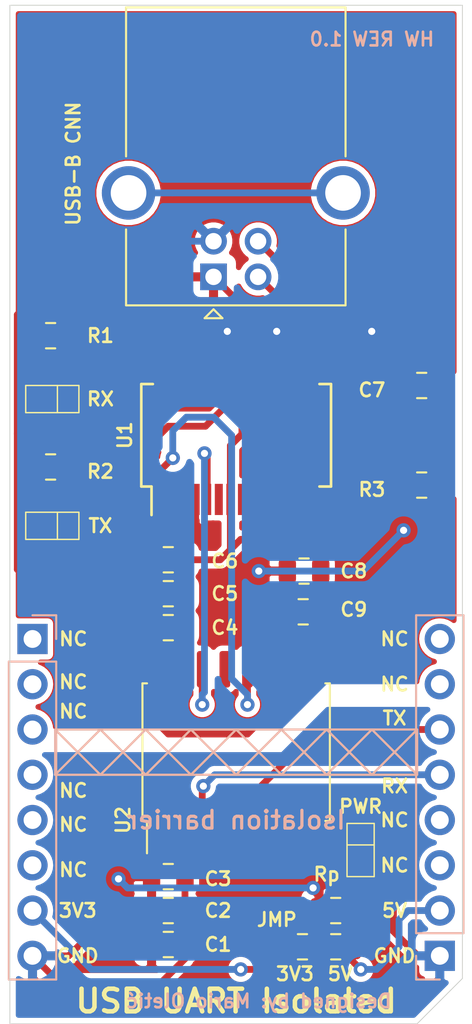
<source format=kicad_pcb>
(kicad_pcb (version 20171130) (host pcbnew "(5.1.5)-3")

  (general
    (thickness 1.6)
    (drawings 65)
    (tracks 216)
    (zones 0)
    (modules 22)
    (nets 47)
  )

  (page A4)
  (layers
    (0 F.Cu signal)
    (31 B.Cu signal)
    (32 B.Adhes user)
    (33 F.Adhes user)
    (34 B.Paste user)
    (35 F.Paste user)
    (36 B.SilkS user)
    (37 F.SilkS user)
    (38 B.Mask user)
    (39 F.Mask user)
    (40 Dwgs.User user)
    (41 Cmts.User user)
    (42 Eco1.User user)
    (43 Eco2.User user)
    (44 Edge.Cuts user)
    (45 Margin user)
    (46 B.CrtYd user)
    (47 F.CrtYd user)
    (48 B.Fab user)
    (49 F.Fab user)
  )

  (setup
    (last_trace_width 0.25)
    (user_trace_width 0.254)
    (user_trace_width 0.381)
    (trace_clearance 0.2)
    (zone_clearance 0.381)
    (zone_45_only no)
    (trace_min 0.2)
    (via_size 0.8)
    (via_drill 0.4)
    (via_min_size 0.4)
    (via_min_drill 0.3)
    (uvia_size 0.3)
    (uvia_drill 0.1)
    (uvias_allowed no)
    (uvia_min_size 0.2)
    (uvia_min_drill 0.1)
    (edge_width 0.05)
    (segment_width 0.2)
    (pcb_text_width 0.3)
    (pcb_text_size 1.5 1.5)
    (mod_edge_width 0.12)
    (mod_text_size 1 1)
    (mod_text_width 0.15)
    (pad_size 1.5 1.5)
    (pad_drill 0.92)
    (pad_to_mask_clearance 0.051)
    (solder_mask_min_width 0.0254)
    (aux_axis_origin 0 0)
    (visible_elements 7FFFFF7F)
    (pcbplotparams
      (layerselection 0x010fc_ffffffff)
      (usegerberextensions false)
      (usegerberattributes false)
      (usegerberadvancedattributes false)
      (creategerberjobfile false)
      (excludeedgelayer true)
      (linewidth 0.100000)
      (plotframeref false)
      (viasonmask false)
      (mode 1)
      (useauxorigin false)
      (hpglpennumber 1)
      (hpglpenspeed 20)
      (hpglpendiameter 15.000000)
      (psnegative false)
      (psa4output false)
      (plotreference true)
      (plotvalue true)
      (plotinvisibletext false)
      (padsonsilk false)
      (subtractmaskfromsilk false)
      (outputformat 1)
      (mirror false)
      (drillshape 0)
      (scaleselection 1)
      (outputdirectory "OutputFiles v2.0/"))
  )

  (net 0 "")
  (net 1 GNDA)
  (net 2 VCCQ)
  (net 3 VCC)
  (net 4 GND)
  (net 5 "Net-(C7-Pad2)")
  (net 6 "Net-(CN1-Pad1)")
  (net 7 "Net-(CN1-Pad2)")
  (net 8 "Net-(CN1-Pad3)")
  (net 9 "Net-(CN1-Pad4)")
  (net 10 "Net-(CN1-Pad5)")
  (net 11 "Net-(CN1-Pad6)")
  (net 12 /3V3)
  (net 13 "Net-(CN2-Pad8)")
  (net 14 "Net-(CN2-Pad7)")
  (net 15 /mB_TX)
  (net 16 /mB_RX)
  (net 17 "Net-(CN2-Pad4)")
  (net 18 "Net-(CN2-Pad3)")
  (net 19 /5V)
  (net 20 /D-)
  (net 21 "Net-(CN3-Pad5)")
  (net 22 /D+)
  (net 23 "Net-(R1-Pad2)")
  (net 24 "Net-(R2-Pad2)")
  (net 25 "Net-(R3-Pad2)")
  (net 26 "Net-(RX1-Pad2)")
  (net 27 "Net-(TX1-Pad2)")
  (net 28 /TX)
  (net 29 "Net-(U1-Pad2)")
  (net 30 "Net-(U1-Pad3)")
  (net 31 /RX)
  (net 32 "Net-(U1-Pad6)")
  (net 33 "Net-(U1-Pad9)")
  (net 34 "Net-(U1-Pad10)")
  (net 35 "Net-(U1-Pad11)")
  (net 36 "Net-(U1-Pad12)")
  (net 37 "Net-(U1-Pad13)")
  (net 38 "Net-(U1-Pad14)")
  (net 39 "Net-(U1-Pad27)")
  (net 40 "Net-(U1-Pad28)")
  (net 41 "Net-(U2-Pad7)")
  (net 42 "Net-(U2-Pad13)")
  (net 43 "Net-(U2-Pad4)")
  (net 44 "Net-(U2-Pad6)")
  (net 45 "Net-(U2-Pad11)")
  (net 46 "Net-(PWR1-Pad1)")

  (net_class Default "This is the default net class."
    (clearance 0.2)
    (trace_width 0.25)
    (via_dia 0.8)
    (via_drill 0.4)
    (uvia_dia 0.3)
    (uvia_drill 0.1)
    (add_net /3V3)
    (add_net /5V)
    (add_net /D+)
    (add_net /D-)
    (add_net /RX)
    (add_net /TX)
    (add_net /mB_RX)
    (add_net /mB_TX)
    (add_net GND)
    (add_net GNDA)
    (add_net "Net-(C7-Pad2)")
    (add_net "Net-(CN1-Pad1)")
    (add_net "Net-(CN1-Pad2)")
    (add_net "Net-(CN1-Pad3)")
    (add_net "Net-(CN1-Pad4)")
    (add_net "Net-(CN1-Pad5)")
    (add_net "Net-(CN1-Pad6)")
    (add_net "Net-(CN2-Pad3)")
    (add_net "Net-(CN2-Pad4)")
    (add_net "Net-(CN2-Pad7)")
    (add_net "Net-(CN2-Pad8)")
    (add_net "Net-(CN3-Pad5)")
    (add_net "Net-(PWR1-Pad1)")
    (add_net "Net-(R1-Pad2)")
    (add_net "Net-(R2-Pad2)")
    (add_net "Net-(R3-Pad2)")
    (add_net "Net-(RX1-Pad2)")
    (add_net "Net-(TX1-Pad2)")
    (add_net "Net-(U1-Pad10)")
    (add_net "Net-(U1-Pad11)")
    (add_net "Net-(U1-Pad12)")
    (add_net "Net-(U1-Pad13)")
    (add_net "Net-(U1-Pad14)")
    (add_net "Net-(U1-Pad2)")
    (add_net "Net-(U1-Pad27)")
    (add_net "Net-(U1-Pad28)")
    (add_net "Net-(U1-Pad3)")
    (add_net "Net-(U1-Pad6)")
    (add_net "Net-(U1-Pad9)")
    (add_net "Net-(U2-Pad11)")
    (add_net "Net-(U2-Pad13)")
    (add_net "Net-(U2-Pad4)")
    (add_net "Net-(U2-Pad6)")
    (add_net "Net-(U2-Pad7)")
    (add_net VCC)
    (add_net VCCQ)
  )

  (module mikroLib_footprints:ISOW784x (layer F.Cu) (tedit 5D3DE0EB) (tstamp 5DA57F8C)
    (at 139.7 111.76 90)
    (descr "ISOW784x High-performance, 5000-VRMS reinforced quad-channel digital isolators with integrated high-efficiency, low-emissions DC-DC converter")
    (tags "Digital Isolator")
    (path /5DA07282)
    (fp_text reference U2 (at -3.81 -6.35 90) (layer F.SilkS)
      (effects (font (size 0.762 0.762) (thickness 0.15)))
    )
    (fp_text value ISOW7842 (at 0 6.604 90) (layer F.Fab) hide
      (effects (font (size 1 1) (thickness 0.15)))
    )
    (fp_line (start -3.75 5.15) (end -3.75 -4.15) (layer F.Fab) (width 0.1))
    (fp_line (start -5.93 -5.4) (end -5.93 5.4) (layer F.CrtYd) (width 0.05))
    (fp_line (start -3.75 -4.15) (end -2.75 -5.15) (layer F.Fab) (width 0.1))
    (fp_line (start 5.93 -5.4) (end -5.93 -5.4) (layer F.CrtYd) (width 0.05))
    (fp_line (start -5.93 5.4) (end 5.93 5.4) (layer F.CrtYd) (width 0.05))
    (fp_line (start 5.93 5.4) (end 5.93 -5.4) (layer F.CrtYd) (width 0.05))
    (fp_line (start 3.75 -5.15) (end 3.75 5.15) (layer F.Fab) (width 0.1))
    (fp_line (start 3.75 5.15) (end -3.75 5.15) (layer F.Fab) (width 0.1))
    (fp_line (start -2.75 -5.15) (end 3.75 -5.15) (layer F.Fab) (width 0.1))
    (fp_line (start -3.86 -5.005) (end -5.675 -5.005) (layer F.SilkS) (width 0.12))
    (fp_line (start -3.86 -5.26) (end -3.86 -5.005) (layer F.SilkS) (width 0.12))
    (fp_line (start 0 -5.26) (end -3.86 -5.26) (layer F.SilkS) (width 0.12))
    (fp_line (start 3.86 -5.26) (end 3.86 -5.005) (layer F.SilkS) (width 0.12))
    (fp_line (start 0 -5.26) (end 3.86 -5.26) (layer F.SilkS) (width 0.12))
    (fp_line (start -3.86 5.26) (end -3.86 5.005) (layer F.SilkS) (width 0.12))
    (fp_line (start 0 5.26) (end -3.86 5.26) (layer F.SilkS) (width 0.12))
    (fp_line (start 0 5.26) (end 3.86 5.26) (layer F.SilkS) (width 0.12))
    (fp_line (start 3.86 5.26) (end 3.86 5.005) (layer F.SilkS) (width 0.12))
    (fp_text user %R (at 0 0 90) (layer F.Fab) hide
      (effects (font (size 1 1) (thickness 0.15)))
    )
    (pad 8 smd roundrect (at -4.65 4.445 90) (size 2.05 0.6) (layers F.Cu F.Paste F.Mask) (roundrect_rratio 0.25)
      (net 1 GNDA))
    (pad 7 smd roundrect (at -4.65 3.175 90) (size 2.05 0.6) (layers F.Cu F.Paste F.Mask) (roundrect_rratio 0.25)
      (net 41 "Net-(U2-Pad7)"))
    (pad 2 smd roundrect (at -4.65 -3.175 90) (size 2.05 0.6) (layers F.Cu F.Paste F.Mask) (roundrect_rratio 0.25)
      (net 1 GNDA))
    (pad 13 smd roundrect (at 4.65 -0.635 90) (size 2.05 0.6) (layers F.Cu F.Paste F.Mask) (roundrect_rratio 0.25)
      (net 42 "Net-(U2-Pad13)"))
    (pad 16 smd roundrect (at 4.65 -4.445 90) (size 2.05 0.6) (layers F.Cu F.Paste F.Mask) (roundrect_rratio 0.25)
      (net 3 VCC))
    (pad 4 smd roundrect (at -4.65 -0.635 90) (size 2.05 0.6) (layers F.Cu F.Paste F.Mask) (roundrect_rratio 0.25)
      (net 43 "Net-(U2-Pad4)"))
    (pad 9 smd roundrect (at 4.65 4.445 90) (size 2.05 0.6) (layers F.Cu F.Paste F.Mask) (roundrect_rratio 0.25)
      (net 4 GND))
    (pad 14 smd roundrect (at 4.65 -1.905 90) (size 2.05 0.6) (layers F.Cu F.Paste F.Mask) (roundrect_rratio 0.25)
      (net 31 /RX))
    (pad 3 smd roundrect (at -4.65 -1.905 90) (size 2.05 0.6) (layers F.Cu F.Paste F.Mask) (roundrect_rratio 0.25)
      (net 16 /mB_RX))
    (pad 12 smd roundrect (at 4.65 0.635 90) (size 2.05 0.6) (layers F.Cu F.Paste F.Mask) (roundrect_rratio 0.25)
      (net 28 /TX))
    (pad 6 smd roundrect (at -4.65 1.905 90) (size 2.05 0.6) (layers F.Cu F.Paste F.Mask) (roundrect_rratio 0.25)
      (net 44 "Net-(U2-Pad6)"))
    (pad 5 smd roundrect (at -4.65 0.635 90) (size 2.05 0.6) (layers F.Cu F.Paste F.Mask) (roundrect_rratio 0.25)
      (net 15 /mB_TX))
    (pad 10 smd roundrect (at 4.65 3.175 90) (size 2.05 0.6) (layers F.Cu F.Paste F.Mask) (roundrect_rratio 0.25)
      (net 3 VCC))
    (pad 1 smd roundrect (at -4.65 -4.445 90) (size 2.05 0.6) (layers F.Cu F.Paste F.Mask) (roundrect_rratio 0.25)
      (net 2 VCCQ))
    (pad 15 smd roundrect (at 4.65 -3.175 90) (size 2.05 0.6) (layers F.Cu F.Paste F.Mask) (roundrect_rratio 0.25)
      (net 4 GND))
    (pad 11 smd roundrect (at 4.65 1.905 90) (size 2.05 0.6) (layers F.Cu F.Paste F.Mask) (roundrect_rratio 0.25)
      (net 45 "Net-(U2-Pad11)"))
    (model "${KISYS3DMOD}/SOIC - 16 Wide Body/User Library-so16w.STEP"
      (at (xyz 0 0 0))
      (scale (xyz 1 1 1))
      (rotate (xyz 0 0 0))
    )
    (model ${KISYS3DMOD}/Package_SO.3dshapes/SOIC-16W_7.5x10.3mm_P1.27mm.wrl
      (at (xyz 0 0 0))
      (scale (xyz 1 1 1))
      (rotate (xyz 0 0 0))
    )
  )

  (module Capacitor_SMD:C_0805_2012Metric (layer F.Cu) (tedit 5B36C52B) (tstamp 5DA57DF0)
    (at 135.89 122.555)
    (descr "Capacitor SMD 0805 (2012 Metric), square (rectangular) end terminal, IPC_7351 nominal, (Body size source: https://docs.google.com/spreadsheets/d/1BsfQQcO9C6DZCsRaXUlFlo91Tg2WpOkGARC1WS5S8t0/edit?usp=sharing), generated with kicad-footprint-generator")
    (tags capacitor)
    (path /5DA12760)
    (attr smd)
    (fp_text reference C1 (at 2.794 0) (layer F.SilkS)
      (effects (font (size 0.762 0.762) (thickness 0.15)))
    )
    (fp_text value C (at 0 1.65) (layer F.Fab) hide
      (effects (font (size 1 1) (thickness 0.15)))
    )
    (fp_text user %R (at 0 0) (layer F.Fab) hide
      (effects (font (size 0.5 0.5) (thickness 0.08)))
    )
    (fp_line (start 1.68 0.95) (end -1.68 0.95) (layer F.CrtYd) (width 0.05))
    (fp_line (start 1.68 -0.95) (end 1.68 0.95) (layer F.CrtYd) (width 0.05))
    (fp_line (start -1.68 -0.95) (end 1.68 -0.95) (layer F.CrtYd) (width 0.05))
    (fp_line (start -1.68 0.95) (end -1.68 -0.95) (layer F.CrtYd) (width 0.05))
    (fp_line (start -0.258578 0.71) (end 0.258578 0.71) (layer F.SilkS) (width 0.12))
    (fp_line (start -0.258578 -0.71) (end 0.258578 -0.71) (layer F.SilkS) (width 0.12))
    (fp_line (start 1 0.6) (end -1 0.6) (layer F.Fab) (width 0.1))
    (fp_line (start 1 -0.6) (end 1 0.6) (layer F.Fab) (width 0.1))
    (fp_line (start -1 -0.6) (end 1 -0.6) (layer F.Fab) (width 0.1))
    (fp_line (start -1 0.6) (end -1 -0.6) (layer F.Fab) (width 0.1))
    (pad 2 smd roundrect (at 0.9375 0) (size 0.975 1.4) (layers F.Cu F.Paste F.Mask) (roundrect_rratio 0.25)
      (net 1 GNDA))
    (pad 1 smd roundrect (at -0.9375 0) (size 0.975 1.4) (layers F.Cu F.Paste F.Mask) (roundrect_rratio 0.25)
      (net 2 VCCQ))
    (model ${KISYS3DMOD}/Capacitor_SMD.3dshapes/C_0805_2012Metric.wrl
      (at (xyz 0 0 0))
      (scale (xyz 1 1 1))
      (rotate (xyz 0 0 0))
    )
  )

  (module Capacitor_SMD:C_0805_2012Metric (layer F.Cu) (tedit 5B36C52B) (tstamp 5DA57E01)
    (at 135.89 120.65)
    (descr "Capacitor SMD 0805 (2012 Metric), square (rectangular) end terminal, IPC_7351 nominal, (Body size source: https://docs.google.com/spreadsheets/d/1BsfQQcO9C6DZCsRaXUlFlo91Tg2WpOkGARC1WS5S8t0/edit?usp=sharing), generated with kicad-footprint-generator")
    (tags capacitor)
    (path /5DA12901)
    (attr smd)
    (fp_text reference C2 (at 2.794 0) (layer F.SilkS)
      (effects (font (size 0.762 0.762) (thickness 0.15)))
    )
    (fp_text value C (at 0 1.65) (layer F.Fab) hide
      (effects (font (size 1 1) (thickness 0.15)))
    )
    (fp_line (start -1 0.6) (end -1 -0.6) (layer F.Fab) (width 0.1))
    (fp_line (start -1 -0.6) (end 1 -0.6) (layer F.Fab) (width 0.1))
    (fp_line (start 1 -0.6) (end 1 0.6) (layer F.Fab) (width 0.1))
    (fp_line (start 1 0.6) (end -1 0.6) (layer F.Fab) (width 0.1))
    (fp_line (start -0.258578 -0.71) (end 0.258578 -0.71) (layer F.SilkS) (width 0.12))
    (fp_line (start -0.258578 0.71) (end 0.258578 0.71) (layer F.SilkS) (width 0.12))
    (fp_line (start -1.68 0.95) (end -1.68 -0.95) (layer F.CrtYd) (width 0.05))
    (fp_line (start -1.68 -0.95) (end 1.68 -0.95) (layer F.CrtYd) (width 0.05))
    (fp_line (start 1.68 -0.95) (end 1.68 0.95) (layer F.CrtYd) (width 0.05))
    (fp_line (start 1.68 0.95) (end -1.68 0.95) (layer F.CrtYd) (width 0.05))
    (fp_text user %R (at 0 0) (layer F.Fab) hide
      (effects (font (size 0.5 0.5) (thickness 0.08)))
    )
    (pad 1 smd roundrect (at -0.9375 0) (size 0.975 1.4) (layers F.Cu F.Paste F.Mask) (roundrect_rratio 0.25)
      (net 2 VCCQ))
    (pad 2 smd roundrect (at 0.9375 0) (size 0.975 1.4) (layers F.Cu F.Paste F.Mask) (roundrect_rratio 0.25)
      (net 1 GNDA))
    (model ${KISYS3DMOD}/Capacitor_SMD.3dshapes/C_0805_2012Metric.wrl
      (at (xyz 0 0 0))
      (scale (xyz 1 1 1))
      (rotate (xyz 0 0 0))
    )
  )

  (module Capacitor_SMD:C_0805_2012Metric (layer F.Cu) (tedit 5B36C52B) (tstamp 5DA58C1E)
    (at 135.89 118.745)
    (descr "Capacitor SMD 0805 (2012 Metric), square (rectangular) end terminal, IPC_7351 nominal, (Body size source: https://docs.google.com/spreadsheets/d/1BsfQQcO9C6DZCsRaXUlFlo91Tg2WpOkGARC1WS5S8t0/edit?usp=sharing), generated with kicad-footprint-generator")
    (tags capacitor)
    (path /5DA12B97)
    (attr smd)
    (fp_text reference C3 (at 2.794 0.127) (layer F.SilkS)
      (effects (font (size 0.762 0.762) (thickness 0.15)))
    )
    (fp_text value C (at 0 1.65) (layer F.Fab) hide
      (effects (font (size 1 1) (thickness 0.15)))
    )
    (fp_text user %R (at 0 0) (layer F.Fab) hide
      (effects (font (size 0.5 0.5) (thickness 0.08)))
    )
    (fp_line (start 1.68 0.95) (end -1.68 0.95) (layer F.CrtYd) (width 0.05))
    (fp_line (start 1.68 -0.95) (end 1.68 0.95) (layer F.CrtYd) (width 0.05))
    (fp_line (start -1.68 -0.95) (end 1.68 -0.95) (layer F.CrtYd) (width 0.05))
    (fp_line (start -1.68 0.95) (end -1.68 -0.95) (layer F.CrtYd) (width 0.05))
    (fp_line (start -0.258578 0.71) (end 0.258578 0.71) (layer F.SilkS) (width 0.12))
    (fp_line (start -0.258578 -0.71) (end 0.258578 -0.71) (layer F.SilkS) (width 0.12))
    (fp_line (start 1 0.6) (end -1 0.6) (layer F.Fab) (width 0.1))
    (fp_line (start 1 -0.6) (end 1 0.6) (layer F.Fab) (width 0.1))
    (fp_line (start -1 -0.6) (end 1 -0.6) (layer F.Fab) (width 0.1))
    (fp_line (start -1 0.6) (end -1 -0.6) (layer F.Fab) (width 0.1))
    (pad 2 smd roundrect (at 0.9375 0) (size 0.975 1.4) (layers F.Cu F.Paste F.Mask) (roundrect_rratio 0.25)
      (net 1 GNDA))
    (pad 1 smd roundrect (at -0.9375 0) (size 0.975 1.4) (layers F.Cu F.Paste F.Mask) (roundrect_rratio 0.25)
      (net 2 VCCQ))
    (model ${KISYS3DMOD}/Capacitor_SMD.3dshapes/C_0805_2012Metric.wrl
      (at (xyz 0 0 0))
      (scale (xyz 1 1 1))
      (rotate (xyz 0 0 0))
    )
  )

  (module Capacitor_SMD:C_0805_2012Metric (layer F.Cu) (tedit 5B36C52B) (tstamp 5DA57E23)
    (at 135.89 104.775)
    (descr "Capacitor SMD 0805 (2012 Metric), square (rectangular) end terminal, IPC_7351 nominal, (Body size source: https://docs.google.com/spreadsheets/d/1BsfQQcO9C6DZCsRaXUlFlo91Tg2WpOkGARC1WS5S8t0/edit?usp=sharing), generated with kicad-footprint-generator")
    (tags capacitor)
    (path /5DA12C7E)
    (attr smd)
    (fp_text reference C4 (at 3.175 0) (layer F.SilkS)
      (effects (font (size 0.762 0.762) (thickness 0.15)))
    )
    (fp_text value C (at 0 1.65) (layer F.Fab) hide
      (effects (font (size 1 1) (thickness 0.15)))
    )
    (fp_line (start -1 0.6) (end -1 -0.6) (layer F.Fab) (width 0.1))
    (fp_line (start -1 -0.6) (end 1 -0.6) (layer F.Fab) (width 0.1))
    (fp_line (start 1 -0.6) (end 1 0.6) (layer F.Fab) (width 0.1))
    (fp_line (start 1 0.6) (end -1 0.6) (layer F.Fab) (width 0.1))
    (fp_line (start -0.258578 -0.71) (end 0.258578 -0.71) (layer F.SilkS) (width 0.12))
    (fp_line (start -0.258578 0.71) (end 0.258578 0.71) (layer F.SilkS) (width 0.12))
    (fp_line (start -1.68 0.95) (end -1.68 -0.95) (layer F.CrtYd) (width 0.05))
    (fp_line (start -1.68 -0.95) (end 1.68 -0.95) (layer F.CrtYd) (width 0.05))
    (fp_line (start 1.68 -0.95) (end 1.68 0.95) (layer F.CrtYd) (width 0.05))
    (fp_line (start 1.68 0.95) (end -1.68 0.95) (layer F.CrtYd) (width 0.05))
    (fp_text user %R (at 0 0) (layer F.Fab) hide
      (effects (font (size 0.5 0.5) (thickness 0.08)))
    )
    (pad 1 smd roundrect (at -0.9375 0) (size 0.975 1.4) (layers F.Cu F.Paste F.Mask) (roundrect_rratio 0.25)
      (net 3 VCC))
    (pad 2 smd roundrect (at 0.9375 0) (size 0.975 1.4) (layers F.Cu F.Paste F.Mask) (roundrect_rratio 0.25)
      (net 4 GND))
    (model ${KISYS3DMOD}/Capacitor_SMD.3dshapes/C_0805_2012Metric.wrl
      (at (xyz 0 0 0))
      (scale (xyz 1 1 1))
      (rotate (xyz 0 0 0))
    )
  )

  (module Capacitor_SMD:C_0805_2012Metric (layer F.Cu) (tedit 5B36C52B) (tstamp 5DA57E34)
    (at 135.89 102.87)
    (descr "Capacitor SMD 0805 (2012 Metric), square (rectangular) end terminal, IPC_7351 nominal, (Body size source: https://docs.google.com/spreadsheets/d/1BsfQQcO9C6DZCsRaXUlFlo91Tg2WpOkGARC1WS5S8t0/edit?usp=sharing), generated with kicad-footprint-generator")
    (tags capacitor)
    (path /5DA12EE8)
    (attr smd)
    (fp_text reference C5 (at 3.175 0) (layer F.SilkS)
      (effects (font (size 0.762 0.762) (thickness 0.15)))
    )
    (fp_text value C (at 0 1.65) (layer F.Fab) hide
      (effects (font (size 1 1) (thickness 0.15)))
    )
    (fp_text user %R (at 0 0) (layer F.Fab) hide
      (effects (font (size 0.5 0.5) (thickness 0.08)))
    )
    (fp_line (start 1.68 0.95) (end -1.68 0.95) (layer F.CrtYd) (width 0.05))
    (fp_line (start 1.68 -0.95) (end 1.68 0.95) (layer F.CrtYd) (width 0.05))
    (fp_line (start -1.68 -0.95) (end 1.68 -0.95) (layer F.CrtYd) (width 0.05))
    (fp_line (start -1.68 0.95) (end -1.68 -0.95) (layer F.CrtYd) (width 0.05))
    (fp_line (start -0.258578 0.71) (end 0.258578 0.71) (layer F.SilkS) (width 0.12))
    (fp_line (start -0.258578 -0.71) (end 0.258578 -0.71) (layer F.SilkS) (width 0.12))
    (fp_line (start 1 0.6) (end -1 0.6) (layer F.Fab) (width 0.1))
    (fp_line (start 1 -0.6) (end 1 0.6) (layer F.Fab) (width 0.1))
    (fp_line (start -1 -0.6) (end 1 -0.6) (layer F.Fab) (width 0.1))
    (fp_line (start -1 0.6) (end -1 -0.6) (layer F.Fab) (width 0.1))
    (pad 2 smd roundrect (at 0.9375 0) (size 0.975 1.4) (layers F.Cu F.Paste F.Mask) (roundrect_rratio 0.25)
      (net 4 GND))
    (pad 1 smd roundrect (at -0.9375 0) (size 0.975 1.4) (layers F.Cu F.Paste F.Mask) (roundrect_rratio 0.25)
      (net 3 VCC))
    (model ${KISYS3DMOD}/Capacitor_SMD.3dshapes/C_0805_2012Metric.wrl
      (at (xyz 0 0 0))
      (scale (xyz 1 1 1))
      (rotate (xyz 0 0 0))
    )
  )

  (module Capacitor_SMD:C_0805_2012Metric (layer F.Cu) (tedit 5B36C52B) (tstamp 5DA57E45)
    (at 135.89 100.965)
    (descr "Capacitor SMD 0805 (2012 Metric), square (rectangular) end terminal, IPC_7351 nominal, (Body size source: https://docs.google.com/spreadsheets/d/1BsfQQcO9C6DZCsRaXUlFlo91Tg2WpOkGARC1WS5S8t0/edit?usp=sharing), generated with kicad-footprint-generator")
    (tags capacitor)
    (path /5DA13098)
    (attr smd)
    (fp_text reference C6 (at 3.175 0.074999) (layer F.SilkS)
      (effects (font (size 0.762 0.762) (thickness 0.15)))
    )
    (fp_text value C (at 0 1.65) (layer F.Fab) hide
      (effects (font (size 1 1) (thickness 0.15)))
    )
    (fp_line (start -1 0.6) (end -1 -0.6) (layer F.Fab) (width 0.1))
    (fp_line (start -1 -0.6) (end 1 -0.6) (layer F.Fab) (width 0.1))
    (fp_line (start 1 -0.6) (end 1 0.6) (layer F.Fab) (width 0.1))
    (fp_line (start 1 0.6) (end -1 0.6) (layer F.Fab) (width 0.1))
    (fp_line (start -0.258578 -0.71) (end 0.258578 -0.71) (layer F.SilkS) (width 0.12))
    (fp_line (start -0.258578 0.71) (end 0.258578 0.71) (layer F.SilkS) (width 0.12))
    (fp_line (start -1.68 0.95) (end -1.68 -0.95) (layer F.CrtYd) (width 0.05))
    (fp_line (start -1.68 -0.95) (end 1.68 -0.95) (layer F.CrtYd) (width 0.05))
    (fp_line (start 1.68 -0.95) (end 1.68 0.95) (layer F.CrtYd) (width 0.05))
    (fp_line (start 1.68 0.95) (end -1.68 0.95) (layer F.CrtYd) (width 0.05))
    (fp_text user %R (at 0 0) (layer F.Fab) hide
      (effects (font (size 0.5 0.5) (thickness 0.08)))
    )
    (pad 1 smd roundrect (at -0.9375 0) (size 0.975 1.4) (layers F.Cu F.Paste F.Mask) (roundrect_rratio 0.25)
      (net 3 VCC))
    (pad 2 smd roundrect (at 0.9375 0) (size 0.975 1.4) (layers F.Cu F.Paste F.Mask) (roundrect_rratio 0.25)
      (net 4 GND))
    (model ${KISYS3DMOD}/Capacitor_SMD.3dshapes/C_0805_2012Metric.wrl
      (at (xyz 0 0 0))
      (scale (xyz 1 1 1))
      (rotate (xyz 0 0 0))
    )
  )

  (module Capacitor_SMD:C_0805_2012Metric (layer F.Cu) (tedit 5B36C52B) (tstamp 5DA57E56)
    (at 150.114 91.186)
    (descr "Capacitor SMD 0805 (2012 Metric), square (rectangular) end terminal, IPC_7351 nominal, (Body size source: https://docs.google.com/spreadsheets/d/1BsfQQcO9C6DZCsRaXUlFlo91Tg2WpOkGARC1WS5S8t0/edit?usp=sharing), generated with kicad-footprint-generator")
    (tags capacitor)
    (path /5DA0F8B7)
    (attr smd)
    (fp_text reference C7 (at -2.794 0.254) (layer F.SilkS)
      (effects (font (size 0.762 0.762) (thickness 0.15)))
    )
    (fp_text value 100nF (at 0 1.65) (layer F.Fab) hide
      (effects (font (size 1 1) (thickness 0.15)))
    )
    (fp_line (start -1 0.6) (end -1 -0.6) (layer F.Fab) (width 0.1))
    (fp_line (start -1 -0.6) (end 1 -0.6) (layer F.Fab) (width 0.1))
    (fp_line (start 1 -0.6) (end 1 0.6) (layer F.Fab) (width 0.1))
    (fp_line (start 1 0.6) (end -1 0.6) (layer F.Fab) (width 0.1))
    (fp_line (start -0.258578 -0.71) (end 0.258578 -0.71) (layer F.SilkS) (width 0.12))
    (fp_line (start -0.258578 0.71) (end 0.258578 0.71) (layer F.SilkS) (width 0.12))
    (fp_line (start -1.68 0.95) (end -1.68 -0.95) (layer F.CrtYd) (width 0.05))
    (fp_line (start -1.68 -0.95) (end 1.68 -0.95) (layer F.CrtYd) (width 0.05))
    (fp_line (start 1.68 -0.95) (end 1.68 0.95) (layer F.CrtYd) (width 0.05))
    (fp_line (start 1.68 0.95) (end -1.68 0.95) (layer F.CrtYd) (width 0.05))
    (fp_text user %R (at 0 0) (layer F.Fab) hide
      (effects (font (size 0.5 0.5) (thickness 0.08)))
    )
    (pad 1 smd roundrect (at -0.9375 0) (size 0.975 1.4) (layers F.Cu F.Paste F.Mask) (roundrect_rratio 0.25)
      (net 4 GND))
    (pad 2 smd roundrect (at 0.9375 0) (size 0.975 1.4) (layers F.Cu F.Paste F.Mask) (roundrect_rratio 0.25)
      (net 5 "Net-(C7-Pad2)"))
    (model ${KISYS3DMOD}/Capacitor_SMD.3dshapes/C_0805_2012Metric.wrl
      (at (xyz 0 0 0))
      (scale (xyz 1 1 1))
      (rotate (xyz 0 0 0))
    )
  )

  (module Capacitor_SMD:C_0805_2012Metric (layer F.Cu) (tedit 5B36C52B) (tstamp 5DA57E67)
    (at 143.51 101.6)
    (descr "Capacitor SMD 0805 (2012 Metric), square (rectangular) end terminal, IPC_7351 nominal, (Body size source: https://docs.google.com/spreadsheets/d/1BsfQQcO9C6DZCsRaXUlFlo91Tg2WpOkGARC1WS5S8t0/edit?usp=sharing), generated with kicad-footprint-generator")
    (tags capacitor)
    (path /5DA7B396)
    (attr smd)
    (fp_text reference C8 (at 2.794 0) (layer F.SilkS)
      (effects (font (size 0.762 0.762) (thickness 0.15)))
    )
    (fp_text value 100nF (at 0 1.65) (layer F.Fab) hide
      (effects (font (size 1 1) (thickness 0.15)))
    )
    (fp_text user %R (at 0 0) (layer F.Fab) hide
      (effects (font (size 0.5 0.5) (thickness 0.08)))
    )
    (fp_line (start 1.68 0.95) (end -1.68 0.95) (layer F.CrtYd) (width 0.05))
    (fp_line (start 1.68 -0.95) (end 1.68 0.95) (layer F.CrtYd) (width 0.05))
    (fp_line (start -1.68 -0.95) (end 1.68 -0.95) (layer F.CrtYd) (width 0.05))
    (fp_line (start -1.68 0.95) (end -1.68 -0.95) (layer F.CrtYd) (width 0.05))
    (fp_line (start -0.258578 0.71) (end 0.258578 0.71) (layer F.SilkS) (width 0.12))
    (fp_line (start -0.258578 -0.71) (end 0.258578 -0.71) (layer F.SilkS) (width 0.12))
    (fp_line (start 1 0.6) (end -1 0.6) (layer F.Fab) (width 0.1))
    (fp_line (start 1 -0.6) (end 1 0.6) (layer F.Fab) (width 0.1))
    (fp_line (start -1 -0.6) (end 1 -0.6) (layer F.Fab) (width 0.1))
    (fp_line (start -1 0.6) (end -1 -0.6) (layer F.Fab) (width 0.1))
    (pad 2 smd roundrect (at 0.9375 0) (size 0.975 1.4) (layers F.Cu F.Paste F.Mask) (roundrect_rratio 0.25)
      (net 4 GND))
    (pad 1 smd roundrect (at -0.9375 0) (size 0.975 1.4) (layers F.Cu F.Paste F.Mask) (roundrect_rratio 0.25)
      (net 3 VCC))
    (model ${KISYS3DMOD}/Capacitor_SMD.3dshapes/C_0805_2012Metric.wrl
      (at (xyz 0 0 0))
      (scale (xyz 1 1 1))
      (rotate (xyz 0 0 0))
    )
  )

  (module Capacitor_SMD:C_0805_2012Metric (layer F.Cu) (tedit 5B36C52B) (tstamp 5DA57E78)
    (at 143.4615 103.886)
    (descr "Capacitor SMD 0805 (2012 Metric), square (rectangular) end terminal, IPC_7351 nominal, (Body size source: https://docs.google.com/spreadsheets/d/1BsfQQcO9C6DZCsRaXUlFlo91Tg2WpOkGARC1WS5S8t0/edit?usp=sharing), generated with kicad-footprint-generator")
    (tags capacitor)
    (path /5DA7CCBF)
    (attr smd)
    (fp_text reference C9 (at 2.8425 -0.127) (layer F.SilkS)
      (effects (font (size 0.762 0.762) (thickness 0.15)))
    )
    (fp_text value 100nF (at 0 1.65) (layer F.Fab) hide
      (effects (font (size 1 1) (thickness 0.15)))
    )
    (fp_line (start -1 0.6) (end -1 -0.6) (layer F.Fab) (width 0.1))
    (fp_line (start -1 -0.6) (end 1 -0.6) (layer F.Fab) (width 0.1))
    (fp_line (start 1 -0.6) (end 1 0.6) (layer F.Fab) (width 0.1))
    (fp_line (start 1 0.6) (end -1 0.6) (layer F.Fab) (width 0.1))
    (fp_line (start -0.258578 -0.71) (end 0.258578 -0.71) (layer F.SilkS) (width 0.12))
    (fp_line (start -0.258578 0.71) (end 0.258578 0.71) (layer F.SilkS) (width 0.12))
    (fp_line (start -1.68 0.95) (end -1.68 -0.95) (layer F.CrtYd) (width 0.05))
    (fp_line (start -1.68 -0.95) (end 1.68 -0.95) (layer F.CrtYd) (width 0.05))
    (fp_line (start 1.68 -0.95) (end 1.68 0.95) (layer F.CrtYd) (width 0.05))
    (fp_line (start 1.68 0.95) (end -1.68 0.95) (layer F.CrtYd) (width 0.05))
    (fp_text user %R (at 0 0) (layer F.Fab) hide
      (effects (font (size 0.5 0.5) (thickness 0.08)))
    )
    (pad 1 smd roundrect (at -0.9375 0) (size 0.975 1.4) (layers F.Cu F.Paste F.Mask) (roundrect_rratio 0.25)
      (net 3 VCC))
    (pad 2 smd roundrect (at 0.9375 0) (size 0.975 1.4) (layers F.Cu F.Paste F.Mask) (roundrect_rratio 0.25)
      (net 4 GND))
    (model ${KISYS3DMOD}/Capacitor_SMD.3dshapes/C_0805_2012Metric.wrl
      (at (xyz 0 0 0))
      (scale (xyz 1 1 1))
      (rotate (xyz 0 0 0))
    )
  )

  (module Connector_PinHeader_2.54mm:PinHeader_1x08_P2.54mm_Vertical (layer B.Cu) (tedit 59FED5CC) (tstamp 5DA57E94)
    (at 128.27 105.41 180)
    (descr "Through hole straight pin header, 1x08, 2.54mm pitch, single row")
    (tags "Through hole pin header THT 1x08 2.54mm single row")
    (path /5DA08CD4)
    (fp_text reference CN1 (at 0 2.33) (layer B.SilkS) hide
      (effects (font (size 1 1) (thickness 0.15)) (justify mirror))
    )
    (fp_text value HeaderPin_1x8_2.54mm (at 0 -20.11) (layer B.Fab) hide
      (effects (font (size 1 1) (thickness 0.15)) (justify mirror))
    )
    (fp_line (start -0.635 1.27) (end 1.27 1.27) (layer B.Fab) (width 0.1))
    (fp_line (start 1.27 1.27) (end 1.27 -19.05) (layer B.Fab) (width 0.1))
    (fp_line (start 1.27 -19.05) (end -1.27 -19.05) (layer B.Fab) (width 0.1))
    (fp_line (start -1.27 -19.05) (end -1.27 0.635) (layer B.Fab) (width 0.1))
    (fp_line (start -1.27 0.635) (end -0.635 1.27) (layer B.Fab) (width 0.1))
    (fp_line (start -1.33 -19.11) (end 1.33 -19.11) (layer B.SilkS) (width 0.12))
    (fp_line (start -1.33 -1.27) (end -1.33 -19.11) (layer B.SilkS) (width 0.12))
    (fp_line (start 1.33 -1.27) (end 1.33 -19.11) (layer B.SilkS) (width 0.12))
    (fp_line (start -1.33 -1.27) (end 1.33 -1.27) (layer B.SilkS) (width 0.12))
    (fp_line (start -1.33 0) (end -1.33 1.33) (layer B.SilkS) (width 0.12))
    (fp_line (start -1.33 1.33) (end 0 1.33) (layer B.SilkS) (width 0.12))
    (fp_line (start -1.8 1.8) (end -1.8 -19.55) (layer B.CrtYd) (width 0.05))
    (fp_line (start -1.8 -19.55) (end 1.8 -19.55) (layer B.CrtYd) (width 0.05))
    (fp_line (start 1.8 -19.55) (end 1.8 1.8) (layer B.CrtYd) (width 0.05))
    (fp_line (start 1.8 1.8) (end -1.8 1.8) (layer B.CrtYd) (width 0.05))
    (fp_text user %R (at 0 -8.89 270) (layer B.Fab) hide
      (effects (font (size 1 1) (thickness 0.15)) (justify mirror))
    )
    (pad 1 thru_hole rect (at 0 0 180) (size 1.7 1.7) (drill 1) (layers *.Cu *.Mask)
      (net 6 "Net-(CN1-Pad1)"))
    (pad 2 thru_hole oval (at 0 -2.54 180) (size 1.7 1.7) (drill 1) (layers *.Cu *.Mask)
      (net 7 "Net-(CN1-Pad2)"))
    (pad 3 thru_hole oval (at 0 -5.08 180) (size 1.7 1.7) (drill 1) (layers *.Cu *.Mask)
      (net 8 "Net-(CN1-Pad3)"))
    (pad 4 thru_hole oval (at 0 -7.62 180) (size 1.7 1.7) (drill 1) (layers *.Cu *.Mask)
      (net 9 "Net-(CN1-Pad4)"))
    (pad 5 thru_hole oval (at 0 -10.16 180) (size 1.7 1.7) (drill 1) (layers *.Cu *.Mask)
      (net 10 "Net-(CN1-Pad5)"))
    (pad 6 thru_hole oval (at 0 -12.7 180) (size 1.7 1.7) (drill 1) (layers *.Cu *.Mask)
      (net 11 "Net-(CN1-Pad6)"))
    (pad 7 thru_hole oval (at 0 -15.24 180) (size 1.7 1.7) (drill 1) (layers *.Cu *.Mask)
      (net 12 /3V3))
    (pad 8 thru_hole oval (at 0 -17.78 180) (size 1.7 1.7) (drill 1) (layers *.Cu *.Mask)
      (net 1 GNDA))
    (model ${KISYS3DMOD}/Connector_PinHeader_2.54mm.3dshapes/PinHeader_1x08_P2.54mm_Vertical.wrl
      (at (xyz 0 0 0))
      (scale (xyz 1 1 1))
      (rotate (xyz 0 0 0))
    )
  )

  (module Connector_PinHeader_2.54mm:PinHeader_1x08_P2.54mm_Vertical (layer B.Cu) (tedit 59FED5CC) (tstamp 5DA57EB0)
    (at 151.13 123.19)
    (descr "Through hole straight pin header, 1x08, 2.54mm pitch, single row")
    (tags "Through hole pin header THT 1x08 2.54mm single row")
    (path /5DA099B6)
    (fp_text reference CN2 (at 0 2.33) (layer B.SilkS) hide
      (effects (font (size 1 1) (thickness 0.15)) (justify mirror))
    )
    (fp_text value HeaderPin_1x8_2.54mm (at 0 -20.11) (layer B.Fab) hide
      (effects (font (size 1 1) (thickness 0.15)) (justify mirror))
    )
    (fp_text user %R (at 0 -8.89 270) (layer B.Fab) hide
      (effects (font (size 1 1) (thickness 0.15)) (justify mirror))
    )
    (fp_line (start 1.8 1.8) (end -1.8 1.8) (layer B.CrtYd) (width 0.05))
    (fp_line (start 1.8 -19.55) (end 1.8 1.8) (layer B.CrtYd) (width 0.05))
    (fp_line (start -1.8 -19.55) (end 1.8 -19.55) (layer B.CrtYd) (width 0.05))
    (fp_line (start -1.8 1.8) (end -1.8 -19.55) (layer B.CrtYd) (width 0.05))
    (fp_line (start -1.33 1.33) (end 0 1.33) (layer B.SilkS) (width 0.12))
    (fp_line (start -1.33 0) (end -1.33 1.33) (layer B.SilkS) (width 0.12))
    (fp_line (start -1.33 -1.27) (end 1.33 -1.27) (layer B.SilkS) (width 0.12))
    (fp_line (start 1.33 -1.27) (end 1.33 -19.11) (layer B.SilkS) (width 0.12))
    (fp_line (start -1.33 -1.27) (end -1.33 -19.11) (layer B.SilkS) (width 0.12))
    (fp_line (start -1.33 -19.11) (end 1.33 -19.11) (layer B.SilkS) (width 0.12))
    (fp_line (start -1.27 0.635) (end -0.635 1.27) (layer B.Fab) (width 0.1))
    (fp_line (start -1.27 -19.05) (end -1.27 0.635) (layer B.Fab) (width 0.1))
    (fp_line (start 1.27 -19.05) (end -1.27 -19.05) (layer B.Fab) (width 0.1))
    (fp_line (start 1.27 1.27) (end 1.27 -19.05) (layer B.Fab) (width 0.1))
    (fp_line (start -0.635 1.27) (end 1.27 1.27) (layer B.Fab) (width 0.1))
    (pad 8 thru_hole oval (at 0 -17.78) (size 1.7 1.7) (drill 1) (layers *.Cu *.Mask)
      (net 13 "Net-(CN2-Pad8)"))
    (pad 7 thru_hole oval (at 0 -15.24) (size 1.7 1.7) (drill 1) (layers *.Cu *.Mask)
      (net 14 "Net-(CN2-Pad7)"))
    (pad 6 thru_hole oval (at 0 -12.7) (size 1.7 1.7) (drill 1) (layers *.Cu *.Mask)
      (net 15 /mB_TX))
    (pad 5 thru_hole oval (at 0 -10.16) (size 1.7 1.7) (drill 1) (layers *.Cu *.Mask)
      (net 16 /mB_RX))
    (pad 4 thru_hole oval (at 0 -7.62) (size 1.7 1.7) (drill 1) (layers *.Cu *.Mask)
      (net 17 "Net-(CN2-Pad4)"))
    (pad 3 thru_hole oval (at 0 -5.08) (size 1.7 1.7) (drill 1) (layers *.Cu *.Mask)
      (net 18 "Net-(CN2-Pad3)"))
    (pad 2 thru_hole oval (at 0 -2.54) (size 1.7 1.7) (drill 1) (layers *.Cu *.Mask)
      (net 19 /5V))
    (pad 1 thru_hole rect (at 0 0) (size 1.7 1.7) (drill 1) (layers *.Cu *.Mask)
      (net 1 GNDA))
    (model ${KISYS3DMOD}/Connector_PinHeader_2.54mm.3dshapes/PinHeader_1x08_P2.54mm_Vertical.wrl
      (at (xyz 0 0 0))
      (scale (xyz 1 1 1))
      (rotate (xyz 0 0 0))
    )
  )

  (module mikroLib_footprints:USB-B_CONN (layer F.Cu) (tedit 5DA5A530) (tstamp 5DA57ECC)
    (at 138.43 85.09 90)
    (path /5DA07951)
    (fp_text reference "USB-B CNN" (at 6.35 -7.874 90) (layer F.SilkS)
      (effects (font (size 0.762 0.762) (thickness 0.15)))
    )
    (fp_text value USB-B_CONN (at 6.985 10.795 90) (layer F.Fab) hide
      (effects (font (size 1 1) (thickness 0.15)))
    )
    (fp_line (start 15.01 7.3) (end -1.49 7.3) (layer F.Fab) (width 0.1))
    (fp_line (start -1.99 9.52) (end 15.51 9.52) (layer F.CrtYd) (width 0.05))
    (fp_line (start 15.01 -4.8) (end 15.01 7.3) (layer F.Fab) (width 0.1))
    (fp_line (start -1.82 0) (end -2.32 -0.5) (layer F.SilkS) (width 0.12))
    (fp_line (start -1.49 -3.8) (end -0.49 -4.8) (layer F.Fab) (width 0.1))
    (fp_line (start 6.76 -4.91) (end 15.12 -4.91) (layer F.SilkS) (width 0.12))
    (fp_line (start 15.12 7.41) (end 6.76 7.41) (layer F.SilkS) (width 0.12))
    (fp_line (start -1.99 -7.02) (end -1.99 9.52) (layer F.CrtYd) (width 0.05))
    (fp_line (start -1.6 7.41) (end 2.66 7.41) (layer F.SilkS) (width 0.12))
    (fp_line (start 15.12 -4.91) (end 15.12 7.41) (layer F.SilkS) (width 0.12))
    (fp_line (start 15.51 -7.02) (end -1.99 -7.02) (layer F.CrtYd) (width 0.05))
    (fp_line (start -2.32 -0.5) (end -2.32 0.5) (layer F.SilkS) (width 0.12))
    (fp_line (start 2.66 -4.91) (end -1.6 -4.91) (layer F.SilkS) (width 0.12))
    (fp_line (start -2.32 0.5) (end -1.82 0) (layer F.SilkS) (width 0.12))
    (fp_line (start 15.51 9.52) (end 15.51 -7.02) (layer F.CrtYd) (width 0.05))
    (fp_line (start -0.49 -4.8) (end 15.01 -4.8) (layer F.Fab) (width 0.1))
    (fp_line (start -1.6 -4.91) (end -1.6 7.41) (layer F.SilkS) (width 0.12))
    (fp_line (start -1.49 7.3) (end -1.49 -3.8) (layer F.Fab) (width 0.1))
    (pad 2 thru_hole circle (at 0 2.5 90) (size 1.5 1.5) (drill 0.92) (layers *.Cu *.Mask)
      (net 20 /D-))
    (pad 4 thru_hole circle (at 2 0 90) (size 1.5 1.5) (drill 0.92) (layers *.Cu *.Mask)
      (net 4 GND))
    (pad 5 thru_hole circle (at 4.71 -4.77 90) (size 3 3) (drill 2) (layers *.Cu *.Mask)
      (net 21 "Net-(CN3-Pad5)"))
    (pad 3 thru_hole circle (at 2 2.5 90) (size 1.5 1.5) (drill 0.92) (layers *.Cu *.Mask)
      (net 22 /D+))
    (pad 1 thru_hole rect (at 0 0 90) (size 1.5 1.5) (drill 0.92) (layers *.Cu *.Mask)
      (net 3 VCC))
    (pad 5 thru_hole circle (at 4.71 7.27 90) (size 3 3) (drill 2) (layers *.Cu *.Mask)
      (net 21 "Net-(CN3-Pad5)"))
    (model ${KIPRJMOD}/3D/USB-B_Conn.stp
      (offset (xyz 15 -1.25 5.5))
      (scale (xyz 1 1 1))
      (rotate (xyz -90 0 -90))
    )
  )

  (module mikroLib_footprints:Jumper_0805 (layer F.Cu) (tedit 5D7FCA5D) (tstamp 5DA5C73D)
    (at 145.288 122.682 180)
    (path /5DA1598B)
    (fp_text reference JMP (at 3.302 1.524) (layer F.SilkS)
      (effects (font (size 0.762 0.762) (thickness 0.15)))
    )
    (fp_text value JUMPER_0805 (at 0.762 1.905) (layer F.Fab) hide
      (effects (font (size 1 1) (thickness 0.15)))
    )
    (fp_line (start -1 -0.6) (end 1 -0.6) (layer F.Fab) (width 0.1))
    (fp_line (start -1.68 0.95) (end -1.68 -0.95) (layer F.CrtYd) (width 0.05))
    (fp_line (start -1.68 -0.95) (end 3.556 -0.95) (layer F.CrtYd) (width 0.05))
    (fp_line (start -0.258578 0.71) (end 0.258578 0.71) (layer F.SilkS) (width 0.12))
    (fp_line (start 1 0.6) (end -1 0.6) (layer F.Fab) (width 0.1))
    (fp_line (start 3.556 0.95) (end -1.68 0.95) (layer F.CrtYd) (width 0.05))
    (fp_line (start -0.258578 -0.71) (end 0.258578 -0.71) (layer F.SilkS) (width 0.12))
    (fp_line (start 1 -0.6) (end 1 0.6) (layer F.Fab) (width 0.1))
    (fp_line (start -1 0.6) (end -1 -0.6) (layer F.Fab) (width 0.1))
    (fp_line (start 0.8669 -0.6) (end 2.8669 -0.6) (layer F.Fab) (width 0.1))
    (fp_line (start 1.608322 0.71) (end 2.125478 0.71) (layer F.SilkS) (width 0.12))
    (fp_line (start 2.8669 0.6) (end 0.8669 0.6) (layer F.Fab) (width 0.1))
    (fp_line (start 3.556 -0.95) (end 3.556 0.95) (layer F.CrtYd) (width 0.05))
    (fp_line (start 1.608322 -0.71) (end 2.125478 -0.71) (layer F.SilkS) (width 0.12))
    (fp_line (start 2.8669 -0.6) (end 2.8669 0.6) (layer F.Fab) (width 0.1))
    (fp_line (start 0.8669 0.6) (end 0.8669 -0.6) (layer F.Fab) (width 0.1))
    (pad 2 smd roundrect (at 0.9375 0 180) (size 0.975 1.4) (layers F.Cu F.Paste F.Mask) (roundrect_rratio 0.25)
      (net 2 VCCQ))
    (pad 1 smd roundrect (at -0.9375 0 180) (size 0.975 1.4) (layers F.Cu F.Paste F.Mask) (roundrect_rratio 0.25)
      (net 19 /5V))
    (pad 3 smd roundrect (at 2.8044 0 180) (size 0.975 1.4) (layers F.Cu F.Paste F.Mask) (roundrect_rratio 0.25)
      (net 12 /3V3))
    (model ${KISYS3DMOD}/Resistor_SMD.3dshapes/R_0805_2012Metric.wrl
      (at (xyz 0 0 0))
      (scale (xyz 1 1 1))
      (rotate (xyz 0 0 0))
    )
  )

  (module Resistor_SMD:R_0805_2012Metric (layer F.Cu) (tedit 5B36C52B) (tstamp 5DA57EF4)
    (at 129.286 88.392 180)
    (descr "Resistor SMD 0805 (2012 Metric), square (rectangular) end terminal, IPC_7351 nominal, (Body size source: https://docs.google.com/spreadsheets/d/1BsfQQcO9C6DZCsRaXUlFlo91Tg2WpOkGARC1WS5S8t0/edit?usp=sharing), generated with kicad-footprint-generator")
    (tags resistor)
    (path /5DA1214E)
    (attr smd)
    (fp_text reference R1 (at -2.794 0) (layer F.SilkS)
      (effects (font (size 0.762 0.762) (thickness 0.15)))
    )
    (fp_text value 2k2 (at 0 1.65) (layer F.Fab) hide
      (effects (font (size 1 1) (thickness 0.15)))
    )
    (fp_text user %R (at 0 0) (layer F.Fab) hide
      (effects (font (size 0.5 0.5) (thickness 0.08)))
    )
    (fp_line (start 1.68 0.95) (end -1.68 0.95) (layer F.CrtYd) (width 0.05))
    (fp_line (start 1.68 -0.95) (end 1.68 0.95) (layer F.CrtYd) (width 0.05))
    (fp_line (start -1.68 -0.95) (end 1.68 -0.95) (layer F.CrtYd) (width 0.05))
    (fp_line (start -1.68 0.95) (end -1.68 -0.95) (layer F.CrtYd) (width 0.05))
    (fp_line (start -0.258578 0.71) (end 0.258578 0.71) (layer F.SilkS) (width 0.12))
    (fp_line (start -0.258578 -0.71) (end 0.258578 -0.71) (layer F.SilkS) (width 0.12))
    (fp_line (start 1 0.6) (end -1 0.6) (layer F.Fab) (width 0.1))
    (fp_line (start 1 -0.6) (end 1 0.6) (layer F.Fab) (width 0.1))
    (fp_line (start -1 -0.6) (end 1 -0.6) (layer F.Fab) (width 0.1))
    (fp_line (start -1 0.6) (end -1 -0.6) (layer F.Fab) (width 0.1))
    (pad 2 smd roundrect (at 0.9375 0 180) (size 0.975 1.4) (layers F.Cu F.Paste F.Mask) (roundrect_rratio 0.25)
      (net 23 "Net-(R1-Pad2)"))
    (pad 1 smd roundrect (at -0.9375 0 180) (size 0.975 1.4) (layers F.Cu F.Paste F.Mask) (roundrect_rratio 0.25)
      (net 3 VCC))
    (model ${KISYS3DMOD}/Resistor_SMD.3dshapes/R_0805_2012Metric.wrl
      (at (xyz 0 0 0))
      (scale (xyz 1 1 1))
      (rotate (xyz 0 0 0))
    )
  )

  (module Resistor_SMD:R_0805_2012Metric (layer F.Cu) (tedit 5B36C52B) (tstamp 5DA57F05)
    (at 129.286 95.758 180)
    (descr "Resistor SMD 0805 (2012 Metric), square (rectangular) end terminal, IPC_7351 nominal, (Body size source: https://docs.google.com/spreadsheets/d/1BsfQQcO9C6DZCsRaXUlFlo91Tg2WpOkGARC1WS5S8t0/edit?usp=sharing), generated with kicad-footprint-generator")
    (tags resistor)
    (path /5DA1020F)
    (attr smd)
    (fp_text reference R2 (at -2.794 -0.254) (layer F.SilkS)
      (effects (font (size 0.762 0.762) (thickness 0.15)))
    )
    (fp_text value 2k2 (at 0 1.65) (layer F.Fab) hide
      (effects (font (size 1 1) (thickness 0.15)))
    )
    (fp_line (start -1 0.6) (end -1 -0.6) (layer F.Fab) (width 0.1))
    (fp_line (start -1 -0.6) (end 1 -0.6) (layer F.Fab) (width 0.1))
    (fp_line (start 1 -0.6) (end 1 0.6) (layer F.Fab) (width 0.1))
    (fp_line (start 1 0.6) (end -1 0.6) (layer F.Fab) (width 0.1))
    (fp_line (start -0.258578 -0.71) (end 0.258578 -0.71) (layer F.SilkS) (width 0.12))
    (fp_line (start -0.258578 0.71) (end 0.258578 0.71) (layer F.SilkS) (width 0.12))
    (fp_line (start -1.68 0.95) (end -1.68 -0.95) (layer F.CrtYd) (width 0.05))
    (fp_line (start -1.68 -0.95) (end 1.68 -0.95) (layer F.CrtYd) (width 0.05))
    (fp_line (start 1.68 -0.95) (end 1.68 0.95) (layer F.CrtYd) (width 0.05))
    (fp_line (start 1.68 0.95) (end -1.68 0.95) (layer F.CrtYd) (width 0.05))
    (fp_text user %R (at 0 0) (layer F.Fab) hide
      (effects (font (size 0.5 0.5) (thickness 0.08)))
    )
    (pad 1 smd roundrect (at -0.9375 0 180) (size 0.975 1.4) (layers F.Cu F.Paste F.Mask) (roundrect_rratio 0.25)
      (net 3 VCC))
    (pad 2 smd roundrect (at 0.9375 0 180) (size 0.975 1.4) (layers F.Cu F.Paste F.Mask) (roundrect_rratio 0.25)
      (net 24 "Net-(R2-Pad2)"))
    (model ${KISYS3DMOD}/Resistor_SMD.3dshapes/R_0805_2012Metric.wrl
      (at (xyz 0 0 0))
      (scale (xyz 1 1 1))
      (rotate (xyz 0 0 0))
    )
  )

  (module Resistor_SMD:R_0805_2012Metric (layer F.Cu) (tedit 5B36C52B) (tstamp 5DA57F16)
    (at 150.114 96.774)
    (descr "Resistor SMD 0805 (2012 Metric), square (rectangular) end terminal, IPC_7351 nominal, (Body size source: https://docs.google.com/spreadsheets/d/1BsfQQcO9C6DZCsRaXUlFlo91Tg2WpOkGARC1WS5S8t0/edit?usp=sharing), generated with kicad-footprint-generator")
    (tags resistor)
    (path /5DA282FF)
    (attr smd)
    (fp_text reference R3 (at -2.794 0.254) (layer F.SilkS)
      (effects (font (size 0.762 0.762) (thickness 0.15)))
    )
    (fp_text value R (at 0 1.65) (layer F.Fab) hide
      (effects (font (size 1 1) (thickness 0.15)))
    )
    (fp_line (start -1 0.6) (end -1 -0.6) (layer F.Fab) (width 0.1))
    (fp_line (start -1 -0.6) (end 1 -0.6) (layer F.Fab) (width 0.1))
    (fp_line (start 1 -0.6) (end 1 0.6) (layer F.Fab) (width 0.1))
    (fp_line (start 1 0.6) (end -1 0.6) (layer F.Fab) (width 0.1))
    (fp_line (start -0.258578 -0.71) (end 0.258578 -0.71) (layer F.SilkS) (width 0.12))
    (fp_line (start -0.258578 0.71) (end 0.258578 0.71) (layer F.SilkS) (width 0.12))
    (fp_line (start -1.68 0.95) (end -1.68 -0.95) (layer F.CrtYd) (width 0.05))
    (fp_line (start -1.68 -0.95) (end 1.68 -0.95) (layer F.CrtYd) (width 0.05))
    (fp_line (start 1.68 -0.95) (end 1.68 0.95) (layer F.CrtYd) (width 0.05))
    (fp_line (start 1.68 0.95) (end -1.68 0.95) (layer F.CrtYd) (width 0.05))
    (fp_text user %R (at 0 0) (layer F.Fab) hide
      (effects (font (size 0.5 0.5) (thickness 0.08)))
    )
    (pad 1 smd roundrect (at -0.9375 0) (size 0.975 1.4) (layers F.Cu F.Paste F.Mask) (roundrect_rratio 0.25)
      (net 3 VCC))
    (pad 2 smd roundrect (at 0.9375 0) (size 0.975 1.4) (layers F.Cu F.Paste F.Mask) (roundrect_rratio 0.25)
      (net 25 "Net-(R3-Pad2)"))
    (model ${KISYS3DMOD}/Resistor_SMD.3dshapes/R_0805_2012Metric.wrl
      (at (xyz 0 0 0))
      (scale (xyz 1 1 1))
      (rotate (xyz 0 0 0))
    )
  )

  (module mikroLib_footprints:LED0805 (layer F.Cu) (tedit 5D7FD32D) (tstamp 5DA57F25)
    (at 128.524 91.948)
    (path /5DA12148)
    (fp_text reference RX (at 3.556 0) (layer F.SilkS)
      (effects (font (size 0.762 0.762) (thickness 0.1524)))
    )
    (fp_text value LED0805 (at 0.9525 1.7145) (layer F.Fab) hide
      (effects (font (size 0.7 0.7) (thickness 0.1)))
    )
    (fp_line (start 1.143 -0.762) (end 1.143 0.762) (layer F.SilkS) (width 0.08))
    (fp_line (start -0.762 0.889) (end -0.762 -0.889) (layer F.CrtYd) (width 0.08))
    (fp_line (start 2.4765 0.889) (end -0.762 0.889) (layer F.CrtYd) (width 0.08))
    (fp_line (start 2.4765 -0.889) (end 2.4765 0.889) (layer F.CrtYd) (width 0.08))
    (fp_line (start -0.762 -0.889) (end 2.4765 -0.889) (layer F.CrtYd) (width 0.08))
    (fp_line (start -0.635 0.762) (end -0.635 -0.762) (layer F.SilkS) (width 0.08))
    (fp_line (start 2.3495 0.762) (end -0.635 0.762) (layer F.SilkS) (width 0.08))
    (fp_line (start 2.3495 -0.762) (end 2.3495 0.762) (layer F.SilkS) (width 0.08))
    (fp_line (start -0.635 -0.762) (end 2.3495 -0.762) (layer F.SilkS) (width 0.08))
    (pad 2 smd rect (at 1.75 0) (size 1.1 1.4) (layers F.Cu F.Paste F.Mask)
      (net 26 "Net-(RX1-Pad2)"))
    (pad 1 smd rect (at 0 0) (size 1.1 1.4) (layers F.Cu F.Paste F.Mask)
      (net 23 "Net-(R1-Pad2)"))
    (model "${KISYS3DMOD}/LED0805/LED SMD0805.STEP"
      (at (xyz 0 0 0))
      (scale (xyz 1 1 1))
      (rotate (xyz 0 0 -90))
    )
    (model ${KISYS3DMOD}/LED_SMD.3dshapes/LED_0805_2012Metric.step
      (offset (xyz 0.9 0 0))
      (scale (xyz 1 1 1))
      (rotate (xyz 0 0 0))
    )
  )

  (module mikroLib_footprints:LED0805 (layer F.Cu) (tedit 5D7FD32D) (tstamp 5DA57F34)
    (at 128.524 99.06)
    (path /5DA0FDAA)
    (fp_text reference TX (at 3.556 0) (layer F.SilkS)
      (effects (font (size 0.762 0.762) (thickness 0.1524)))
    )
    (fp_text value LED0805 (at 0.9525 1.7145) (layer F.Fab) hide
      (effects (font (size 0.7 0.7) (thickness 0.1)))
    )
    (fp_line (start -0.635 -0.762) (end 2.3495 -0.762) (layer F.SilkS) (width 0.08))
    (fp_line (start 2.3495 -0.762) (end 2.3495 0.762) (layer F.SilkS) (width 0.08))
    (fp_line (start 2.3495 0.762) (end -0.635 0.762) (layer F.SilkS) (width 0.08))
    (fp_line (start -0.635 0.762) (end -0.635 -0.762) (layer F.SilkS) (width 0.08))
    (fp_line (start -0.762 -0.889) (end 2.4765 -0.889) (layer F.CrtYd) (width 0.08))
    (fp_line (start 2.4765 -0.889) (end 2.4765 0.889) (layer F.CrtYd) (width 0.08))
    (fp_line (start 2.4765 0.889) (end -0.762 0.889) (layer F.CrtYd) (width 0.08))
    (fp_line (start -0.762 0.889) (end -0.762 -0.889) (layer F.CrtYd) (width 0.08))
    (fp_line (start 1.143 -0.762) (end 1.143 0.762) (layer F.SilkS) (width 0.08))
    (pad 1 smd rect (at 0 0) (size 1.1 1.4) (layers F.Cu F.Paste F.Mask)
      (net 24 "Net-(R2-Pad2)"))
    (pad 2 smd rect (at 1.75 0) (size 1.1 1.4) (layers F.Cu F.Paste F.Mask)
      (net 27 "Net-(TX1-Pad2)"))
    (model "${KISYS3DMOD}/LED0805/LED SMD0805.STEP"
      (at (xyz 0 0 0))
      (scale (xyz 1 1 1))
      (rotate (xyz 0 0 -90))
    )
    (model ${KISYS3DMOD}/LED_SMD.3dshapes/LED_0805_2012Metric.step
      (offset (xyz 0.9 0 0))
      (scale (xyz 1 1 1))
      (rotate (xyz 0 0 0))
    )
  )

  (module Package_SO:SSOP-28_5.3x10.2mm_P0.65mm (layer F.Cu) (tedit 5A02F25C) (tstamp 5DA57F65)
    (at 139.7 93.98 90)
    (descr "28-Lead Plastic Shrink Small Outline (SS)-5.30 mm Body [SSOP] (see Microchip Packaging Specification 00000049BS.pdf)")
    (tags "SSOP 0.65")
    (path /5DA06A60)
    (solder_mask_margin 0.0762)
    (clearance 0.0508)
    (attr smd)
    (fp_text reference U1 (at 0 -6.25 90) (layer F.SilkS)
      (effects (font (size 0.762 0.762) (thickness 0.15)))
    )
    (fp_text value FT232RL (at 0 6.25 90) (layer F.Fab) hide
      (effects (font (size 1 1) (thickness 0.15)))
    )
    (fp_line (start -1.65 -5.1) (end 2.65 -5.1) (layer F.Fab) (width 0.15))
    (fp_line (start 2.65 -5.1) (end 2.65 5.1) (layer F.Fab) (width 0.15))
    (fp_line (start 2.65 5.1) (end -2.65 5.1) (layer F.Fab) (width 0.15))
    (fp_line (start -2.65 5.1) (end -2.65 -4.1) (layer F.Fab) (width 0.15))
    (fp_line (start -2.65 -4.1) (end -1.65 -5.1) (layer F.Fab) (width 0.15))
    (fp_line (start -4.75 -5.5) (end -4.75 5.5) (layer F.CrtYd) (width 0.05))
    (fp_line (start 4.75 -5.5) (end 4.75 5.5) (layer F.CrtYd) (width 0.05))
    (fp_line (start -4.75 -5.5) (end 4.75 -5.5) (layer F.CrtYd) (width 0.05))
    (fp_line (start -4.75 5.5) (end 4.75 5.5) (layer F.CrtYd) (width 0.05))
    (fp_line (start -2.875 -5.325) (end -2.875 -4.75) (layer F.SilkS) (width 0.15))
    (fp_line (start 2.875 -5.325) (end 2.875 -4.675) (layer F.SilkS) (width 0.15))
    (fp_line (start 2.875 5.325) (end 2.875 4.675) (layer F.SilkS) (width 0.15))
    (fp_line (start -2.875 5.325) (end -2.875 4.675) (layer F.SilkS) (width 0.15))
    (fp_line (start -2.875 -5.325) (end 2.875 -5.325) (layer F.SilkS) (width 0.15))
    (fp_line (start -2.875 5.325) (end 2.875 5.325) (layer F.SilkS) (width 0.15))
    (fp_line (start -2.875 -4.75) (end -4.475 -4.75) (layer F.SilkS) (width 0.15))
    (fp_text user %R (at 0 0 90) (layer F.Fab) hide
      (effects (font (size 0.8 0.8) (thickness 0.15)))
    )
    (pad 1 smd rect (at -3.6 -4.225 90) (size 1.75 0.45) (layers F.Cu F.Paste F.Mask)
      (net 28 /TX))
    (pad 2 smd rect (at -3.6 -3.575 90) (size 1.75 0.45) (layers F.Cu F.Paste F.Mask)
      (net 29 "Net-(U1-Pad2)"))
    (pad 3 smd rect (at -3.6 -2.925 90) (size 1.75 0.45) (layers F.Cu F.Paste F.Mask)
      (net 30 "Net-(U1-Pad3)"))
    (pad 4 smd rect (at -3.6 -2.275 90) (size 1.75 0.45) (layers F.Cu F.Paste F.Mask)
      (net 3 VCC))
    (pad 5 smd rect (at -3.6 -1.625 90) (size 1.75 0.45) (layers F.Cu F.Paste F.Mask)
      (net 31 /RX))
    (pad 6 smd rect (at -3.6 -0.975 90) (size 1.75 0.45) (layers F.Cu F.Paste F.Mask)
      (net 32 "Net-(U1-Pad6)"))
    (pad 7 smd rect (at -3.6 -0.325 90) (size 1.75 0.45) (layers F.Cu F.Paste F.Mask)
      (net 4 GND))
    (pad 8 smd rect (at -3.6 0.325 90) (size 1.75 0.45) (layers F.Cu F.Paste F.Mask))
    (pad 9 smd rect (at -3.6 0.975 90) (size 1.75 0.45) (layers F.Cu F.Paste F.Mask)
      (net 33 "Net-(U1-Pad9)"))
    (pad 10 smd rect (at -3.6 1.625 90) (size 1.75 0.45) (layers F.Cu F.Paste F.Mask)
      (net 34 "Net-(U1-Pad10)"))
    (pad 11 smd rect (at -3.6 2.275 90) (size 1.75 0.45) (layers F.Cu F.Paste F.Mask)
      (net 35 "Net-(U1-Pad11)"))
    (pad 12 smd rect (at -3.6 2.925 90) (size 1.75 0.45) (layers F.Cu F.Paste F.Mask)
      (net 36 "Net-(U1-Pad12)"))
    (pad 13 smd rect (at -3.6 3.575 90) (size 1.75 0.45) (layers F.Cu F.Paste F.Mask)
      (net 37 "Net-(U1-Pad13)"))
    (pad 14 smd rect (at -3.6 4.225 90) (size 1.75 0.45) (layers F.Cu F.Paste F.Mask)
      (net 38 "Net-(U1-Pad14)"))
    (pad 15 smd rect (at 3.6 4.225 90) (size 1.75 0.45) (layers F.Cu F.Paste F.Mask)
      (net 22 /D+))
    (pad 16 smd rect (at 3.6 3.575 90) (size 1.75 0.45) (layers F.Cu F.Paste F.Mask)
      (net 20 /D-))
    (pad 17 smd rect (at 3.6 2.925 90) (size 1.75 0.45) (layers F.Cu F.Paste F.Mask)
      (net 5 "Net-(C7-Pad2)"))
    (pad 18 smd rect (at 3.6 2.275 90) (size 1.75 0.45) (layers F.Cu F.Paste F.Mask)
      (net 4 GND))
    (pad 19 smd rect (at 3.6 1.625 90) (size 1.75 0.45) (layers F.Cu F.Paste F.Mask)
      (net 25 "Net-(R3-Pad2)"))
    (pad 20 smd rect (at 3.6 0.975 90) (size 1.75 0.45) (layers F.Cu F.Paste F.Mask)
      (net 3 VCC))
    (pad 21 smd rect (at 3.6 0.325 90) (size 1.75 0.45) (layers F.Cu F.Paste F.Mask)
      (net 4 GND))
    (pad 22 smd rect (at 3.6 -0.325 90) (size 1.75 0.45) (layers F.Cu F.Paste F.Mask)
      (net 27 "Net-(TX1-Pad2)"))
    (pad 23 smd rect (at 3.6 -0.975 90) (size 1.75 0.45) (layers F.Cu F.Paste F.Mask)
      (net 26 "Net-(RX1-Pad2)"))
    (pad 24 smd rect (at 3.6 -1.625 90) (size 1.75 0.45) (layers F.Cu F.Paste F.Mask))
    (pad 25 smd rect (at 3.6 -2.275 90) (size 1.75 0.45) (layers F.Cu F.Paste F.Mask)
      (net 4 GND))
    (pad 26 smd rect (at 3.6 -2.925 90) (size 1.75 0.45) (layers F.Cu F.Paste F.Mask)
      (net 4 GND))
    (pad 27 smd rect (at 3.6 -3.575 90) (size 1.75 0.45) (layers F.Cu F.Paste F.Mask)
      (net 39 "Net-(U1-Pad27)"))
    (pad 28 smd rect (at 3.6 -4.225 90) (size 1.75 0.45) (layers F.Cu F.Paste F.Mask)
      (net 40 "Net-(U1-Pad28)"))
    (model ${KISYS3DMOD}/Package_SO.3dshapes/SSOP-28_5.3x10.2mm_P0.65mm.wrl
      (at (xyz 0 0 0))
      (scale (xyz 1 1 1))
      (rotate (xyz 0 0 0))
    )
  )

  (module mikroLib_footprints:LED0805 (layer F.Cu) (tedit 5D7FD32D) (tstamp 5DA5938B)
    (at 146.685 118.11 90)
    (path /5DA94736)
    (fp_text reference PWR (at 3.302 0) (layer F.SilkS)
      (effects (font (size 0.762 0.762) (thickness 0.1524)))
    )
    (fp_text value LED0805 (at 0.9525 1.7145 90) (layer F.Fab) hide
      (effects (font (size 0.7 0.7) (thickness 0.1)))
    )
    (fp_line (start -0.635 -0.762) (end 2.3495 -0.762) (layer F.SilkS) (width 0.08))
    (fp_line (start 2.3495 -0.762) (end 2.3495 0.762) (layer F.SilkS) (width 0.08))
    (fp_line (start 2.3495 0.762) (end -0.635 0.762) (layer F.SilkS) (width 0.08))
    (fp_line (start -0.635 0.762) (end -0.635 -0.762) (layer F.SilkS) (width 0.08))
    (fp_line (start -0.762 -0.889) (end 2.4765 -0.889) (layer F.CrtYd) (width 0.08))
    (fp_line (start 2.4765 -0.889) (end 2.4765 0.889) (layer F.CrtYd) (width 0.08))
    (fp_line (start 2.4765 0.889) (end -0.762 0.889) (layer F.CrtYd) (width 0.08))
    (fp_line (start -0.762 0.889) (end -0.762 -0.889) (layer F.CrtYd) (width 0.08))
    (fp_line (start 1.143 -0.762) (end 1.143 0.762) (layer F.SilkS) (width 0.08))
    (pad 1 smd rect (at 0 0 90) (size 1.1 1.4) (layers F.Cu F.Paste F.Mask)
      (net 46 "Net-(PWR1-Pad1)"))
    (pad 2 smd rect (at 1.75 0 90) (size 1.1 1.4) (layers F.Cu F.Paste F.Mask)
      (net 1 GNDA))
    (model "${KISYS3DMOD}/LED0805/LED SMD0805.STEP"
      (at (xyz 0 0 0))
      (scale (xyz 1 1 1))
      (rotate (xyz 0 0 -90))
    )
    (model ${KISYS3DMOD}/LED_SMD.3dshapes/LED_0805_2012Metric.step
      (offset (xyz 0.9 0 0))
      (scale (xyz 1 1 1))
      (rotate (xyz 0 0 0))
    )
  )

  (module Resistor_SMD:R_0805_2012Metric (layer F.Cu) (tedit 5B36C52B) (tstamp 5DA58A80)
    (at 145.288 120.65)
    (descr "Resistor SMD 0805 (2012 Metric), square (rectangular) end terminal, IPC_7351 nominal, (Body size source: https://docs.google.com/spreadsheets/d/1BsfQQcO9C6DZCsRaXUlFlo91Tg2WpOkGARC1WS5S8t0/edit?usp=sharing), generated with kicad-footprint-generator")
    (tags resistor)
    (path /5DA9473C)
    (attr smd)
    (fp_text reference Rp (at -0.508 -2.032) (layer F.SilkS)
      (effects (font (size 0.762 0.762) (thickness 0.15)))
    )
    (fp_text value 4k7 (at 0 1.65) (layer F.Fab) hide
      (effects (font (size 1 1) (thickness 0.15)))
    )
    (fp_line (start -1 0.6) (end -1 -0.6) (layer F.Fab) (width 0.1))
    (fp_line (start -1 -0.6) (end 1 -0.6) (layer F.Fab) (width 0.1))
    (fp_line (start 1 -0.6) (end 1 0.6) (layer F.Fab) (width 0.1))
    (fp_line (start 1 0.6) (end -1 0.6) (layer F.Fab) (width 0.1))
    (fp_line (start -0.258578 -0.71) (end 0.258578 -0.71) (layer F.SilkS) (width 0.12))
    (fp_line (start -0.258578 0.71) (end 0.258578 0.71) (layer F.SilkS) (width 0.12))
    (fp_line (start -1.68 0.95) (end -1.68 -0.95) (layer F.CrtYd) (width 0.05))
    (fp_line (start -1.68 -0.95) (end 1.68 -0.95) (layer F.CrtYd) (width 0.05))
    (fp_line (start 1.68 -0.95) (end 1.68 0.95) (layer F.CrtYd) (width 0.05))
    (fp_line (start 1.68 0.95) (end -1.68 0.95) (layer F.CrtYd) (width 0.05))
    (fp_text user %R (at 0 0) (layer F.Fab) hide
      (effects (font (size 0.5 0.5) (thickness 0.08)))
    )
    (pad 1 smd roundrect (at -0.9375 0) (size 0.975 1.4) (layers F.Cu F.Paste F.Mask) (roundrect_rratio 0.25)
      (net 2 VCCQ))
    (pad 2 smd roundrect (at 0.9375 0) (size 0.975 1.4) (layers F.Cu F.Paste F.Mask) (roundrect_rratio 0.25)
      (net 46 "Net-(PWR1-Pad1)"))
    (model ${KISYS3DMOD}/Resistor_SMD.3dshapes/R_0805_2012Metric.wrl
      (at (xyz 0 0 0))
      (scale (xyz 1 1 1))
      (rotate (xyz 0 0 0))
    )
  )

  (gr_text "Designed by: Mario Oletić" (at 140.97 125.73) (layer B.SilkS)
    (effects (font (size 0.762 0.762) (thickness 0.15)) (justify mirror))
  )
  (gr_text 5V (at 145.542 124.206) (layer F.SilkS) (tstamp 5DA5C54F)
    (effects (font (size 0.762 0.762) (thickness 0.15)))
  )
  (gr_text 3V3 (at 143.002 124.206) (layer F.SilkS) (tstamp 5DA5C54C)
    (effects (font (size 0.762 0.762) (thickness 0.15)))
  )
  (gr_text "HW REW 1.0" (at 147.32 71.755) (layer B.SilkS)
    (effects (font (size 0.762 0.762) (thickness 0.15)) (justify mirror))
  )
  (gr_text "Isolation barrier" (at 139.7 115.57) (layer B.SilkS)
    (effects (font (size 1 1) (thickness 0.1778)) (justify mirror))
  )
  (gr_text TX (at 148.59 109.855) (layer F.SilkS)
    (effects (font (size 0.762 0.762) (thickness 0.15)))
  )
  (gr_text RX (at 148.59 113.665) (layer F.SilkS)
    (effects (font (size 0.762 0.762) (thickness 0.15)))
  )
  (gr_text NC (at 148.59 105.41) (layer F.SilkS) (tstamp 5DA5A742)
    (effects (font (size 0.762 0.762) (thickness 0.15)))
  )
  (gr_text NC (at 148.59 107.95) (layer F.SilkS) (tstamp 5DA5A742)
    (effects (font (size 0.762 0.762) (thickness 0.15)))
  )
  (gr_text NC (at 148.59 115.57) (layer F.SilkS) (tstamp 5DA5A742)
    (effects (font (size 0.762 0.762) (thickness 0.15)))
  )
  (gr_text NC (at 148.59 118.11) (layer F.SilkS)
    (effects (font (size 0.762 0.762) (thickness 0.15)))
  )
  (gr_text NC (at 130.556 105.41) (layer F.SilkS) (tstamp 5DA5A733)
    (effects (font (size 0.762 0.762) (thickness 0.15)))
  )
  (gr_text NC (at 130.556 107.823) (layer F.SilkS) (tstamp 5DA5A733)
    (effects (font (size 0.762 0.762) (thickness 0.15)))
  )
  (gr_text NC (at 130.556 109.474) (layer F.SilkS) (tstamp 5DA5A733)
    (effects (font (size 0.762 0.762) (thickness 0.15)))
  )
  (gr_text NC (at 130.556 113.919) (layer F.SilkS) (tstamp 5DA5A733)
    (effects (font (size 0.762 0.762) (thickness 0.15)))
  )
  (gr_text NC (at 130.556 115.824) (layer F.SilkS) (tstamp 5DA5A733)
    (effects (font (size 0.762 0.762) (thickness 0.15)))
  )
  (gr_text NC (at 130.556 118.364) (layer F.SilkS)
    (effects (font (size 0.762 0.762) (thickness 0.15)))
  )
  (gr_text "USB UART Isolated" (at 139.7 125.73) (layer F.SilkS)
    (effects (font (size 1.27 1.27) (thickness 0.254)))
  )
  (gr_text GND (at 148.59 123.19) (layer F.SilkS) (tstamp 5DA5A15D)
    (effects (font (size 0.762 0.762) (thickness 0.15)))
  )
  (gr_text GND (at 130.81 123.19) (layer F.SilkS)
    (effects (font (size 0.762 0.762) (thickness 0.15)))
  )
  (gr_text 5V (at 148.59 120.65) (layer F.SilkS)
    (effects (font (size 0.762 0.762) (thickness 0.15)))
  )
  (gr_text 3V3 (at 130.81 120.65) (layer F.SilkS)
    (effects (font (size 0.762 0.762) (thickness 0.15)))
  )
  (gr_line (start 147.32 110.49) (end 149.86 113.03) (layer B.SilkS) (width 0.12) (tstamp 5DA5A07A))
  (gr_line (start 144.78 113.03) (end 147.32 110.49) (layer B.SilkS) (width 0.12))
  (gr_line (start 142.24 110.49) (end 144.78 113.03) (layer B.SilkS) (width 0.12))
  (gr_line (start 139.7 113.03) (end 142.24 110.49) (layer B.SilkS) (width 0.12))
  (gr_line (start 137.16 110.49) (end 139.7 113.03) (layer B.SilkS) (width 0.12))
  (gr_line (start 134.62 113.03) (end 137.16 110.49) (layer B.SilkS) (width 0.12))
  (gr_line (start 132.08 110.49) (end 134.62 113.03) (layer B.SilkS) (width 0.12))
  (gr_line (start 129.54 113.03) (end 132.08 110.49) (layer B.SilkS) (width 0.12))
  (gr_line (start 147.32 113.03) (end 149.86 110.49) (layer F.SilkS) (width 0.12) (tstamp 5DA59FA5))
  (gr_line (start 144.78 110.49) (end 147.32 113.03) (layer F.SilkS) (width 0.12))
  (gr_line (start 142.24 113.03) (end 144.78 110.49) (layer F.SilkS) (width 0.12))
  (gr_line (start 139.7 110.49) (end 142.24 113.03) (layer F.SilkS) (width 0.12))
  (gr_line (start 137.16 113.03) (end 139.7 110.49) (layer F.SilkS) (width 0.12))
  (gr_line (start 134.62 110.49) (end 137.16 113.03) (layer F.SilkS) (width 0.12))
  (gr_line (start 132.08 113.03) (end 134.62 110.49) (layer F.SilkS) (width 0.12))
  (gr_line (start 129.54 110.49) (end 132.08 113.03) (layer F.SilkS) (width 0.12))
  (gr_line (start 149.86 110.49) (end 149.86 113.03) (layer B.SilkS) (width 0.12) (tstamp 5DA59ED1))
  (gr_line (start 129.54 110.49) (end 129.54 113.03) (layer B.SilkS) (width 0.12) (tstamp 5DA59ED0))
  (gr_line (start 132.08 113.03) (end 129.54 110.49) (layer B.SilkS) (width 0.12) (tstamp 5DA59ECE))
  (gr_line (start 134.62 110.49) (end 132.08 113.03) (layer B.SilkS) (width 0.12))
  (gr_line (start 137.16 113.03) (end 134.62 110.49) (layer B.SilkS) (width 0.12))
  (gr_line (start 139.7 110.49) (end 137.16 113.03) (layer B.SilkS) (width 0.12))
  (gr_line (start 142.24 113.03) (end 139.7 110.49) (layer B.SilkS) (width 0.12))
  (gr_line (start 144.78 110.49) (end 142.24 113.03) (layer B.SilkS) (width 0.12))
  (gr_line (start 147.32 113.03) (end 144.78 110.49) (layer B.SilkS) (width 0.12))
  (gr_line (start 149.86 110.49) (end 147.32 113.03) (layer B.SilkS) (width 0.12))
  (gr_line (start 129.54 113.03) (end 149.86 113.03) (layer B.SilkS) (width 0.12))
  (gr_line (start 129.54 110.49) (end 149.86 110.49) (layer B.SilkS) (width 0.12))
  (gr_line (start 147.32 110.49) (end 149.86 113.03) (layer F.SilkS) (width 0.12) (tstamp 5DA59ECD))
  (gr_line (start 144.78 113.03) (end 147.32 110.49) (layer F.SilkS) (width 0.12))
  (gr_line (start 142.24 110.49) (end 144.78 113.03) (layer F.SilkS) (width 0.12))
  (gr_line (start 139.7 113.03) (end 142.24 110.49) (layer F.SilkS) (width 0.12))
  (gr_line (start 137.16 110.49) (end 139.7 113.03) (layer F.SilkS) (width 0.12))
  (gr_line (start 134.62 113.03) (end 137.16 110.49) (layer F.SilkS) (width 0.12))
  (gr_line (start 132.08 110.49) (end 134.62 113.03) (layer F.SilkS) (width 0.12))
  (gr_line (start 129.54 113.03) (end 132.08 110.49) (layer F.SilkS) (width 0.12))
  (gr_line (start 129.54 113.03) (end 149.86 113.03) (layer F.SilkS) (width 0.12))
  (gr_line (start 129.54 110.49) (end 149.86 110.49) (layer F.SilkS) (width 0.12))
  (gr_line (start 152.4 124.46) (end 149.86 127) (layer Edge.Cuts) (width 0.05))
  (gr_line (start 152.4 69.85) (end 127 69.85) (layer Edge.Cuts) (width 0.05) (tstamp 5DA574FA))
  (gr_line (start 152.4 124.46) (end 152.4 69.85) (layer Edge.Cuts) (width 0.05))
  (gr_line (start 127 127) (end 149.86 127) (layer Edge.Cuts) (width 0.05))
  (gr_line (start 127 127) (end 127 69.85) (layer Edge.Cuts) (width 0.05))

  (segment (start 136.525 118.4425) (end 136.8275 118.745) (width 0.381) (layer F.Cu) (net 1))
  (segment (start 136.525 116.41) (end 136.525 118.4425) (width 0.381) (layer F.Cu) (net 1))
  (segment (start 136.8275 118.745) (end 136.8275 120.65) (width 0.381) (layer F.Cu) (net 1))
  (segment (start 136.8275 120.65) (end 136.8275 122.555) (width 0.381) (layer F.Cu) (net 1))
  (segment (start 144.195 116.36) (end 144.145 116.41) (width 0.381) (layer F.Cu) (net 1))
  (segment (start 146.685 116.36) (end 144.195 116.36) (width 0.381) (layer F.Cu) (net 1))
  (segment (start 147.766 116.36) (end 148.5265 117.1205) (width 0.381) (layer F.Cu) (net 1))
  (segment (start 146.685 116.36) (end 147.766 116.36) (width 0.381) (layer F.Cu) (net 1))
  (segment (start 149.899 123.19) (end 151.13 123.19) (width 0.381) (layer F.Cu) (net 1))
  (segment (start 148.5265 121.8175) (end 149.899 123.19) (width 0.381) (layer F.Cu) (net 1))
  (segment (start 148.5265 117.1205) (end 148.5265 121.8175) (width 0.381) (layer F.Cu) (net 1))
  (segment (start 136.8275 123.355) (end 135.532 124.6505) (width 0.381) (layer F.Cu) (net 1))
  (segment (start 136.8275 122.555) (end 136.8275 123.355) (width 0.381) (layer F.Cu) (net 1))
  (segment (start 129.7305 124.6505) (end 128.27 123.19) (width 0.381) (layer F.Cu) (net 1))
  (segment (start 135.532 124.6505) (end 129.7305 124.6505) (width 0.381) (layer F.Cu) (net 1))
  (segment (start 136.525 114.173) (end 136.525 116.41) (width 0.381) (layer F.Cu) (net 1))
  (segment (start 130.302 123.19) (end 131.826 121.666) (width 0.381) (layer F.Cu) (net 1))
  (segment (start 131.826 121.666) (end 131.826 114.808) (width 0.381) (layer F.Cu) (net 1))
  (segment (start 131.826 114.808) (end 132.842 113.792) (width 0.381) (layer F.Cu) (net 1))
  (segment (start 128.27 123.19) (end 130.302 123.19) (width 0.381) (layer F.Cu) (net 1))
  (segment (start 132.842 113.792) (end 136.144 113.792) (width 0.381) (layer F.Cu) (net 1))
  (segment (start 136.144 113.792) (end 136.525 114.173) (width 0.381) (layer F.Cu) (net 1))
  (segment (start 151.13 124.421) (end 151.13 123.19) (width 0.381) (layer F.Cu) (net 1))
  (segment (start 149.567 125.984) (end 151.13 124.421) (width 0.381) (layer F.Cu) (net 1))
  (segment (start 129.861919 125.984) (end 149.567 125.984) (width 0.381) (layer F.Cu) (net 1))
  (segment (start 128.27 124.392081) (end 129.861919 125.984) (width 0.381) (layer F.Cu) (net 1))
  (segment (start 128.27 123.19) (end 128.27 124.392081) (width 0.381) (layer F.Cu) (net 1))
  (segment (start 135.255 118.4425) (end 134.9525 118.745) (width 0.381) (layer F.Cu) (net 2))
  (segment (start 135.255 116.41) (end 135.255 118.4425) (width 0.381) (layer F.Cu) (net 2))
  (segment (start 134.9525 120.65) (end 134.9525 118.745) (width 0.381) (layer F.Cu) (net 2))
  (segment (start 134.9525 120.65) (end 134.9525 122.555) (width 0.381) (layer F.Cu) (net 2))
  (segment (start 144.3505 120.65) (end 144.3505 122.682) (width 0.381) (layer F.Cu) (net 2))
  (segment (start 144.3505 119.85) (end 144.018 119.5175) (width 0.381) (layer F.Cu) (net 2))
  (segment (start 144.3505 120.65) (end 144.3505 119.85) (width 0.381) (layer F.Cu) (net 2))
  (segment (start 144.018 119.5175) (end 144.018 119.38) (width 0.381) (layer F.Cu) (net 2))
  (segment (start 144.018 119.38) (end 144.018 119.38) (width 0.381) (layer F.Cu) (net 2) (tstamp 5DA5BC3D))
  (via (at 144.018 119.38) (size 0.8) (drill 0.4) (layers F.Cu B.Cu) (net 2))
  (segment (start 144.018 119.38) (end 133.604 119.38) (width 0.381) (layer B.Cu) (net 2))
  (segment (start 133.604 119.38) (end 133.096 118.872) (width 0.381) (layer B.Cu) (net 2))
  (segment (start 133.096 118.872) (end 133.096 118.872) (width 0.381) (layer B.Cu) (net 2) (tstamp 5DA5BCC6))
  (via (at 133.096 118.872) (size 0.8) (drill 0.4) (layers F.Cu B.Cu) (net 2))
  (segment (start 133.223 118.745) (end 133.096 118.872) (width 0.381) (layer F.Cu) (net 2))
  (segment (start 134.9525 118.745) (end 133.223 118.745) (width 0.381) (layer F.Cu) (net 2))
  (segment (start 135.255 105.0775) (end 134.9525 104.775) (width 0.381) (layer F.Cu) (net 3))
  (segment (start 135.255 107.11) (end 135.255 105.0775) (width 0.381) (layer F.Cu) (net 3))
  (segment (start 134.9525 104.775) (end 134.9525 102.87) (width 0.381) (layer F.Cu) (net 3))
  (segment (start 134.9525 100.965) (end 134.9525 102.87) (width 0.381) (layer F.Cu) (net 3))
  (segment (start 134.9525 99.9975) (end 134.9525 100.965) (width 0.381) (layer F.Cu) (net 3))
  (segment (start 135.636 99.314) (end 134.9525 99.9975) (width 0.381) (layer F.Cu) (net 3))
  (segment (start 136.843902 99.314) (end 135.636 99.314) (width 0.381) (layer F.Cu) (net 3))
  (segment (start 137.425 97.58) (end 137.425 98.732902) (width 0.381) (layer F.Cu) (net 3))
  (segment (start 137.425 98.732902) (end 136.843902 99.314) (width 0.381) (layer F.Cu) (net 3))
  (segment (start 130.2235 94.9175) (end 130.2235 95.758) (width 0.381) (layer F.Cu) (net 3))
  (segment (start 129.794 94.488) (end 130.2235 94.9175) (width 0.381) (layer F.Cu) (net 3))
  (segment (start 128.016 94.488) (end 129.794 94.488) (width 0.381) (layer F.Cu) (net 3))
  (segment (start 130.2235 87.592) (end 129.4995 86.868) (width 0.381) (layer F.Cu) (net 3))
  (segment (start 130.2235 88.392) (end 130.2235 87.592) (width 0.381) (layer F.Cu) (net 3))
  (segment (start 129.4995 86.868) (end 127.762 86.868) (width 0.381) (layer F.Cu) (net 3))
  (segment (start 127.762 86.868) (end 127.41551 87.21449) (width 0.381) (layer F.Cu) (net 3))
  (segment (start 127.41551 87.21449) (end 127.41551 93.88751) (width 0.381) (layer F.Cu) (net 3))
  (segment (start 127.41551 93.88751) (end 128.016 94.488) (width 0.381) (layer F.Cu) (net 3))
  (segment (start 133.5255 85.09) (end 130.2235 88.392) (width 0.381) (layer F.Cu) (net 3))
  (segment (start 138.43 85.09) (end 133.5255 85.09) (width 0.381) (layer F.Cu) (net 3))
  (segment (start 140.675 87.335) (end 138.43 85.09) (width 0.381) (layer F.Cu) (net 3))
  (segment (start 140.675 90.38) (end 140.675 87.335) (width 0.381) (layer F.Cu) (net 3))
  (segment (start 142.875 104.237) (end 142.524 103.886) (width 0.381) (layer F.Cu) (net 3))
  (segment (start 142.875 107.11) (end 142.875 104.237) (width 0.381) (layer F.Cu) (net 3))
  (segment (start 142.524 101.6485) (end 142.5725 101.6) (width 0.381) (layer F.Cu) (net 3))
  (segment (start 142.524 103.886) (end 142.524 101.6485) (width 0.381) (layer F.Cu) (net 3))
  (segment (start 134.9525 102.87) (end 128.778 102.87) (width 0.381) (layer F.Cu) (net 3))
  (segment (start 127.41551 101.50751) (end 127.41551 93.88751) (width 0.381) (layer F.Cu) (net 3))
  (segment (start 128.778 102.87) (end 127.41551 101.50751) (width 0.381) (layer F.Cu) (net 3))
  (segment (start 142.5725 101.6) (end 141.985 101.6) (width 0.381) (layer F.Cu) (net 3))
  (segment (start 142.5725 101.6) (end 140.97 101.6) (width 0.381) (layer F.Cu) (net 3))
  (segment (start 140.97 101.6) (end 140.97 101.6) (width 0.381) (layer F.Cu) (net 3) (tstamp 5DA5B2B9))
  (via (at 140.97 101.6) (size 0.8) (drill 0.4) (layers F.Cu B.Cu) (net 3))
  (segment (start 140.97 101.6) (end 146.812 101.6) (width 0.381) (layer B.Cu) (net 3))
  (segment (start 146.812 101.6) (end 149.098 99.314) (width 0.381) (layer B.Cu) (net 3))
  (segment (start 149.098 99.314) (end 149.098 99.314) (width 0.381) (layer B.Cu) (net 3) (tstamp 5DA5B2EA))
  (via (at 149.098 99.314) (size 0.8) (drill 0.4) (layers F.Cu B.Cu) (net 3))
  (segment (start 149.098 96.8525) (end 149.1765 96.774) (width 0.381) (layer F.Cu) (net 3))
  (segment (start 149.098 99.314) (end 149.098 96.8525) (width 0.381) (layer F.Cu) (net 3))
  (segment (start 142.875 108.204) (end 142.875 107.11) (width 0.381) (layer F.Cu) (net 3))
  (segment (start 140.335 110.744) (end 142.875 108.204) (width 0.381) (layer F.Cu) (net 3))
  (segment (start 135.89 110.744) (end 140.335 110.744) (width 0.381) (layer F.Cu) (net 3))
  (segment (start 135.255 107.11) (end 135.255 110.109) (width 0.381) (layer F.Cu) (net 3))
  (segment (start 135.255 110.109) (end 135.89 110.744) (width 0.381) (layer F.Cu) (net 3))
  (segment (start 136.525 105.0775) (end 136.8275 104.775) (width 0.381) (layer F.Cu) (net 4))
  (segment (start 136.525 107.11) (end 136.525 105.0775) (width 0.381) (layer F.Cu) (net 4))
  (segment (start 136.8275 102.87) (end 136.8275 104.775) (width 0.381) (layer F.Cu) (net 4))
  (segment (start 136.8275 100.965) (end 136.8275 102.87) (width 0.381) (layer F.Cu) (net 4))
  (segment (start 136.8275 100.965) (end 138.811 100.965) (width 0.381) (layer F.Cu) (net 4))
  (segment (start 139.375 100.401) (end 139.375 97.58) (width 0.381) (layer F.Cu) (net 4))
  (segment (start 138.811 100.965) (end 139.375 100.401) (width 0.381) (layer F.Cu) (net 4))
  (segment (start 141.975 90.38) (end 141.975 88.149) (width 0.381) (layer F.Cu) (net 4))
  (segment (start 141.975 88.149) (end 141.975 88.149) (width 0.381) (layer F.Cu) (net 4) (tstamp 5DA5AD06))
  (via (at 141.975 88.149) (size 0.8) (drill 0.4) (layers F.Cu B.Cu) (net 4) (status 1000000))
  (segment (start 141.975 88.149) (end 139.203 88.149) (width 0.381) (layer B.Cu) (net 4))
  (segment (start 139.203 88.149) (end 139.203 88.149) (width 0.381) (layer B.Cu) (net 4) (tstamp 5DA5AD96))
  (via (at 139.203 88.149) (size 0.8) (drill 0.4) (layers F.Cu B.Cu) (net 4))
  (segment (start 141.975 88.149) (end 147.309 88.149) (width 0.381) (layer B.Cu) (net 4))
  (segment (start 147.309 88.149) (end 147.309 88.149) (width 0.381) (layer B.Cu) (net 4) (tstamp 5DA5ADC5))
  (via (at 147.309 88.149) (size 0.8) (drill 0.4) (layers F.Cu B.Cu) (net 4))
  (segment (start 149.1765 88.9785) (end 149.1765 91.186) (width 0.381) (layer F.Cu) (net 4))
  (segment (start 147.309 88.149) (end 148.347 88.149) (width 0.381) (layer F.Cu) (net 4))
  (segment (start 148.347 88.149) (end 149.1765 88.9785) (width 0.381) (layer F.Cu) (net 4))
  (segment (start 144.4475 103.8375) (end 144.399 103.886) (width 0.381) (layer F.Cu) (net 4))
  (segment (start 144.4475 101.6) (end 144.4475 103.8375) (width 0.381) (layer F.Cu) (net 4))
  (segment (start 144.399 106.856) (end 144.145 107.11) (width 0.381) (layer F.Cu) (net 4))
  (segment (start 144.399 103.886) (end 144.399 106.856) (width 0.381) (layer F.Cu) (net 4))
  (segment (start 140.025 88.971) (end 139.203 88.149) (width 0.381) (layer F.Cu) (net 4))
  (segment (start 140.025 90.38) (end 140.025 88.971) (width 0.381) (layer F.Cu) (net 4))
  (segment (start 138.4 88.149) (end 138.637315 88.149) (width 0.381) (layer F.Cu) (net 4))
  (segment (start 137.425 89.124) (end 138.4 88.149) (width 0.381) (layer F.Cu) (net 4))
  (segment (start 137.425 90.38) (end 137.425 89.124) (width 0.381) (layer F.Cu) (net 4))
  (segment (start 138.637315 88.149) (end 139.203 88.149) (width 0.381) (layer F.Cu) (net 4))
  (segment (start 137.75 88.149) (end 138.637315 88.149) (width 0.381) (layer F.Cu) (net 4))
  (segment (start 136.775 89.124) (end 137.75 88.149) (width 0.381) (layer F.Cu) (net 4))
  (segment (start 136.775 90.38) (end 136.775 89.124) (width 0.381) (layer F.Cu) (net 4))
  (segment (start 139.203 88.149) (end 137.679 88.149) (width 0.381) (layer B.Cu) (net 4))
  (segment (start 137.679 88.149) (end 135.89 86.36) (width 0.381) (layer B.Cu) (net 4))
  (segment (start 135.89 86.36) (end 135.89 84.074) (width 0.381) (layer B.Cu) (net 4))
  (segment (start 136.874 83.09) (end 138.43 83.09) (width 0.381) (layer B.Cu) (net 4))
  (segment (start 135.89 84.074) (end 136.874 83.09) (width 0.381) (layer B.Cu) (net 4))
  (segment (start 140.025 90.38) (end 140.025 93.909) (width 0.381) (layer F.Cu) (net 4))
  (segment (start 139.375 94.559) (end 139.375 97.58) (width 0.381) (layer F.Cu) (net 4))
  (segment (start 140.025 93.909) (end 139.375 94.559) (width 0.381) (layer F.Cu) (net 4))
  (segment (start 144.4475 100.8) (end 143.4695 99.822) (width 0.381) (layer F.Cu) (net 4))
  (segment (start 144.4475 101.6) (end 144.4475 100.8) (width 0.381) (layer F.Cu) (net 4))
  (segment (start 139.954 99.822) (end 139.375 100.401) (width 0.381) (layer F.Cu) (net 4))
  (segment (start 143.4695 99.822) (end 139.954 99.822) (width 0.381) (layer F.Cu) (net 4))
  (segment (start 151.0515 92.7885) (end 151.0515 91.186) (width 0.381) (layer F.Cu) (net 5))
  (segment (start 150.876 92.964) (end 151.0515 92.7885) (width 0.381) (layer F.Cu) (net 5))
  (segment (start 143.953 92.964) (end 150.876 92.964) (width 0.381) (layer F.Cu) (net 5))
  (segment (start 142.625 90.38) (end 142.625 91.636) (width 0.381) (layer F.Cu) (net 5))
  (segment (start 142.625 91.636) (end 143.953 92.964) (width 0.381) (layer F.Cu) (net 5))
  (segment (start 141.927363 123.238237) (end 141.927363 123.248637) (width 0.381) (layer F.Cu) (net 12))
  (segment (start 142.4836 122.682) (end 141.927363 123.238237) (width 0.381) (layer F.Cu) (net 12))
  (segment (start 141.927363 123.248637) (end 141.224 123.952) (width 0.381) (layer F.Cu) (net 12))
  (segment (start 141.224 123.952) (end 139.954 123.952) (width 0.381) (layer F.Cu) (net 12))
  (segment (start 139.954 123.952) (end 139.954 123.952) (width 0.381) (layer F.Cu) (net 12) (tstamp 5DA5BC0E))
  (via (at 139.954 123.952) (size 0.8) (drill 0.4) (layers F.Cu B.Cu) (net 12))
  (segment (start 131.572 123.952) (end 128.27 120.65) (width 0.381) (layer B.Cu) (net 12))
  (segment (start 139.954 123.952) (end 131.572 123.952) (width 0.381) (layer B.Cu) (net 12))
  (segment (start 151.13 110.49) (end 144.272 110.49) (width 0.381) (layer F.Cu) (net 15))
  (segment (start 140.335 114.427) (end 140.335 116.41) (width 0.381) (layer F.Cu) (net 15))
  (segment (start 144.272 110.49) (end 140.335 114.427) (width 0.381) (layer F.Cu) (net 15))
  (via (at 137.8585 113.665) (size 0.8) (drill 0.4) (layers F.Cu B.Cu) (net 16))
  (segment (start 137.795 113.7285) (end 137.8585 113.665) (width 0.381) (layer F.Cu) (net 16))
  (segment (start 137.795 116.41) (end 137.795 113.7285) (width 0.381) (layer F.Cu) (net 16))
  (segment (start 138.4935 113.03) (end 137.8585 113.665) (width 0.381) (layer B.Cu) (net 16))
  (segment (start 151.13 113.03) (end 138.4935 113.03) (width 0.381) (layer B.Cu) (net 16))
  (segment (start 146.2255 123.482) (end 146.6955 123.952) (width 0.381) (layer F.Cu) (net 19))
  (segment (start 146.2255 122.682) (end 146.2255 123.482) (width 0.381) (layer F.Cu) (net 19))
  (segment (start 146.6955 123.952) (end 146.6955 123.952) (width 0.381) (layer F.Cu) (net 19) (tstamp 5DA5BBDF))
  (via (at 146.6955 123.952) (size 0.8) (drill 0.4) (layers F.Cu B.Cu) (net 19))
  (segment (start 146.6955 123.952) (end 147.574 123.952) (width 0.381) (layer B.Cu) (net 19))
  (segment (start 147.574 123.952) (end 148.844 122.682) (width 0.381) (layer B.Cu) (net 19))
  (segment (start 148.844 122.682) (end 148.844 121.158) (width 0.381) (layer B.Cu) (net 19))
  (segment (start 149.352 120.65) (end 151.13 120.65) (width 0.381) (layer B.Cu) (net 19))
  (segment (start 148.844 121.158) (end 149.352 120.65) (width 0.381) (layer B.Cu) (net 19))
  (segment (start 143.275 87.435) (end 140.93 85.09) (width 0.381) (layer F.Cu) (net 20))
  (segment (start 143.275 90.38) (end 143.275 87.435) (width 0.381) (layer F.Cu) (net 20))
  (segment (start 136.134873 80.38) (end 145.7 80.38) (width 0.381) (layer B.Cu) (net 21))
  (segment (start 133.66 80.38) (end 136.134873 80.38) (width 0.381) (layer B.Cu) (net 21))
  (segment (start 143.925 86.085) (end 143.925 90.38) (width 0.381) (layer F.Cu) (net 22))
  (segment (start 140.93 83.09) (end 143.925 86.085) (width 0.381) (layer F.Cu) (net 22))
  (segment (start 128.524 88.5675) (end 128.3485 88.392) (width 0.381) (layer F.Cu) (net 23))
  (segment (start 128.524 91.948) (end 128.524 88.5675) (width 0.381) (layer F.Cu) (net 23))
  (segment (start 128.3485 98.8845) (end 128.524 99.06) (width 0.381) (layer F.Cu) (net 24))
  (segment (start 128.3485 95.758) (end 128.3485 98.8845) (width 0.381) (layer F.Cu) (net 24))
  (segment (start 151.0515 95.1715) (end 151.0515 96.774) (width 0.381) (layer F.Cu) (net 25))
  (segment (start 149.86 93.98) (end 151.0515 95.1715) (width 0.381) (layer F.Cu) (net 25))
  (segment (start 143.669 93.98) (end 149.86 93.98) (width 0.381) (layer F.Cu) (net 25))
  (segment (start 141.325 90.38) (end 141.325 91.636) (width 0.381) (layer F.Cu) (net 25))
  (segment (start 141.325 91.636) (end 143.669 93.98) (width 0.381) (layer F.Cu) (net 25))
  (segment (start 132.842 91.948) (end 130.274 91.948) (width 0.381) (layer F.Cu) (net 26))
  (segment (start 133.35 92.456) (end 132.842 91.948) (width 0.381) (layer F.Cu) (net 26))
  (segment (start 138.176 92.456) (end 133.35 92.456) (width 0.381) (layer F.Cu) (net 26))
  (segment (start 138.725 90.38) (end 138.725 91.907) (width 0.381) (layer F.Cu) (net 26))
  (segment (start 138.725 91.907) (end 138.176 92.456) (width 0.381) (layer F.Cu) (net 26))
  (segment (start 131.572 99.06) (end 130.274 99.06) (width 0.381) (layer F.Cu) (net 27))
  (segment (start 139.375 92.078672) (end 137.981672 93.472) (width 0.381) (layer F.Cu) (net 27))
  (segment (start 139.375 90.38) (end 139.375 92.078672) (width 0.381) (layer F.Cu) (net 27))
  (segment (start 137.981672 93.472) (end 135.89 93.472) (width 0.381) (layer F.Cu) (net 27))
  (segment (start 135.89 93.472) (end 132.588 96.774) (width 0.381) (layer F.Cu) (net 27))
  (segment (start 132.588 96.774) (end 132.588 98.044) (width 0.381) (layer F.Cu) (net 27))
  (segment (start 132.588 98.044) (end 131.572 99.06) (width 0.381) (layer F.Cu) (net 27))
  (segment (start 140.335 107.11) (end 140.335 109.093) (width 0.381) (layer F.Cu) (net 28))
  (segment (start 140.335 109.093) (end 140.335 109.093) (width 0.381) (layer F.Cu) (net 28) (tstamp 5DA5B28A))
  (via (at 140.335 109.093) (size 0.8) (drill 0.4) (layers F.Cu B.Cu) (net 28))
  (segment (start 140.335 108.527315) (end 139.446 107.638315) (width 0.381) (layer B.Cu) (net 28))
  (segment (start 140.335 109.093) (end 140.335 108.527315) (width 0.381) (layer B.Cu) (net 28))
  (segment (start 139.446 107.638315) (end 139.446 94.488) (width 0.381) (layer B.Cu) (net 28))
  (segment (start 139.446 94.488) (end 139.446 93.98) (width 0.381) (layer B.Cu) (net 28))
  (segment (start 139.446 93.98) (end 138.43 92.964) (width 0.381) (layer B.Cu) (net 28))
  (segment (start 138.43 92.964) (end 137.16 92.964) (width 0.381) (layer B.Cu) (net 28))
  (segment (start 137.16 92.964) (end 136.906 92.964) (width 0.381) (layer B.Cu) (net 28))
  (segment (start 136.906 92.964) (end 136.144 93.726) (width 0.381) (layer B.Cu) (net 28))
  (segment (start 136.144 93.726) (end 136.144 95.25) (width 0.381) (layer B.Cu) (net 28))
  (segment (start 136.144 95.25) (end 136.144 95.25) (width 0.381) (layer B.Cu) (net 28) (tstamp 5DA5B319))
  (via (at 136.144 95.25) (size 0.8) (drill 0.4) (layers F.Cu B.Cu) (net 28))
  (segment (start 135.475 95.919) (end 136.144 95.25) (width 0.381) (layer F.Cu) (net 28))
  (segment (start 135.475 97.58) (end 135.475 95.919) (width 0.381) (layer F.Cu) (net 28))
  (segment (start 137.795 107.11) (end 137.795 109.093) (width 0.381) (layer F.Cu) (net 31))
  (segment (start 137.795 109.093) (end 137.795 109.093) (width 0.381) (layer F.Cu) (net 31) (tstamp 5DA5B14B))
  (via (at 137.795 109.093) (size 0.8) (drill 0.4) (layers F.Cu B.Cu) (net 31))
  (segment (start 137.795 108.527315) (end 137.922 108.400315) (width 0.381) (layer B.Cu) (net 31))
  (segment (start 137.795 109.093) (end 137.795 108.527315) (width 0.381) (layer B.Cu) (net 31))
  (segment (start 137.922 108.400315) (end 137.922 94.996) (width 0.381) (layer B.Cu) (net 31))
  (segment (start 137.922 94.996) (end 137.922 94.996) (width 0.381) (layer B.Cu) (net 31) (tstamp 5DA5B201))
  (via (at 137.922 94.996) (size 0.8) (drill 0.4) (layers F.Cu B.Cu) (net 31))
  (segment (start 138.075 95.149) (end 138.075 97.58) (width 0.381) (layer F.Cu) (net 31))
  (segment (start 137.922 94.996) (end 138.075 95.149) (width 0.381) (layer F.Cu) (net 31))
  (segment (start 146.2255 118.5695) (end 146.685 118.11) (width 0.381) (layer F.Cu) (net 46))
  (segment (start 146.2255 120.65) (end 146.2255 118.5695) (width 0.381) (layer F.Cu) (net 46))

  (zone (net 2) (net_name VCCQ) (layer F.Cu) (tstamp 5DA5D5E4) (hatch edge 0.508)
    (connect_pads (clearance 0.3048))
    (min_thickness 0.3048)
    (fill yes (arc_segments 32) (thermal_gap 0.508) (thermal_bridge_width 0.508))
    (polygon
      (pts
        (xy 127 127) (xy 149.86 127) (xy 152.4 124.46) (xy 152.4 109.22) (xy 144.78 109.22)
        (xy 142.24 111.76) (xy 127 111.76)
      )
    )
    (filled_polygon
      (pts
        (xy 145.560559 117.085809) (xy 145.603013 117.165236) (xy 145.660147 117.234853) (xy 145.660326 117.235) (xy 145.660147 117.235147)
        (xy 145.603013 117.304764) (xy 145.560559 117.384191) (xy 145.534415 117.470373) (xy 145.525588 117.56) (xy 145.525588 118.66)
        (xy 145.534415 118.749627) (xy 145.560559 118.835809) (xy 145.577801 118.868067) (xy 145.5778 119.620002) (xy 145.484539 119.696539)
        (xy 145.460219 119.726173) (xy 145.451082 119.696053) (xy 145.389759 119.581326) (xy 145.307233 119.480767) (xy 145.206674 119.398241)
        (xy 145.091947 119.336918) (xy 144.967461 119.299156) (xy 144.838 119.286405) (xy 144.6172 119.2896) (xy 144.4521 119.4547)
        (xy 144.4521 120.5484) (xy 144.4721 120.5484) (xy 144.4721 120.7516) (xy 144.4521 120.7516) (xy 144.4521 122.5804)
        (xy 144.4721 122.5804) (xy 144.4721 122.7836) (xy 144.4521 122.7836) (xy 144.4521 123.8773) (xy 144.6172 124.0424)
        (xy 144.838 124.045595) (xy 144.967461 124.032844) (xy 145.091947 123.995082) (xy 145.206674 123.933759) (xy 145.307233 123.851233)
        (xy 145.389759 123.750674) (xy 145.451082 123.635947) (xy 145.460219 123.605827) (xy 145.484539 123.635461) (xy 145.591094 123.722908)
        (xy 145.631352 123.744426) (xy 145.684353 123.843583) (xy 145.745015 123.9175) (xy 145.745018 123.917503) (xy 145.765293 123.942208)
        (xy 145.789998 123.962483) (xy 145.8383 124.010785) (xy 145.8383 124.036427) (xy 145.871241 124.202036) (xy 145.935859 124.358037)
        (xy 146.029669 124.498433) (xy 146.149067 124.617831) (xy 146.289463 124.711641) (xy 146.445464 124.776259) (xy 146.611073 124.8092)
        (xy 146.779927 124.8092) (xy 146.945536 124.776259) (xy 147.101537 124.711641) (xy 147.241933 124.617831) (xy 147.361331 124.498433)
        (xy 147.455141 124.358037) (xy 147.519759 124.202036) (xy 147.5527 124.036427) (xy 147.5527 123.867573) (xy 147.519759 123.701964)
        (xy 147.455141 123.545963) (xy 147.361331 123.405567) (xy 147.241933 123.286169) (xy 147.163036 123.233451) (xy 147.172412 123.13825)
        (xy 147.172412 122.22575) (xy 147.158901 122.08857) (xy 147.118887 121.956662) (xy 147.053908 121.835094) (xy 146.966461 121.728539)
        (xy 146.890257 121.666) (xy 146.966461 121.603461) (xy 147.053908 121.496906) (xy 147.118887 121.375338) (xy 147.158901 121.24343)
        (xy 147.172412 121.10625) (xy 147.172412 120.19375) (xy 147.158901 120.05657) (xy 147.118887 119.924662) (xy 147.053908 119.803094)
        (xy 146.966461 119.696539) (xy 146.8732 119.620002) (xy 146.8732 119.119412) (xy 147.385 119.119412) (xy 147.474627 119.110585)
        (xy 147.560809 119.084441) (xy 147.640236 119.041987) (xy 147.709853 118.984853) (xy 147.766987 118.915236) (xy 147.809441 118.835809)
        (xy 147.835585 118.749627) (xy 147.844412 118.66) (xy 147.844412 117.56) (xy 147.835585 117.470373) (xy 147.809441 117.384191)
        (xy 147.766987 117.304764) (xy 147.709853 117.235147) (xy 147.709674 117.235) (xy 147.709853 117.234853) (xy 147.716621 117.226606)
        (xy 147.8788 117.388786) (xy 147.878801 121.785689) (xy 147.875668 121.8175) (xy 147.888173 121.944471) (xy 147.925209 122.066562)
        (xy 147.985353 122.179083) (xy 148.046015 122.253) (xy 148.046018 122.253003) (xy 148.066293 122.277708) (xy 148.090998 122.297983)
        (xy 149.418517 123.625503) (xy 149.438792 123.650208) (xy 149.463497 123.670483) (xy 149.463499 123.670485) (xy 149.500561 123.700901)
        (xy 149.537417 123.731148) (xy 149.649937 123.791291) (xy 149.743612 123.819707) (xy 149.772028 123.828327) (xy 149.784126 123.829518)
        (xy 149.820588 123.83311) (xy 149.820588 124.04) (xy 149.829415 124.129627) (xy 149.855559 124.215809) (xy 149.898013 124.295236)
        (xy 149.955147 124.364853) (xy 150.024764 124.421987) (xy 150.104191 124.464441) (xy 150.155123 124.479892) (xy 149.298715 125.3363)
        (xy 130.130206 125.3363) (xy 130.092106 125.2982) (xy 135.500199 125.2982) (xy 135.532 125.301332) (xy 135.563801 125.2982)
        (xy 135.563809 125.2982) (xy 135.658971 125.288827) (xy 135.781063 125.251791) (xy 135.893583 125.191648) (xy 135.992208 125.110708)
        (xy 136.012487 125.085998) (xy 137.230912 123.867573) (xy 139.0968 123.867573) (xy 139.0968 124.036427) (xy 139.129741 124.202036)
        (xy 139.194359 124.358037) (xy 139.288169 124.498433) (xy 139.407567 124.617831) (xy 139.547963 124.711641) (xy 139.703964 124.776259)
        (xy 139.869573 124.8092) (xy 140.038427 124.8092) (xy 140.204036 124.776259) (xy 140.360037 124.711641) (xy 140.500433 124.617831)
        (xy 140.518564 124.5997) (xy 141.192199 124.5997) (xy 141.224 124.602832) (xy 141.255801 124.5997) (xy 141.255809 124.5997)
        (xy 141.350971 124.590327) (xy 141.473063 124.553291) (xy 141.585583 124.493148) (xy 141.684208 124.412208) (xy 141.704487 124.387498)
        (xy 142.250575 123.841412) (xy 142.72735 123.841412) (xy 142.86453 123.827901) (xy 142.996438 123.787887) (xy 143.118006 123.722908)
        (xy 143.224561 123.635461) (xy 143.242967 123.613033) (xy 143.249918 123.635947) (xy 143.311241 123.750674) (xy 143.393767 123.851233)
        (xy 143.494326 123.933759) (xy 143.609053 123.995082) (xy 143.733539 124.032844) (xy 143.863 124.045595) (xy 144.0838 124.0424)
        (xy 144.2489 123.8773) (xy 144.2489 122.7836) (xy 144.2289 122.7836) (xy 144.2289 122.5804) (xy 144.2489 122.5804)
        (xy 144.2489 120.7516) (xy 143.3677 120.7516) (xy 143.2026 120.9167) (xy 143.199405 121.35) (xy 143.212156 121.479461)
        (xy 143.249918 121.603947) (xy 143.283086 121.666) (xy 143.249918 121.728053) (xy 143.242967 121.750967) (xy 143.224561 121.728539)
        (xy 143.118006 121.641092) (xy 142.996438 121.576113) (xy 142.86453 121.536099) (xy 142.72735 121.522588) (xy 142.23985 121.522588)
        (xy 142.10267 121.536099) (xy 141.970762 121.576113) (xy 141.849194 121.641092) (xy 141.742639 121.728539) (xy 141.655192 121.835094)
        (xy 141.590213 121.956662) (xy 141.550199 122.08857) (xy 141.536688 122.22575) (xy 141.536688 122.712927) (xy 141.491865 122.75775)
        (xy 141.467155 122.778029) (xy 141.399289 122.860724) (xy 140.955714 123.3043) (xy 140.518564 123.3043) (xy 140.500433 123.286169)
        (xy 140.360037 123.192359) (xy 140.204036 123.127741) (xy 140.038427 123.0948) (xy 139.869573 123.0948) (xy 139.703964 123.127741)
        (xy 139.547963 123.192359) (xy 139.407567 123.286169) (xy 139.288169 123.405567) (xy 139.194359 123.545963) (xy 139.129741 123.701964)
        (xy 139.0968 123.867573) (xy 137.230912 123.867573) (xy 137.263003 123.835483) (xy 137.287708 123.815208) (xy 137.308573 123.789785)
        (xy 137.356695 123.731148) (xy 137.368648 123.716583) (xy 137.421648 123.617426) (xy 137.461906 123.595908) (xy 137.568461 123.508461)
        (xy 137.655908 123.401906) (xy 137.720887 123.280338) (xy 137.760901 123.14843) (xy 137.774412 123.01125) (xy 137.774412 122.09875)
        (xy 137.760901 121.96157) (xy 137.720887 121.829662) (xy 137.655908 121.708094) (xy 137.56925 121.6025) (xy 137.655908 121.496906)
        (xy 137.720887 121.375338) (xy 137.760901 121.24343) (xy 137.774412 121.10625) (xy 137.774412 120.19375) (xy 137.760901 120.05657)
        (xy 137.728574 119.95) (xy 143.199405 119.95) (xy 143.2026 120.3833) (xy 143.3677 120.5484) (xy 144.2489 120.5484)
        (xy 144.2489 119.4547) (xy 144.0838 119.2896) (xy 143.863 119.286405) (xy 143.733539 119.299156) (xy 143.609053 119.336918)
        (xy 143.494326 119.398241) (xy 143.393767 119.480767) (xy 143.311241 119.581326) (xy 143.249918 119.696053) (xy 143.212156 119.820539)
        (xy 143.199405 119.95) (xy 137.728574 119.95) (xy 137.720887 119.924662) (xy 137.655908 119.803094) (xy 137.56925 119.6975)
        (xy 137.655908 119.591906) (xy 137.720887 119.470338) (xy 137.760901 119.33843) (xy 137.774412 119.20125) (xy 137.774412 118.28875)
        (xy 137.760901 118.15157) (xy 137.720887 118.019662) (xy 137.655908 117.898094) (xy 137.652886 117.894412) (xy 137.945 117.894412)
        (xy 138.06389 117.882702) (xy 138.178212 117.848023) (xy 138.283571 117.791708) (xy 138.375919 117.715919) (xy 138.43 117.650022)
        (xy 138.484081 117.715919) (xy 138.576429 117.791708) (xy 138.681788 117.848023) (xy 138.79611 117.882702) (xy 138.915 117.894412)
        (xy 139.215 117.894412) (xy 139.33389 117.882702) (xy 139.448212 117.848023) (xy 139.553571 117.791708) (xy 139.645919 117.715919)
        (xy 139.7 117.650022) (xy 139.754081 117.715919) (xy 139.846429 117.791708) (xy 139.951788 117.848023) (xy 140.06611 117.882702)
        (xy 140.185 117.894412) (xy 140.485 117.894412) (xy 140.60389 117.882702) (xy 140.718212 117.848023) (xy 140.823571 117.791708)
        (xy 140.915919 117.715919) (xy 140.97 117.650022) (xy 141.024081 117.715919) (xy 141.116429 117.791708) (xy 141.221788 117.848023)
        (xy 141.33611 117.882702) (xy 141.455 117.894412) (xy 141.755 117.894412) (xy 141.87389 117.882702) (xy 141.988212 117.848023)
        (xy 142.093571 117.791708) (xy 142.185919 117.715919) (xy 142.24 117.650022) (xy 142.294081 117.715919) (xy 142.386429 117.791708)
        (xy 142.491788 117.848023) (xy 142.60611 117.882702) (xy 142.725 117.894412) (xy 143.025 117.894412) (xy 143.14389 117.882702)
        (xy 143.258212 117.848023) (xy 143.363571 117.791708) (xy 143.455919 117.715919) (xy 143.51 117.650022) (xy 143.564081 117.715919)
        (xy 143.656429 117.791708) (xy 143.761788 117.848023) (xy 143.87611 117.882702) (xy 143.995 117.894412) (xy 144.295 117.894412)
        (xy 144.41389 117.882702) (xy 144.528212 117.848023) (xy 144.633571 117.791708) (xy 144.725919 117.715919) (xy 144.801708 117.623571)
        (xy 144.858023 117.518212) (xy 144.892702 117.40389) (xy 144.904412 117.285) (xy 144.904412 117.0077) (xy 145.536864 117.0077)
      )
    )
    (filled_polygon
      (pts
        (xy 135.8773 114.441285) (xy 135.8773 114.808454) (xy 135.808947 114.771918) (xy 135.684461 114.734156) (xy 135.555 114.721405)
        (xy 135.5217 114.7246) (xy 135.3566 114.8897) (xy 135.3566 116.3084) (xy 135.3766 116.3084) (xy 135.3766 116.5116)
        (xy 135.3566 116.5116) (xy 135.3566 116.5316) (xy 135.1534 116.5316) (xy 135.1534 116.5116) (xy 134.4597 116.5116)
        (xy 134.2946 116.6767) (xy 134.291521 117.407509) (xy 134.211053 117.431918) (xy 134.096326 117.493241) (xy 133.995767 117.575767)
        (xy 133.913241 117.676326) (xy 133.851918 117.791053) (xy 133.814156 117.915539) (xy 133.801405 118.045) (xy 133.8046 118.4783)
        (xy 133.9697 118.6434) (xy 134.8509 118.6434) (xy 134.8509 118.6234) (xy 135.0541 118.6234) (xy 135.0541 118.6434)
        (xy 135.0741 118.6434) (xy 135.0741 118.8466) (xy 135.0541 118.8466) (xy 135.0541 120.5484) (xy 135.0741 120.5484)
        (xy 135.0741 120.7516) (xy 135.0541 120.7516) (xy 135.0541 122.4534) (xy 135.0741 122.4534) (xy 135.0741 122.6566)
        (xy 135.0541 122.6566) (xy 135.0541 123.7503) (xy 135.2192 123.9154) (xy 135.349233 123.917282) (xy 135.263715 124.0028)
        (xy 129.998786 124.0028) (xy 129.833686 123.8377) (xy 130.270199 123.8377) (xy 130.302 123.840832) (xy 130.333801 123.8377)
        (xy 130.333809 123.8377) (xy 130.428971 123.828327) (xy 130.551063 123.791291) (xy 130.663583 123.731148) (xy 130.762208 123.650208)
        (xy 130.782487 123.625498) (xy 131.152985 123.255) (xy 133.801405 123.255) (xy 133.814156 123.384461) (xy 133.851918 123.508947)
        (xy 133.913241 123.623674) (xy 133.995767 123.724233) (xy 134.096326 123.806759) (xy 134.211053 123.868082) (xy 134.335539 123.905844)
        (xy 134.465 123.918595) (xy 134.6858 123.9154) (xy 134.8509 123.7503) (xy 134.8509 122.6566) (xy 133.9697 122.6566)
        (xy 133.8046 122.8217) (xy 133.801405 123.255) (xy 131.152985 123.255) (xy 132.261509 122.146478) (xy 132.286208 122.126208)
        (xy 132.306478 122.101509) (xy 132.306485 122.101502) (xy 132.367147 122.027584) (xy 132.367148 122.027583) (xy 132.427291 121.915063)
        (xy 132.464327 121.792971) (xy 132.4737 121.697809) (xy 132.4737 121.6978) (xy 132.476832 121.666001) (xy 132.4737 121.634202)
        (xy 132.4737 121.35) (xy 133.801405 121.35) (xy 133.814156 121.479461) (xy 133.851479 121.6025) (xy 133.814156 121.725539)
        (xy 133.801405 121.855) (xy 133.8046 122.2883) (xy 133.9697 122.4534) (xy 134.8509 122.4534) (xy 134.8509 120.7516)
        (xy 133.9697 120.7516) (xy 133.8046 120.9167) (xy 133.801405 121.35) (xy 132.4737 121.35) (xy 132.4737 119.445)
        (xy 133.801405 119.445) (xy 133.814156 119.574461) (xy 133.851479 119.6975) (xy 133.814156 119.820539) (xy 133.801405 119.95)
        (xy 133.8046 120.3833) (xy 133.9697 120.5484) (xy 134.8509 120.5484) (xy 134.8509 118.8466) (xy 133.9697 118.8466)
        (xy 133.8046 119.0117) (xy 133.801405 119.445) (xy 132.4737 119.445) (xy 132.4737 115.385) (xy 134.291405 115.385)
        (xy 134.2946 116.1433) (xy 134.4597 116.3084) (xy 135.1534 116.3084) (xy 135.1534 114.8897) (xy 134.9883 114.7246)
        (xy 134.955 114.721405) (xy 134.825539 114.734156) (xy 134.701053 114.771918) (xy 134.586326 114.833241) (xy 134.485767 114.915767)
        (xy 134.403241 115.016326) (xy 134.341918 115.131053) (xy 134.304156 115.255539) (xy 134.291405 115.385) (xy 132.4737 115.385)
        (xy 132.4737 115.076285) (xy 133.110286 114.4397) (xy 135.875715 114.4397)
      )
    )
  )
  (zone (net 1) (net_name GNDA) (layer B.Cu) (tstamp 5DA5D5E1) (hatch edge 0.508)
    (connect_pads (clearance 0.3048))
    (min_thickness 0.3048)
    (fill yes (arc_segments 32) (thermal_gap 0.508) (thermal_bridge_width 0.508))
    (polygon
      (pts
        (xy 127 127) (xy 149.86 127) (xy 152.4 124.46) (xy 152.4 109.22) (xy 144.78 109.22)
        (xy 142.24 111.76) (xy 127 111.76)
      )
    )
    (filled_polygon
      (pts
        (xy 150.400245 109.397845) (xy 150.201198 109.561198) (xy 150.037845 109.760245) (xy 149.916462 109.987336) (xy 149.841715 110.233744)
        (xy 149.816476 110.49) (xy 149.841715 110.746256) (xy 149.916462 110.992664) (xy 150.037845 111.219755) (xy 150.201198 111.418802)
        (xy 150.400245 111.582155) (xy 150.627336 111.703538) (xy 150.813466 111.76) (xy 150.627336 111.816462) (xy 150.400245 111.937845)
        (xy 150.201198 112.101198) (xy 150.037845 112.300245) (xy 149.993986 112.3823) (xy 138.525301 112.3823) (xy 138.4935 112.379168)
        (xy 138.461699 112.3823) (xy 138.461691 112.3823) (xy 138.377573 112.390585) (xy 138.366528 112.391673) (xy 138.244437 112.428709)
        (xy 138.131917 112.488852) (xy 138.033292 112.569792) (xy 138.013017 112.594497) (xy 137.799714 112.8078) (xy 137.774073 112.8078)
        (xy 137.608464 112.840741) (xy 137.452463 112.905359) (xy 137.312067 112.999169) (xy 137.192669 113.118567) (xy 137.098859 113.258963)
        (xy 137.034241 113.414964) (xy 137.0013 113.580573) (xy 137.0013 113.749427) (xy 137.034241 113.915036) (xy 137.098859 114.071037)
        (xy 137.192669 114.211433) (xy 137.312067 114.330831) (xy 137.452463 114.424641) (xy 137.608464 114.489259) (xy 137.774073 114.5222)
        (xy 137.942927 114.5222) (xy 138.108536 114.489259) (xy 138.264537 114.424641) (xy 138.404933 114.330831) (xy 138.524331 114.211433)
        (xy 138.618141 114.071037) (xy 138.682759 113.915036) (xy 138.7157 113.749427) (xy 138.7157 113.723786) (xy 138.761786 113.6777)
        (xy 149.993986 113.6777) (xy 150.037845 113.759755) (xy 150.201198 113.958802) (xy 150.400245 114.122155) (xy 150.627336 114.243538)
        (xy 150.813466 114.3) (xy 150.627336 114.356462) (xy 150.400245 114.477845) (xy 150.201198 114.641198) (xy 150.037845 114.840245)
        (xy 149.916462 115.067336) (xy 149.841715 115.313744) (xy 149.816476 115.57) (xy 149.841715 115.826256) (xy 149.916462 116.072664)
        (xy 150.037845 116.299755) (xy 150.201198 116.498802) (xy 150.400245 116.662155) (xy 150.627336 116.783538) (xy 150.813466 116.84)
        (xy 150.627336 116.896462) (xy 150.400245 117.017845) (xy 150.201198 117.181198) (xy 150.037845 117.380245) (xy 149.916462 117.607336)
        (xy 149.841715 117.853744) (xy 149.816476 118.11) (xy 149.841715 118.366256) (xy 149.916462 118.612664) (xy 150.037845 118.839755)
        (xy 150.201198 119.038802) (xy 150.400245 119.202155) (xy 150.627336 119.323538) (xy 150.813466 119.38) (xy 150.627336 119.436462)
        (xy 150.400245 119.557845) (xy 150.201198 119.721198) (xy 150.037845 119.920245) (xy 149.993986 120.0023) (xy 149.383798 120.0023)
        (xy 149.351999 119.999168) (xy 149.3202 120.0023) (xy 149.320191 120.0023) (xy 149.225029 120.011673) (xy 149.102937 120.048709)
        (xy 148.990417 120.108852) (xy 148.990415 120.108853) (xy 148.990416 120.108853) (xy 148.916498 120.169515) (xy 148.916491 120.169522)
        (xy 148.891792 120.189792) (xy 148.871521 120.214492) (xy 148.408497 120.677518) (xy 148.383793 120.697792) (xy 148.363518 120.722497)
        (xy 148.363515 120.7225) (xy 148.302853 120.796417) (xy 148.242709 120.908938) (xy 148.205673 121.031029) (xy 148.193168 121.158)
        (xy 148.196301 121.189811) (xy 148.1963 122.413714) (xy 147.305715 123.3043) (xy 147.260064 123.3043) (xy 147.241933 123.286169)
        (xy 147.101537 123.192359) (xy 146.945536 123.127741) (xy 146.779927 123.0948) (xy 146.611073 123.0948) (xy 146.445464 123.127741)
        (xy 146.289463 123.192359) (xy 146.149067 123.286169) (xy 146.029669 123.405567) (xy 145.935859 123.545963) (xy 145.871241 123.701964)
        (xy 145.8383 123.867573) (xy 145.8383 124.036427) (xy 145.871241 124.202036) (xy 145.935859 124.358037) (xy 146.029669 124.498433)
        (xy 146.149067 124.617831) (xy 146.289463 124.711641) (xy 146.445464 124.776259) (xy 146.611073 124.8092) (xy 146.779927 124.8092)
        (xy 146.945536 124.776259) (xy 147.101537 124.711641) (xy 147.241933 124.617831) (xy 147.260064 124.5997) (xy 147.542199 124.5997)
        (xy 147.574 124.602832) (xy 147.605801 124.5997) (xy 147.605809 124.5997) (xy 147.700971 124.590327) (xy 147.823063 124.553291)
        (xy 147.935583 124.493148) (xy 148.034208 124.412208) (xy 148.054487 124.387498) (xy 148.401985 124.04) (xy 149.616405 124.04)
        (xy 149.629156 124.169461) (xy 149.666918 124.293947) (xy 149.728241 124.408674) (xy 149.810767 124.509233) (xy 149.911326 124.591759)
        (xy 150.026053 124.653082) (xy 150.150539 124.690844) (xy 150.28 124.703595) (xy 150.8633 124.7004) (xy 151.0284 124.5353)
        (xy 151.0284 123.2916) (xy 149.7847 123.2916) (xy 149.6196 123.4567) (xy 149.616405 124.04) (xy 148.401985 124.04)
        (xy 149.279504 123.162482) (xy 149.304208 123.142208) (xy 149.348368 123.0884) (xy 149.385147 123.043584) (xy 149.385148 123.043583)
        (xy 149.445291 122.931063) (xy 149.482327 122.808971) (xy 149.4917 122.713809) (xy 149.4917 122.713802) (xy 149.494832 122.682001)
        (xy 149.4917 122.6502) (xy 149.4917 121.426286) (xy 149.620286 121.2977) (xy 149.993986 121.2977) (xy 150.037845 121.379755)
        (xy 150.201198 121.578802) (xy 150.320398 121.676626) (xy 150.28 121.676405) (xy 150.150539 121.689156) (xy 150.026053 121.726918)
        (xy 149.911326 121.788241) (xy 149.810767 121.870767) (xy 149.728241 121.971326) (xy 149.666918 122.086053) (xy 149.629156 122.210539)
        (xy 149.616405 122.34) (xy 149.6196 122.9233) (xy 149.7847 123.0884) (xy 151.0284 123.0884) (xy 151.0284 123.0684)
        (xy 151.2316 123.0684) (xy 151.2316 123.0884) (xy 151.2516 123.0884) (xy 151.2516 123.2916) (xy 151.2316 123.2916)
        (xy 151.2316 124.5353) (xy 151.3967 124.7004) (xy 151.477225 124.700841) (xy 149.660268 126.5178) (xy 127.4822 126.5178)
        (xy 127.4822 124.471074) (xy 127.653087 124.568673) (xy 127.933907 124.662536) (xy 128.1684 124.531883) (xy 128.1684 123.2916)
        (xy 128.3716 123.2916) (xy 128.3716 124.531883) (xy 128.606093 124.662536) (xy 128.886913 124.568673) (xy 129.144025 124.421828)
        (xy 129.367549 124.227645) (xy 129.548894 123.993586) (xy 129.681092 123.728645) (xy 129.742532 123.526093) (xy 129.611458 123.2916)
        (xy 128.3716 123.2916) (xy 128.1684 123.2916) (xy 128.1484 123.2916) (xy 128.1484 123.0884) (xy 128.1684 123.0884)
        (xy 128.1684 123.0684) (xy 128.3716 123.0684) (xy 128.3716 123.0884) (xy 129.611458 123.0884) (xy 129.67634 122.972325)
        (xy 131.091517 124.387503) (xy 131.111792 124.412208) (xy 131.136497 124.432483) (xy 131.136499 124.432485) (xy 131.185388 124.472607)
        (xy 131.210417 124.493148) (xy 131.322937 124.553291) (xy 131.416612 124.581707) (xy 131.445028 124.590327) (xy 131.457126 124.591518)
        (xy 131.540191 124.5997) (xy 131.540198 124.5997) (xy 131.571999 124.602832) (xy 131.6038 124.5997) (xy 139.389436 124.5997)
        (xy 139.407567 124.617831) (xy 139.547963 124.711641) (xy 139.703964 124.776259) (xy 139.869573 124.8092) (xy 140.038427 124.8092)
        (xy 140.204036 124.776259) (xy 140.360037 124.711641) (xy 140.500433 124.617831) (xy 140.619831 124.498433) (xy 140.713641 124.358037)
        (xy 140.778259 124.202036) (xy 140.8112 124.036427) (xy 140.8112 123.867573) (xy 140.778259 123.701964) (xy 140.713641 123.545963)
        (xy 140.619831 123.405567) (xy 140.500433 123.286169) (xy 140.360037 123.192359) (xy 140.204036 123.127741) (xy 140.038427 123.0948)
        (xy 139.869573 123.0948) (xy 139.703964 123.127741) (xy 139.547963 123.192359) (xy 139.407567 123.286169) (xy 139.389436 123.3043)
        (xy 131.840286 123.3043) (xy 129.531276 120.995291) (xy 129.558285 120.906256) (xy 129.583524 120.65) (xy 129.558285 120.393744)
        (xy 129.483538 120.147336) (xy 129.362155 119.920245) (xy 129.198802 119.721198) (xy 128.999755 119.557845) (xy 128.772664 119.436462)
        (xy 128.586534 119.38) (xy 128.772664 119.323538) (xy 128.999755 119.202155) (xy 129.198802 119.038802) (xy 129.362155 118.839755)
        (xy 129.390046 118.787573) (xy 132.2388 118.787573) (xy 132.2388 118.956427) (xy 132.271741 119.122036) (xy 132.336359 119.278037)
        (xy 132.430169 119.418433) (xy 132.549567 119.537831) (xy 132.689963 119.631641) (xy 132.845964 119.696259) (xy 133.011573 119.7292)
        (xy 133.037213 119.7292) (xy 133.123521 119.815508) (xy 133.143792 119.840208) (xy 133.168491 119.860478) (xy 133.168498 119.860485)
        (xy 133.2326 119.913091) (xy 133.242417 119.921148) (xy 133.354937 119.981291) (xy 133.477029 120.018327) (xy 133.572191 120.0277)
        (xy 133.5722 120.0277) (xy 133.603999 120.030832) (xy 133.635798 120.0277) (xy 143.453436 120.0277) (xy 143.471567 120.045831)
        (xy 143.611963 120.139641) (xy 143.767964 120.204259) (xy 143.933573 120.2372) (xy 144.102427 120.2372) (xy 144.268036 120.204259)
        (xy 144.424037 120.139641) (xy 144.564433 120.045831) (xy 144.683831 119.926433) (xy 144.777641 119.786037) (xy 144.842259 119.630036)
        (xy 144.8752 119.464427) (xy 144.8752 119.295573) (xy 144.842259 119.129964) (xy 144.777641 118.973963) (xy 144.683831 118.833567)
        (xy 144.564433 118.714169) (xy 144.424037 118.620359) (xy 144.268036 118.555741) (xy 144.102427 118.5228) (xy 143.933573 118.5228)
        (xy 143.767964 118.555741) (xy 143.611963 118.620359) (xy 143.471567 118.714169) (xy 143.453436 118.7323) (xy 133.942206 118.7323)
        (xy 133.920259 118.621964) (xy 133.855641 118.465963) (xy 133.761831 118.325567) (xy 133.642433 118.206169) (xy 133.502037 118.112359)
        (xy 133.346036 118.047741) (xy 133.180427 118.0148) (xy 133.011573 118.0148) (xy 132.845964 118.047741) (xy 132.689963 118.112359)
        (xy 132.549567 118.206169) (xy 132.430169 118.325567) (xy 132.336359 118.465963) (xy 132.271741 118.621964) (xy 132.2388 118.787573)
        (xy 129.390046 118.787573) (xy 129.483538 118.612664) (xy 129.558285 118.366256) (xy 129.583524 118.11) (xy 129.558285 117.853744)
        (xy 129.483538 117.607336) (xy 129.362155 117.380245) (xy 129.198802 117.181198) (xy 128.999755 117.017845) (xy 128.772664 116.896462)
        (xy 128.586534 116.84) (xy 128.772664 116.783538) (xy 128.999755 116.662155) (xy 129.198802 116.498802) (xy 129.362155 116.299755)
        (xy 129.483538 116.072664) (xy 129.558285 115.826256) (xy 129.583524 115.57) (xy 129.558285 115.313744) (xy 129.483538 115.067336)
        (xy 129.362155 114.840245) (xy 129.198802 114.641198) (xy 128.999755 114.477845) (xy 128.772664 114.356462) (xy 128.586534 114.3)
        (xy 128.772664 114.243538) (xy 128.999755 114.122155) (xy 129.198802 113.958802) (xy 129.362155 113.759755) (xy 129.483538 113.532664)
        (xy 129.558285 113.286256) (xy 129.583524 113.03) (xy 129.558285 112.773744) (xy 129.483538 112.527336) (xy 129.362155 112.300245)
        (xy 129.198802 112.101198) (xy 128.999755 111.937845) (xy 128.952151 111.9124) (xy 142.24 111.9124) (xy 142.269732 111.909472)
        (xy 142.298321 111.900799) (xy 142.324669 111.886716) (xy 142.347763 111.867763) (xy 144.843126 109.3724) (xy 150.447849 109.3724)
      )
    )
  )
  (zone (net 3) (net_name VCC) (layer F.Cu) (tstamp 5DA5D5DE) (hatch edge 0.508)
    (connect_pads (clearance 0.3048))
    (min_thickness 0.3048)
    (fill yes (arc_segments 32) (thermal_gap 0.508) (thermal_bridge_width 0.508))
    (polygon
      (pts
        (xy 127 110.49) (xy 142.24 110.49) (xy 144.78 107.95) (xy 152.4 107.95) (xy 152.4 69.85)
        (xy 127 69.85)
      )
    )
    (filled_polygon
      (pts
        (xy 135.319741 94.999964) (xy 135.2868 95.165573) (xy 135.2868 95.191215) (xy 135.039498 95.438517) (xy 135.014793 95.458792)
        (xy 134.994518 95.483497) (xy 134.994515 95.4835) (xy 134.933853 95.557417) (xy 134.873709 95.669938) (xy 134.836673 95.792029)
        (xy 134.824168 95.919) (xy 134.827301 95.950811) (xy 134.827301 96.525933) (xy 134.825559 96.529191) (xy 134.799415 96.615373)
        (xy 134.790588 96.705) (xy 134.790588 98.455) (xy 134.799415 98.544627) (xy 134.825559 98.630809) (xy 134.868013 98.710236)
        (xy 134.925147 98.779853) (xy 134.994764 98.836987) (xy 135.074191 98.879441) (xy 135.160373 98.905585) (xy 135.25 98.914412)
        (xy 135.7 98.914412) (xy 135.789627 98.905585) (xy 135.8 98.902438) (xy 135.810373 98.905585) (xy 135.9 98.914412)
        (xy 136.35 98.914412) (xy 136.439627 98.905585) (xy 136.45 98.902438) (xy 136.460373 98.905585) (xy 136.55 98.914412)
        (xy 136.722341 98.914412) (xy 136.728302 98.921754) (xy 136.828424 99.004809) (xy 136.942827 99.066735) (xy 137.067112 99.105153)
        (xy 137.1873 99.1154) (xy 137.3524 98.9503) (xy 137.3524 98.746287) (xy 137.381987 98.710236) (xy 137.424441 98.630809)
        (xy 137.425 98.628966) (xy 137.425559 98.630809) (xy 137.468013 98.710236) (xy 137.4976 98.746287) (xy 137.4976 98.9503)
        (xy 137.6627 99.1154) (xy 137.782888 99.105153) (xy 137.907173 99.066735) (xy 138.021576 99.004809) (xy 138.121698 98.921754)
        (xy 138.127659 98.914412) (xy 138.3 98.914412) (xy 138.389627 98.905585) (xy 138.4 98.902438) (xy 138.410373 98.905585)
        (xy 138.5 98.914412) (xy 138.727301 98.914412) (xy 138.7273 100.132714) (xy 138.542714 100.3173) (xy 137.744438 100.3173)
        (xy 137.720887 100.239662) (xy 137.655908 100.118094) (xy 137.568461 100.011539) (xy 137.461906 99.924092) (xy 137.340338 99.859113)
        (xy 137.20843 99.819099) (xy 137.07125 99.805588) (xy 136.58375 99.805588) (xy 136.44657 99.819099) (xy 136.314662 99.859113)
        (xy 136.193094 99.924092) (xy 136.086539 100.011539) (xy 136.062219 100.041173) (xy 136.053082 100.011053) (xy 135.991759 99.896326)
        (xy 135.909233 99.795767) (xy 135.808674 99.713241) (xy 135.693947 99.651918) (xy 135.569461 99.614156) (xy 135.44 99.601405)
        (xy 135.2192 99.6046) (xy 135.0541 99.7697) (xy 135.0541 100.8634) (xy 135.0741 100.8634) (xy 135.0741 101.0666)
        (xy 135.0541 101.0666) (xy 135.0541 102.7684) (xy 135.0741 102.7684) (xy 135.0741 102.9716) (xy 135.0541 102.9716)
        (xy 135.0541 104.6734) (xy 135.0741 104.6734) (xy 135.0741 104.8766) (xy 135.0541 104.8766) (xy 135.0541 104.8966)
        (xy 134.8509 104.8966) (xy 134.8509 104.8766) (xy 133.9697 104.8766) (xy 133.8046 105.0417) (xy 133.801405 105.475)
        (xy 133.814156 105.604461) (xy 133.851918 105.728947) (xy 133.913241 105.843674) (xy 133.995767 105.944233) (xy 134.096326 106.026759)
        (xy 134.211053 106.088082) (xy 134.291521 106.112491) (xy 134.2946 106.8433) (xy 134.4597 107.0084) (xy 135.1534 107.0084)
        (xy 135.1534 106.9884) (xy 135.3566 106.9884) (xy 135.3566 107.0084) (xy 135.3766 107.0084) (xy 135.3766 107.2116)
        (xy 135.3566 107.2116) (xy 135.3566 108.6303) (xy 135.5217 108.7954) (xy 135.555 108.798595) (xy 135.684461 108.785844)
        (xy 135.808947 108.748082) (xy 135.923674 108.686759) (xy 136.024233 108.604233) (xy 136.092141 108.521486) (xy 136.141788 108.548023)
        (xy 136.25611 108.582702) (xy 136.375 108.594412) (xy 136.675 108.594412) (xy 136.79389 108.582702) (xy 136.908212 108.548023)
        (xy 137.013571 108.491708) (xy 137.105919 108.415919) (xy 137.147301 108.365496) (xy 137.147301 108.528435) (xy 137.129169 108.546567)
        (xy 137.035359 108.686963) (xy 136.970741 108.842964) (xy 136.9378 109.008573) (xy 136.9378 109.177427) (xy 136.970741 109.343036)
        (xy 137.035359 109.499037) (xy 137.129169 109.639433) (xy 137.248567 109.758831) (xy 137.388963 109.852641) (xy 137.544964 109.917259)
        (xy 137.710573 109.9502) (xy 137.879427 109.9502) (xy 138.045036 109.917259) (xy 138.201037 109.852641) (xy 138.341433 109.758831)
        (xy 138.460831 109.639433) (xy 138.554641 109.499037) (xy 138.619259 109.343036) (xy 138.6522 109.177427) (xy 138.6522 109.008573)
        (xy 138.619259 108.842964) (xy 138.554641 108.686963) (xy 138.460831 108.546567) (xy 138.4427 108.528436) (xy 138.4427 108.365497)
        (xy 138.484081 108.415919) (xy 138.576429 108.491708) (xy 138.681788 108.548023) (xy 138.79611 108.582702) (xy 138.915 108.594412)
        (xy 139.215 108.594412) (xy 139.33389 108.582702) (xy 139.448212 108.548023) (xy 139.553571 108.491708) (xy 139.645919 108.415919)
        (xy 139.687301 108.365496) (xy 139.687301 108.528435) (xy 139.669169 108.546567) (xy 139.575359 108.686963) (xy 139.510741 108.842964)
        (xy 139.4778 109.008573) (xy 139.4778 109.177427) (xy 139.510741 109.343036) (xy 139.575359 109.499037) (xy 139.669169 109.639433)
        (xy 139.788567 109.758831) (xy 139.928963 109.852641) (xy 140.084964 109.917259) (xy 140.250573 109.9502) (xy 140.419427 109.9502)
        (xy 140.585036 109.917259) (xy 140.741037 109.852641) (xy 140.881433 109.758831) (xy 141.000831 109.639433) (xy 141.094641 109.499037)
        (xy 141.159259 109.343036) (xy 141.1922 109.177427) (xy 141.1922 109.008573) (xy 141.159259 108.842964) (xy 141.094641 108.686963)
        (xy 141.000831 108.546567) (xy 140.9827 108.528436) (xy 140.9827 108.365497) (xy 141.024081 108.415919) (xy 141.116429 108.491708)
        (xy 141.221788 108.548023) (xy 141.33611 108.582702) (xy 141.455 108.594412) (xy 141.755 108.594412) (xy 141.87389 108.582702)
        (xy 141.988212 108.548023) (xy 142.037859 108.521486) (xy 142.105767 108.604233) (xy 142.206326 108.686759) (xy 142.321053 108.748082)
        (xy 142.445539 108.785844) (xy 142.575 108.798595) (xy 142.6083 108.7954) (xy 142.7734 108.6303) (xy 142.7734 107.2116)
        (xy 142.7534 107.2116) (xy 142.7534 107.0084) (xy 142.7734 107.0084) (xy 142.7734 105.5897) (xy 142.6083 105.4246)
        (xy 142.575 105.421405) (xy 142.445539 105.434156) (xy 142.321053 105.471918) (xy 142.206326 105.533241) (xy 142.105767 105.615767)
        (xy 142.037859 105.698514) (xy 141.988212 105.671977) (xy 141.87389 105.637298) (xy 141.755 105.625588) (xy 141.455 105.625588)
        (xy 141.33611 105.637298) (xy 141.221788 105.671977) (xy 141.116429 105.728292) (xy 141.024081 105.804081) (xy 140.97 105.869978)
        (xy 140.915919 105.804081) (xy 140.823571 105.728292) (xy 140.718212 105.671977) (xy 140.60389 105.637298) (xy 140.485 105.625588)
        (xy 140.185 105.625588) (xy 140.06611 105.637298) (xy 139.951788 105.671977) (xy 139.846429 105.728292) (xy 139.754081 105.804081)
        (xy 139.7 105.869978) (xy 139.645919 105.804081) (xy 139.553571 105.728292) (xy 139.448212 105.671977) (xy 139.33389 105.637298)
        (xy 139.215 105.625588) (xy 138.915 105.625588) (xy 138.79611 105.637298) (xy 138.681788 105.671977) (xy 138.576429 105.728292)
        (xy 138.484081 105.804081) (xy 138.43 105.869978) (xy 138.375919 105.804081) (xy 138.283571 105.728292) (xy 138.178212 105.671977)
        (xy 138.06389 105.637298) (xy 137.945 105.625588) (xy 137.652886 105.625588) (xy 137.655908 105.621906) (xy 137.720887 105.500338)
        (xy 137.760901 105.36843) (xy 137.774412 105.23125) (xy 137.774412 104.586) (xy 141.372905 104.586) (xy 141.385656 104.715461)
        (xy 141.423418 104.839947) (xy 141.484741 104.954674) (xy 141.567267 105.055233) (xy 141.667826 105.137759) (xy 141.782553 105.199082)
        (xy 141.907039 105.236844) (xy 142.0365 105.249595) (xy 142.2573 105.2464) (xy 142.4224 105.0813) (xy 142.4224 103.9876)
        (xy 141.5412 103.9876) (xy 141.3761 104.1527) (xy 141.372905 104.586) (xy 137.774412 104.586) (xy 137.774412 104.31875)
        (xy 137.760901 104.18157) (xy 137.720887 104.049662) (xy 137.655908 103.928094) (xy 137.56925 103.8225) (xy 137.655908 103.716906)
        (xy 137.720887 103.595338) (xy 137.760901 103.46343) (xy 137.774412 103.32625) (xy 137.774412 103.186) (xy 141.372905 103.186)
        (xy 141.3761 103.6193) (xy 141.5412 103.7844) (xy 142.4224 103.7844) (xy 142.4224 102.8438) (xy 142.4709 102.7953)
        (xy 142.4709 101.7016) (xy 141.5897 101.7016) (xy 141.4246 101.8667) (xy 141.421405 102.3) (xy 141.434156 102.429461)
        (xy 141.471918 102.553947) (xy 141.533241 102.668674) (xy 141.570519 102.714098) (xy 141.567267 102.716767) (xy 141.484741 102.817326)
        (xy 141.423418 102.932053) (xy 141.385656 103.056539) (xy 141.372905 103.186) (xy 137.774412 103.186) (xy 137.774412 102.41375)
        (xy 137.760901 102.27657) (xy 137.720887 102.144662) (xy 137.655908 102.023094) (xy 137.56925 101.9175) (xy 137.655908 101.811906)
        (xy 137.720887 101.690338) (xy 137.744438 101.6127) (xy 138.779199 101.6127) (xy 138.811 101.615832) (xy 138.842801 101.6127)
        (xy 138.842809 101.6127) (xy 138.937971 101.603327) (xy 139.060063 101.566291) (xy 139.172583 101.506148) (xy 139.271208 101.425208)
        (xy 139.291487 101.400498) (xy 139.810509 100.881478) (xy 139.835208 100.861208) (xy 139.855478 100.836509) (xy 139.855485 100.836502)
        (xy 139.855494 100.836491) (xy 140.222286 100.4697) (xy 141.583816 100.4697) (xy 141.533241 100.531326) (xy 141.471918 100.646053)
        (xy 141.434156 100.770539) (xy 141.421405 100.9) (xy 141.4246 101.3333) (xy 141.5897 101.4984) (xy 142.4709 101.4984)
        (xy 142.4709 101.4784) (xy 142.6741 101.4784) (xy 142.6741 101.4984) (xy 142.6941 101.4984) (xy 142.6941 101.7016)
        (xy 142.6741 101.7016) (xy 142.6741 102.6422) (xy 142.6256 102.6907) (xy 142.6256 103.7844) (xy 142.6456 103.7844)
        (xy 142.6456 103.9876) (xy 142.6256 103.9876) (xy 142.6256 105.0813) (xy 142.7907 105.2464) (xy 143.0115 105.249595)
        (xy 143.140961 105.236844) (xy 143.265447 105.199082) (xy 143.380174 105.137759) (xy 143.480733 105.055233) (xy 143.563259 104.954674)
        (xy 143.624582 104.839947) (xy 143.633719 104.809827) (xy 143.658039 104.839461) (xy 143.7513 104.915998) (xy 143.751301 105.677583)
        (xy 143.712141 105.698514) (xy 143.644233 105.615767) (xy 143.543674 105.533241) (xy 143.428947 105.471918) (xy 143.304461 105.434156)
        (xy 143.175 105.421405) (xy 143.1417 105.4246) (xy 142.9766 105.5897) (xy 142.9766 107.0084) (xy 142.9966 107.0084)
        (xy 142.9966 107.2116) (xy 142.9766 107.2116) (xy 142.9766 108.6303) (xy 143.1417 108.7954) (xy 143.175 108.798595)
        (xy 143.304461 108.785844) (xy 143.428947 108.748082) (xy 143.543674 108.686759) (xy 143.644233 108.604233) (xy 143.712141 108.521486)
        (xy 143.761788 108.548023) (xy 143.87611 108.582702) (xy 143.926781 108.587693) (xy 142.176874 110.3376) (xy 129.568514 110.3376)
        (xy 129.558285 110.233744) (xy 129.483538 109.987336) (xy 129.362155 109.760245) (xy 129.198802 109.561198) (xy 128.999755 109.397845)
        (xy 128.772664 109.276462) (xy 128.586534 109.22) (xy 128.772664 109.163538) (xy 128.999755 109.042155) (xy 129.198802 108.878802)
        (xy 129.362155 108.679755) (xy 129.483538 108.452664) (xy 129.558285 108.206256) (xy 129.565303 108.135) (xy 134.291405 108.135)
        (xy 134.304156 108.264461) (xy 134.341918 108.388947) (xy 134.403241 108.503674) (xy 134.485767 108.604233) (xy 134.586326 108.686759)
        (xy 134.701053 108.748082) (xy 134.825539 108.785844) (xy 134.955 108.798595) (xy 134.9883 108.7954) (xy 135.1534 108.6303)
        (xy 135.1534 107.2116) (xy 134.4597 107.2116) (xy 134.2946 107.3767) (xy 134.291405 108.135) (xy 129.565303 108.135)
        (xy 129.583524 107.95) (xy 129.558285 107.693744) (xy 129.483538 107.447336) (xy 129.362155 107.220245) (xy 129.198802 107.021198)
        (xy 128.999755 106.857845) (xy 128.772664 106.736462) (xy 128.716458 106.719412) (xy 129.12 106.719412) (xy 129.209627 106.710585)
        (xy 129.295809 106.684441) (xy 129.375236 106.641987) (xy 129.444853 106.584853) (xy 129.501987 106.515236) (xy 129.544441 106.435809)
        (xy 129.570585 106.349627) (xy 129.579412 106.26) (xy 129.579412 104.56) (xy 129.570585 104.470373) (xy 129.544441 104.384191)
        (xy 129.501987 104.304764) (xy 129.444853 104.235147) (xy 129.375236 104.178013) (xy 129.295809 104.135559) (xy 129.209627 104.109415)
        (xy 129.12 104.100588) (xy 127.4822 104.100588) (xy 127.4822 103.57) (xy 133.801405 103.57) (xy 133.814156 103.699461)
        (xy 133.851479 103.8225) (xy 133.814156 103.945539) (xy 133.801405 104.075) (xy 133.8046 104.5083) (xy 133.9697 104.6734)
        (xy 134.8509 104.6734) (xy 134.8509 102.9716) (xy 133.9697 102.9716) (xy 133.8046 103.1367) (xy 133.801405 103.57)
        (xy 127.4822 103.57) (xy 127.4822 101.665) (xy 133.801405 101.665) (xy 133.814156 101.794461) (xy 133.851479 101.9175)
        (xy 133.814156 102.040539) (xy 133.801405 102.17) (xy 133.8046 102.6033) (xy 133.9697 102.7684) (xy 134.8509 102.7684)
        (xy 134.8509 101.0666) (xy 133.9697 101.0666) (xy 133.8046 101.2317) (xy 133.801405 101.665) (xy 127.4822 101.665)
        (xy 127.4822 100.265) (xy 133.801405 100.265) (xy 133.8046 100.6983) (xy 133.9697 100.8634) (xy 134.8509 100.8634)
        (xy 134.8509 99.7697) (xy 134.6858 99.6046) (xy 134.465 99.601405) (xy 134.335539 99.614156) (xy 134.211053 99.651918)
        (xy 134.096326 99.713241) (xy 133.995767 99.795767) (xy 133.913241 99.896326) (xy 133.851918 100.011053) (xy 133.814156 100.135539)
        (xy 133.801405 100.265) (xy 127.4822 100.265) (xy 127.4822 96.534015) (xy 127.520092 96.604906) (xy 127.607539 96.711461)
        (xy 127.7008 96.787998) (xy 127.700801 97.992755) (xy 127.649147 98.035147) (xy 127.592013 98.104764) (xy 127.549559 98.184191)
        (xy 127.523415 98.270373) (xy 127.514588 98.36) (xy 127.514588 99.76) (xy 127.523415 99.849627) (xy 127.549559 99.935809)
        (xy 127.592013 100.015236) (xy 127.649147 100.084853) (xy 127.718764 100.141987) (xy 127.798191 100.184441) (xy 127.884373 100.210585)
        (xy 127.974 100.219412) (xy 129.074 100.219412) (xy 129.163627 100.210585) (xy 129.249809 100.184441) (xy 129.329236 100.141987)
        (xy 129.398853 100.084853) (xy 129.399 100.084674) (xy 129.399147 100.084853) (xy 129.468764 100.141987) (xy 129.548191 100.184441)
        (xy 129.634373 100.210585) (xy 129.724 100.219412) (xy 130.824 100.219412) (xy 130.913627 100.210585) (xy 130.999809 100.184441)
        (xy 131.079236 100.141987) (xy 131.148853 100.084853) (xy 131.205987 100.015236) (xy 131.248441 99.935809) (xy 131.274585 99.849627)
        (xy 131.283412 99.76) (xy 131.283412 99.7077) (xy 131.540199 99.7077) (xy 131.572 99.710832) (xy 131.603801 99.7077)
        (xy 131.603809 99.7077) (xy 131.698971 99.698327) (xy 131.821063 99.661291) (xy 131.933583 99.601148) (xy 132.032208 99.520208)
        (xy 132.052487 99.495498) (xy 133.023503 98.524483) (xy 133.048208 98.504208) (xy 133.085549 98.458709) (xy 133.129147 98.405584)
        (xy 133.153513 98.36) (xy 133.189291 98.293063) (xy 133.222317 98.184191) (xy 133.226327 98.170972) (xy 133.232848 98.104764)
        (xy 133.2357 98.075809) (xy 133.2357 98.075801) (xy 133.238832 98.044) (xy 133.2357 98.012199) (xy 133.2357 97.042285)
        (xy 135.349241 94.928744)
      )
    )
    (filled_polygon
      (pts
        (xy 140.675559 91.430809) (xy 140.677301 91.434068) (xy 140.677301 91.604189) (xy 140.674168 91.636) (xy 140.686673 91.762971)
        (xy 140.723709 91.885062) (xy 140.783853 91.997583) (xy 140.844515 92.0715) (xy 140.844518 92.071503) (xy 140.864793 92.096208)
        (xy 140.889498 92.116483) (xy 143.188517 94.415503) (xy 143.208792 94.440208) (xy 143.307417 94.521148) (xy 143.379792 94.559833)
        (xy 143.419937 94.581291) (xy 143.542028 94.618327) (xy 143.553074 94.619415) (xy 143.637191 94.6277) (xy 143.637199 94.6277)
        (xy 143.669 94.630832) (xy 143.700801 94.6277) (xy 149.591715 94.6277) (xy 150.4038 95.439787) (xy 150.4038 95.744002)
        (xy 150.310539 95.820539) (xy 150.286219 95.850173) (xy 150.277082 95.820053) (xy 150.215759 95.705326) (xy 150.133233 95.604767)
        (xy 150.032674 95.522241) (xy 149.917947 95.460918) (xy 149.793461 95.423156) (xy 149.664 95.410405) (xy 149.4432 95.4136)
        (xy 149.2781 95.5787) (xy 149.2781 96.6724) (xy 149.2981 96.6724) (xy 149.2981 96.8756) (xy 149.2781 96.8756)
        (xy 149.2781 97.9693) (xy 149.4432 98.1344) (xy 149.664 98.137595) (xy 149.793461 98.124844) (xy 149.917947 98.087082)
        (xy 150.032674 98.025759) (xy 150.133233 97.943233) (xy 150.215759 97.842674) (xy 150.277082 97.727947) (xy 150.286219 97.697827)
        (xy 150.310539 97.727461) (xy 150.417094 97.814908) (xy 150.538662 97.879887) (xy 150.67057 97.919901) (xy 150.80775 97.933412)
        (xy 151.29525 97.933412) (xy 151.43243 97.919901) (xy 151.564338 97.879887) (xy 151.685906 97.814908) (xy 151.792461 97.727461)
        (xy 151.879908 97.620906) (xy 151.9178 97.550014) (xy 151.9178 104.365481) (xy 151.859755 104.317845) (xy 151.632664 104.196462)
        (xy 151.386256 104.121715) (xy 151.194209 104.1028) (xy 151.065791 104.1028) (xy 150.873744 104.121715) (xy 150.627336 104.196462)
        (xy 150.400245 104.317845) (xy 150.201198 104.481198) (xy 150.037845 104.680245) (xy 149.916462 104.907336) (xy 149.841715 105.153744)
        (xy 149.816476 105.41) (xy 149.841715 105.666256) (xy 149.916462 105.912664) (xy 150.037845 106.139755) (xy 150.201198 106.338802)
        (xy 150.400245 106.502155) (xy 150.627336 106.623538) (xy 150.813466 106.68) (xy 150.627336 106.736462) (xy 150.400245 106.857845)
        (xy 150.201198 107.021198) (xy 150.037845 107.220245) (xy 149.916462 107.447336) (xy 149.841715 107.693744) (xy 149.831486 107.7976)
        (xy 144.904412 107.7976) (xy 144.904412 107.261127) (xy 144.940148 107.217583) (xy 145.000291 107.105063) (xy 145.037309 106.98303)
        (xy 145.037327 106.982972) (xy 145.038518 106.970874) (xy 145.0467 106.887809) (xy 145.0467 106.887802) (xy 145.049832 106.856001)
        (xy 145.0467 106.8242) (xy 145.0467 104.915998) (xy 145.139961 104.839461) (xy 145.227408 104.732906) (xy 145.292387 104.611338)
        (xy 145.332401 104.47943) (xy 145.345912 104.34225) (xy 145.345912 103.42975) (xy 145.332401 103.29257) (xy 145.292387 103.160662)
        (xy 145.227408 103.039094) (xy 145.139961 102.932539) (xy 145.0952 102.895805) (xy 145.0952 102.629998) (xy 145.188461 102.553461)
        (xy 145.275908 102.446906) (xy 145.340887 102.325338) (xy 145.380901 102.19343) (xy 145.394412 102.05625) (xy 145.394412 101.14375)
        (xy 145.380901 101.00657) (xy 145.340887 100.874662) (xy 145.275908 100.753094) (xy 145.188461 100.646539) (xy 145.081906 100.559092)
        (xy 145.041648 100.537574) (xy 145.036515 100.52797) (xy 144.988648 100.438417) (xy 144.957941 100.401001) (xy 144.927985 100.364499)
        (xy 144.927983 100.364497) (xy 144.907708 100.339792) (xy 144.883003 100.319517) (xy 143.949987 99.386502) (xy 143.929708 99.361792)
        (xy 143.831083 99.280852) (xy 143.718563 99.220709) (xy 143.596471 99.183673) (xy 143.501309 99.1743) (xy 143.501301 99.1743)
        (xy 143.4695 99.171168) (xy 143.437699 99.1743) (xy 140.0227 99.1743) (xy 140.0227 98.914412) (xy 140.25 98.914412)
        (xy 140.339627 98.905585) (xy 140.35 98.902438) (xy 140.360373 98.905585) (xy 140.45 98.914412) (xy 140.9 98.914412)
        (xy 140.989627 98.905585) (xy 141 98.902438) (xy 141.010373 98.905585) (xy 141.1 98.914412) (xy 141.55 98.914412)
        (xy 141.639627 98.905585) (xy 141.65 98.902438) (xy 141.660373 98.905585) (xy 141.75 98.914412) (xy 142.2 98.914412)
        (xy 142.289627 98.905585) (xy 142.3 98.902438) (xy 142.310373 98.905585) (xy 142.4 98.914412) (xy 142.85 98.914412)
        (xy 142.939627 98.905585) (xy 142.95 98.902438) (xy 142.960373 98.905585) (xy 143.05 98.914412) (xy 143.5 98.914412)
        (xy 143.589627 98.905585) (xy 143.6 98.902438) (xy 143.610373 98.905585) (xy 143.7 98.914412) (xy 144.15 98.914412)
        (xy 144.239627 98.905585) (xy 144.325809 98.879441) (xy 144.405236 98.836987) (xy 144.474853 98.779853) (xy 144.531987 98.710236)
        (xy 144.574441 98.630809) (xy 144.600585 98.544627) (xy 144.609412 98.455) (xy 144.609412 97.474) (xy 148.025405 97.474)
        (xy 148.038156 97.603461) (xy 148.075918 97.727947) (xy 148.137241 97.842674) (xy 148.219767 97.943233) (xy 148.320326 98.025759)
        (xy 148.435053 98.087082) (xy 148.559539 98.124844) (xy 148.689 98.137595) (xy 148.9098 98.1344) (xy 149.0749 97.9693)
        (xy 149.0749 96.8756) (xy 148.1937 96.8756) (xy 148.0286 97.0407) (xy 148.025405 97.474) (xy 144.609412 97.474)
        (xy 144.609412 96.705) (xy 144.600585 96.615373) (xy 144.574441 96.529191) (xy 144.531987 96.449764) (xy 144.474853 96.380147)
        (xy 144.405236 96.323013) (xy 144.325809 96.280559) (xy 144.239627 96.254415) (xy 144.15 96.245588) (xy 143.7 96.245588)
        (xy 143.610373 96.254415) (xy 143.6 96.257562) (xy 143.589627 96.254415) (xy 143.5 96.245588) (xy 143.05 96.245588)
        (xy 142.960373 96.254415) (xy 142.95 96.257562) (xy 142.939627 96.254415) (xy 142.85 96.245588) (xy 142.4 96.245588)
        (xy 142.310373 96.254415) (xy 142.3 96.257562) (xy 142.289627 96.254415) (xy 142.2 96.245588) (xy 141.75 96.245588)
        (xy 141.660373 96.254415) (xy 141.65 96.257562) (xy 141.639627 96.254415) (xy 141.55 96.245588) (xy 141.1 96.245588)
        (xy 141.010373 96.254415) (xy 141 96.257562) (xy 140.989627 96.254415) (xy 140.9 96.245588) (xy 140.45 96.245588)
        (xy 140.360373 96.254415) (xy 140.35 96.257562) (xy 140.339627 96.254415) (xy 140.25 96.245588) (xy 140.0227 96.245588)
        (xy 140.0227 96.074) (xy 148.025405 96.074) (xy 148.0286 96.5073) (xy 148.1937 96.6724) (xy 149.0749 96.6724)
        (xy 149.0749 95.5787) (xy 148.9098 95.4136) (xy 148.689 95.410405) (xy 148.559539 95.423156) (xy 148.435053 95.460918)
        (xy 148.320326 95.522241) (xy 148.219767 95.604767) (xy 148.137241 95.705326) (xy 148.075918 95.820053) (xy 148.038156 95.944539)
        (xy 148.025405 96.074) (xy 140.0227 96.074) (xy 140.0227 94.827285) (xy 140.460503 94.389483) (xy 140.485208 94.369208)
        (xy 140.50788 94.341583) (xy 140.566147 94.270584) (xy 140.626291 94.158063) (xy 140.663327 94.035972) (xy 140.665575 94.013147)
        (xy 140.6727 93.940809) (xy 140.6727 93.940801) (xy 140.675832 93.909) (xy 140.6727 93.877199) (xy 140.6727 91.434066)
        (xy 140.674441 91.430809) (xy 140.675 91.428966)
      )
    )
    (filled_polygon
      (pts
        (xy 127.520092 89.238906) (xy 127.607539 89.345461) (xy 127.714094 89.432908) (xy 127.835662 89.497887) (xy 127.876301 89.510215)
        (xy 127.8763 90.799864) (xy 127.798191 90.823559) (xy 127.718764 90.866013) (xy 127.649147 90.923147) (xy 127.592013 90.992764)
        (xy 127.549559 91.072191) (xy 127.523415 91.158373) (xy 127.514588 91.248) (xy 127.514588 92.648) (xy 127.523415 92.737627)
        (xy 127.549559 92.823809) (xy 127.592013 92.903236) (xy 127.649147 92.972853) (xy 127.718764 93.029987) (xy 127.798191 93.072441)
        (xy 127.884373 93.098585) (xy 127.974 93.107412) (xy 129.074 93.107412) (xy 129.163627 93.098585) (xy 129.249809 93.072441)
        (xy 129.329236 93.029987) (xy 129.398853 92.972853) (xy 129.399 92.972674) (xy 129.399147 92.972853) (xy 129.468764 93.029987)
        (xy 129.548191 93.072441) (xy 129.634373 93.098585) (xy 129.724 93.107412) (xy 130.824 93.107412) (xy 130.913627 93.098585)
        (xy 130.999809 93.072441) (xy 131.079236 93.029987) (xy 131.148853 92.972853) (xy 131.205987 92.903236) (xy 131.248441 92.823809)
        (xy 131.274585 92.737627) (xy 131.283412 92.648) (xy 131.283412 92.5957) (xy 132.573714 92.5957) (xy 132.869521 92.891508)
        (xy 132.889792 92.916208) (xy 132.914491 92.936478) (xy 132.914498 92.936485) (xy 132.9786 92.989091) (xy 132.988417 92.997148)
        (xy 133.100937 93.057291) (xy 133.223029 93.094327) (xy 133.318191 93.1037) (xy 133.3182 93.1037) (xy 133.349999 93.106832)
        (xy 133.381798 93.1037) (xy 135.342314 93.1037) (xy 132.152503 96.293512) (xy 132.127792 96.313792) (xy 132.046852 96.412418)
        (xy 131.986709 96.524938) (xy 131.949673 96.64703) (xy 131.9403 96.742192) (xy 131.9403 96.742199) (xy 131.937168 96.774)
        (xy 131.9403 96.805802) (xy 131.940301 97.775713) (xy 131.303715 98.4123) (xy 131.283412 98.4123) (xy 131.283412 98.36)
        (xy 131.274585 98.270373) (xy 131.248441 98.184191) (xy 131.205987 98.104764) (xy 131.148853 98.035147) (xy 131.079236 97.978013)
        (xy 130.999809 97.935559) (xy 130.913627 97.909415) (xy 130.824 97.900588) (xy 129.724 97.900588) (xy 129.634373 97.909415)
        (xy 129.548191 97.935559) (xy 129.468764 97.978013) (xy 129.399147 98.035147) (xy 129.399 98.035326) (xy 129.398853 98.035147)
        (xy 129.329236 97.978013) (xy 129.249809 97.935559) (xy 129.163627 97.909415) (xy 129.074 97.900588) (xy 128.9962 97.900588)
        (xy 128.9962 96.787998) (xy 129.089461 96.711461) (xy 129.113781 96.681827) (xy 129.122918 96.711947) (xy 129.184241 96.826674)
        (xy 129.266767 96.927233) (xy 129.367326 97.009759) (xy 129.482053 97.071082) (xy 129.606539 97.108844) (xy 129.736 97.121595)
        (xy 129.9568 97.1184) (xy 130.1219 96.9533) (xy 130.1219 95.8596) (xy 130.3251 95.8596) (xy 130.3251 96.9533)
        (xy 130.4902 97.1184) (xy 130.711 97.121595) (xy 130.840461 97.108844) (xy 130.964947 97.071082) (xy 131.079674 97.009759)
        (xy 131.180233 96.927233) (xy 131.262759 96.826674) (xy 131.324082 96.711947) (xy 131.361844 96.587461) (xy 131.374595 96.458)
        (xy 131.3714 96.0247) (xy 131.2063 95.8596) (xy 130.3251 95.8596) (xy 130.1219 95.8596) (xy 130.1019 95.8596)
        (xy 130.1019 95.6564) (xy 130.1219 95.6564) (xy 130.1219 94.5627) (xy 130.3251 94.5627) (xy 130.3251 95.6564)
        (xy 131.2063 95.6564) (xy 131.3714 95.4913) (xy 131.374595 95.058) (xy 131.361844 94.928539) (xy 131.324082 94.804053)
        (xy 131.262759 94.689326) (xy 131.180233 94.588767) (xy 131.079674 94.506241) (xy 130.964947 94.444918) (xy 130.840461 94.407156)
        (xy 130.711 94.394405) (xy 130.4902 94.3976) (xy 130.3251 94.5627) (xy 130.1219 94.5627) (xy 129.9568 94.3976)
        (xy 129.736 94.394405) (xy 129.606539 94.407156) (xy 129.482053 94.444918) (xy 129.367326 94.506241) (xy 129.266767 94.588767)
        (xy 129.184241 94.689326) (xy 129.122918 94.804053) (xy 129.113781 94.834173) (xy 129.089461 94.804539) (xy 128.982906 94.717092)
        (xy 128.861338 94.652113) (xy 128.72943 94.612099) (xy 128.59225 94.598588) (xy 128.10475 94.598588) (xy 127.96757 94.612099)
        (xy 127.835662 94.652113) (xy 127.714094 94.717092) (xy 127.607539 94.804539) (xy 127.520092 94.911094) (xy 127.4822 94.981985)
        (xy 127.4822 89.168015)
      )
    )
    (filled_polygon
      (pts
        (xy 151.917801 90.409987) (xy 151.879908 90.339094) (xy 151.792461 90.232539) (xy 151.685906 90.145092) (xy 151.564338 90.080113)
        (xy 151.43243 90.040099) (xy 151.29525 90.026588) (xy 150.80775 90.026588) (xy 150.67057 90.040099) (xy 150.538662 90.080113)
        (xy 150.417094 90.145092) (xy 150.310539 90.232539) (xy 150.223092 90.339094) (xy 150.158113 90.460662) (xy 150.118099 90.59257)
        (xy 150.114 90.634188) (xy 150.109901 90.59257) (xy 150.069887 90.460662) (xy 150.004908 90.339094) (xy 149.917461 90.232539)
        (xy 149.8242 90.156002) (xy 149.8242 89.0103) (xy 149.827332 88.978499) (xy 149.8242 88.946698) (xy 149.8242 88.946691)
        (xy 149.814827 88.851529) (xy 149.813833 88.84825) (xy 149.798195 88.7967) (xy 149.777791 88.729437) (xy 149.717648 88.616917)
        (xy 149.689691 88.582852) (xy 149.656985 88.542999) (xy 149.656983 88.542997) (xy 149.636708 88.518292) (xy 149.612004 88.498018)
        (xy 148.827487 87.713502) (xy 148.807208 87.688792) (xy 148.708583 87.607852) (xy 148.596063 87.547709) (xy 148.473971 87.510673)
        (xy 148.378809 87.5013) (xy 148.378801 87.5013) (xy 148.347 87.498168) (xy 148.315199 87.5013) (xy 147.873564 87.5013)
        (xy 147.855433 87.483169) (xy 147.715037 87.389359) (xy 147.559036 87.324741) (xy 147.393427 87.2918) (xy 147.224573 87.2918)
        (xy 147.058964 87.324741) (xy 146.902963 87.389359) (xy 146.762567 87.483169) (xy 146.643169 87.602567) (xy 146.549359 87.742963)
        (xy 146.484741 87.898964) (xy 146.4518 88.064573) (xy 146.4518 88.233427) (xy 146.484741 88.399036) (xy 146.549359 88.555037)
        (xy 146.643169 88.695433) (xy 146.762567 88.814831) (xy 146.902963 88.908641) (xy 147.058964 88.973259) (xy 147.224573 89.0062)
        (xy 147.393427 89.0062) (xy 147.559036 88.973259) (xy 147.715037 88.908641) (xy 147.855433 88.814831) (xy 147.873564 88.7967)
        (xy 148.078715 88.7967) (xy 148.5288 89.246786) (xy 148.528801 90.156002) (xy 148.435539 90.232539) (xy 148.348092 90.339094)
        (xy 148.283113 90.460662) (xy 148.243099 90.59257) (xy 148.229588 90.72975) (xy 148.229588 91.64225) (xy 148.243099 91.77943)
        (xy 148.283113 91.911338) (xy 148.348092 92.032906) (xy 148.435539 92.139461) (xy 148.542094 92.226908) (xy 148.663662 92.291887)
        (xy 148.744141 92.3163) (xy 144.221286 92.3163) (xy 143.610592 91.705607) (xy 143.7 91.714412) (xy 144.15 91.714412)
        (xy 144.239627 91.705585) (xy 144.325809 91.679441) (xy 144.405236 91.636987) (xy 144.474853 91.579853) (xy 144.531987 91.510236)
        (xy 144.574441 91.430809) (xy 144.600585 91.344627) (xy 144.609412 91.255) (xy 144.609412 89.505) (xy 144.600585 89.415373)
        (xy 144.574441 89.329191) (xy 144.5727 89.325934) (xy 144.5727 86.116801) (xy 144.575832 86.085) (xy 144.5727 86.053199)
        (xy 144.5727 86.053191) (xy 144.563327 85.958029) (xy 144.527524 85.84) (xy 144.526291 85.835937) (xy 144.466148 85.723417)
        (xy 144.385208 85.624792) (xy 144.360504 85.604518) (xy 142.108611 83.352626) (xy 142.1372 83.208899) (xy 142.1372 82.971101)
        (xy 142.090808 82.737873) (xy 141.999807 82.518176) (xy 141.867693 82.320455) (xy 141.699545 82.152307) (xy 141.501824 82.020193)
        (xy 141.282127 81.929192) (xy 141.048899 81.8828) (xy 140.811101 81.8828) (xy 140.577873 81.929192) (xy 140.358176 82.020193)
        (xy 140.160455 82.152307) (xy 139.992307 82.320455) (xy 139.860193 82.518176) (xy 139.769192 82.737873) (xy 139.7228 82.971101)
        (xy 139.7228 83.208899) (xy 139.769192 83.442127) (xy 139.860193 83.661824) (xy 139.992307 83.859545) (xy 140.160455 84.027693)
        (xy 140.253703 84.09) (xy 140.160455 84.152307) (xy 139.992307 84.320455) (xy 139.860193 84.518176) (xy 139.842129 84.561787)
        (xy 139.843595 84.34) (xy 139.830844 84.210539) (xy 139.793082 84.086053) (xy 139.731759 83.971326) (xy 139.649233 83.870767)
        (xy 139.548674 83.788241) (xy 139.450427 83.735727) (xy 139.499807 83.661824) (xy 139.590808 83.442127) (xy 139.6372 83.208899)
        (xy 139.6372 82.971101) (xy 139.590808 82.737873) (xy 139.499807 82.518176) (xy 139.367693 82.320455) (xy 139.199545 82.152307)
        (xy 139.001824 82.020193) (xy 138.782127 81.929192) (xy 138.548899 81.8828) (xy 138.311101 81.8828) (xy 138.077873 81.929192)
        (xy 137.858176 82.020193) (xy 137.660455 82.152307) (xy 137.492307 82.320455) (xy 137.360193 82.518176) (xy 137.269192 82.737873)
        (xy 137.2228 82.971101) (xy 137.2228 83.208899) (xy 137.269192 83.442127) (xy 137.360193 83.661824) (xy 137.409573 83.735727)
        (xy 137.311326 83.788241) (xy 137.210767 83.870767) (xy 137.128241 83.971326) (xy 137.066918 84.086053) (xy 137.029156 84.210539)
        (xy 137.016405 84.34) (xy 137.0196 84.8233) (xy 137.1847 84.9884) (xy 138.3284 84.9884) (xy 138.3284 84.9684)
        (xy 138.5316 84.9684) (xy 138.5316 84.9884) (xy 138.5516 84.9884) (xy 138.5516 85.1916) (xy 138.5316 85.1916)
        (xy 138.5316 86.3353) (xy 138.6967 86.5004) (xy 139.18 86.503595) (xy 139.309461 86.490844) (xy 139.433947 86.453082)
        (xy 139.548674 86.391759) (xy 139.649233 86.309233) (xy 139.731759 86.208674) (xy 139.793082 86.093947) (xy 139.830844 85.969461)
        (xy 139.843595 85.84) (xy 139.842129 85.618213) (xy 139.860193 85.661824) (xy 139.992307 85.859545) (xy 140.160455 86.027693)
        (xy 140.358176 86.159807) (xy 140.577873 86.250808) (xy 140.811101 86.2972) (xy 141.048899 86.2972) (xy 141.192626 86.268611)
        (xy 142.265527 87.341513) (xy 142.225036 87.324741) (xy 142.059427 87.2918) (xy 141.890573 87.2918) (xy 141.724964 87.324741)
        (xy 141.568963 87.389359) (xy 141.428567 87.483169) (xy 141.309169 87.602567) (xy 141.215359 87.742963) (xy 141.150741 87.898964)
        (xy 141.1178 88.064573) (xy 141.1178 88.233427) (xy 141.150741 88.399036) (xy 141.215359 88.555037) (xy 141.309169 88.695433)
        (xy 141.327301 88.713565) (xy 141.327301 89.001417) (xy 141.271576 88.955191) (xy 141.157173 88.893265) (xy 141.032888 88.854847)
        (xy 140.9127 88.8446) (xy 140.7476 89.0097) (xy 140.7476 89.213713) (xy 140.718013 89.249764) (xy 140.675559 89.329191)
        (xy 140.675 89.331034) (xy 140.674441 89.329191) (xy 140.6727 89.325934) (xy 140.6727 89.002801) (xy 140.675832 88.971)
        (xy 140.6727 88.939199) (xy 140.6727 88.939191) (xy 140.663327 88.844029) (xy 140.638571 88.762417) (xy 140.626291 88.721937)
        (xy 140.609299 88.690148) (xy 140.566148 88.609417) (xy 140.51164 88.542999) (xy 140.505485 88.535499) (xy 140.505483 88.535497)
        (xy 140.485208 88.510792) (xy 140.460503 88.490517) (xy 140.0602 88.090215) (xy 140.0602 88.064573) (xy 140.027259 87.898964)
        (xy 139.962641 87.742963) (xy 139.868831 87.602567) (xy 139.749433 87.483169) (xy 139.609037 87.389359) (xy 139.453036 87.324741)
        (xy 139.287427 87.2918) (xy 139.118573 87.2918) (xy 138.952964 87.324741) (xy 138.796963 87.389359) (xy 138.656567 87.483169)
        (xy 138.638436 87.5013) (xy 138.4318 87.5013) (xy 138.399999 87.498168) (xy 138.368198 87.5013) (xy 137.7818 87.5013)
        (xy 137.749999 87.498168) (xy 137.718198 87.5013) (xy 137.718191 87.5013) (xy 137.635126 87.509482) (xy 137.623028 87.510673)
        (xy 137.594612 87.519293) (xy 137.500937 87.547709) (xy 137.388417 87.607852) (xy 137.289792 87.688792) (xy 137.269517 87.713497)
        (xy 136.339498 88.643517) (xy 136.314793 88.663792) (xy 136.294518 88.688497) (xy 136.294515 88.6885) (xy 136.233853 88.762417)
        (xy 136.173709 88.874938) (xy 136.136673 88.997029) (xy 136.131891 89.045588) (xy 135.9 89.045588) (xy 135.810373 89.054415)
        (xy 135.8 89.057562) (xy 135.789627 89.054415) (xy 135.7 89.045588) (xy 135.25 89.045588) (xy 135.160373 89.054415)
        (xy 135.074191 89.080559) (xy 134.994764 89.123013) (xy 134.925147 89.180147) (xy 134.868013 89.249764) (xy 134.825559 89.329191)
        (xy 134.799415 89.415373) (xy 134.790588 89.505) (xy 134.790588 91.255) (xy 134.799415 91.344627) (xy 134.825559 91.430809)
        (xy 134.868013 91.510236) (xy 134.925147 91.579853) (xy 134.994764 91.636987) (xy 135.074191 91.679441) (xy 135.160373 91.705585)
        (xy 135.25 91.714412) (xy 135.7 91.714412) (xy 135.789627 91.705585) (xy 135.8 91.702438) (xy 135.810373 91.705585)
        (xy 135.9 91.714412) (xy 136.35 91.714412) (xy 136.439627 91.705585) (xy 136.45 91.702438) (xy 136.460373 91.705585)
        (xy 136.55 91.714412) (xy 137 91.714412) (xy 137.089627 91.705585) (xy 137.1 91.702438) (xy 137.110373 91.705585)
        (xy 137.2 91.714412) (xy 137.65 91.714412) (xy 137.739627 91.705585) (xy 137.75 91.702438) (xy 137.760373 91.705585)
        (xy 137.85 91.714412) (xy 138.001602 91.714412) (xy 137.907715 91.8083) (xy 133.618286 91.8083) (xy 133.322487 91.512502)
        (xy 133.302208 91.487792) (xy 133.203583 91.406852) (xy 133.091063 91.346709) (xy 132.968971 91.309673) (xy 132.873809 91.3003)
        (xy 132.873801 91.3003) (xy 132.842 91.297168) (xy 132.810199 91.3003) (xy 131.283412 91.3003) (xy 131.283412 91.248)
        (xy 131.274585 91.158373) (xy 131.248441 91.072191) (xy 131.205987 90.992764) (xy 131.148853 90.923147) (xy 131.079236 90.866013)
        (xy 130.999809 90.823559) (xy 130.913627 90.797415) (xy 130.824 90.788588) (xy 129.724 90.788588) (xy 129.634373 90.797415)
        (xy 129.548191 90.823559) (xy 129.468764 90.866013) (xy 129.399147 90.923147) (xy 129.399 90.923326) (xy 129.398853 90.923147)
        (xy 129.329236 90.866013) (xy 129.249809 90.823559) (xy 129.1717 90.799864) (xy 129.1717 89.437211) (xy 129.184241 89.460674)
        (xy 129.266767 89.561233) (xy 129.367326 89.643759) (xy 129.482053 89.705082) (xy 129.606539 89.742844) (xy 129.736 89.755595)
        (xy 129.9568 89.7524) (xy 130.1219 89.5873) (xy 130.1219 88.4936) (xy 130.3251 88.4936) (xy 130.3251 89.5873)
        (xy 130.4902 89.7524) (xy 130.711 89.755595) (xy 130.840461 89.742844) (xy 130.964947 89.705082) (xy 131.079674 89.643759)
        (xy 131.180233 89.561233) (xy 131.262759 89.460674) (xy 131.324082 89.345947) (xy 131.361844 89.221461) (xy 131.374595 89.092)
        (xy 131.3714 88.6587) (xy 131.2063 88.4936) (xy 130.3251 88.4936) (xy 130.1219 88.4936) (xy 130.1019 88.4936)
        (xy 130.1019 88.2904) (xy 130.1219 88.2904) (xy 130.1219 87.1967) (xy 130.3251 87.1967) (xy 130.3251 88.2904)
        (xy 131.2063 88.2904) (xy 131.3714 88.1253) (xy 131.374595 87.692) (xy 131.361844 87.562539) (xy 131.324082 87.438053)
        (xy 131.262759 87.323326) (xy 131.180233 87.222767) (xy 131.079674 87.140241) (xy 130.964947 87.078918) (xy 130.840461 87.041156)
        (xy 130.711 87.028405) (xy 130.4902 87.0316) (xy 130.3251 87.1967) (xy 130.1219 87.1967) (xy 129.9568 87.0316)
        (xy 129.736 87.028405) (xy 129.606539 87.041156) (xy 129.482053 87.078918) (xy 129.367326 87.140241) (xy 129.266767 87.222767)
        (xy 129.184241 87.323326) (xy 129.122918 87.438053) (xy 129.113781 87.468173) (xy 129.089461 87.438539) (xy 128.982906 87.351092)
        (xy 128.861338 87.286113) (xy 128.72943 87.246099) (xy 128.59225 87.232588) (xy 128.10475 87.232588) (xy 127.96757 87.246099)
        (xy 127.835662 87.286113) (xy 127.714094 87.351092) (xy 127.607539 87.438539) (xy 127.520092 87.545094) (xy 127.4822 87.615985)
        (xy 127.4822 85.84) (xy 137.016405 85.84) (xy 137.029156 85.969461) (xy 137.066918 86.093947) (xy 137.128241 86.208674)
        (xy 137.210767 86.309233) (xy 137.311326 86.391759) (xy 137.426053 86.453082) (xy 137.550539 86.490844) (xy 137.68 86.503595)
        (xy 138.1633 86.5004) (xy 138.3284 86.3353) (xy 138.3284 85.1916) (xy 137.1847 85.1916) (xy 137.0196 85.3567)
        (xy 137.016405 85.84) (xy 127.4822 85.84) (xy 127.4822 80.187233) (xy 131.7028 80.187233) (xy 131.7028 80.572767)
        (xy 131.778014 80.950894) (xy 131.925552 81.307082) (xy 132.139744 81.627642) (xy 132.412358 81.900256) (xy 132.732918 82.114448)
        (xy 133.089106 82.261986) (xy 133.467233 82.3372) (xy 133.852767 82.3372) (xy 134.230894 82.261986) (xy 134.587082 82.114448)
        (xy 134.907642 81.900256) (xy 135.180256 81.627642) (xy 135.394448 81.307082) (xy 135.541986 80.950894) (xy 135.6172 80.572767)
        (xy 135.6172 80.187233) (xy 143.7428 80.187233) (xy 143.7428 80.572767) (xy 143.818014 80.950894) (xy 143.965552 81.307082)
        (xy 144.179744 81.627642) (xy 144.452358 81.900256) (xy 144.772918 82.114448) (xy 145.129106 82.261986) (xy 145.507233 82.3372)
        (xy 145.892767 82.3372) (xy 146.270894 82.261986) (xy 146.627082 82.114448) (xy 146.947642 81.900256) (xy 147.220256 81.627642)
        (xy 147.434448 81.307082) (xy 147.581986 80.950894) (xy 147.6572 80.572767) (xy 147.6572 80.187233) (xy 147.581986 79.809106)
        (xy 147.434448 79.452918) (xy 147.220256 79.132358) (xy 146.947642 78.859744) (xy 146.627082 78.645552) (xy 146.270894 78.498014)
        (xy 145.892767 78.4228) (xy 145.507233 78.4228) (xy 145.129106 78.498014) (xy 144.772918 78.645552) (xy 144.452358 78.859744)
        (xy 144.179744 79.132358) (xy 143.965552 79.452918) (xy 143.818014 79.809106) (xy 143.7428 80.187233) (xy 135.6172 80.187233)
        (xy 135.541986 79.809106) (xy 135.394448 79.452918) (xy 135.180256 79.132358) (xy 134.907642 78.859744) (xy 134.587082 78.645552)
        (xy 134.230894 78.498014) (xy 133.852767 78.4228) (xy 133.467233 78.4228) (xy 133.089106 78.498014) (xy 132.732918 78.645552)
        (xy 132.412358 78.859744) (xy 132.139744 79.132358) (xy 131.925552 79.452918) (xy 131.778014 79.809106) (xy 131.7028 80.187233)
        (xy 127.4822 80.187233) (xy 127.4822 70.3322) (xy 151.917801 70.3322)
      )
    )
  )
  (zone (net 4) (net_name GND) (layer B.Cu) (tstamp 5DA5D5DB) (hatch edge 0.508)
    (connect_pads (clearance 0.381))
    (min_thickness 0.381)
    (fill yes (arc_segments 32) (thermal_gap 0.508) (thermal_bridge_width 0.508))
    (polygon
      (pts
        (xy 127 110.49) (xy 142.24 110.49) (xy 144.78 107.95) (xy 152.4 107.95) (xy 152.4 69.85)
        (xy 127 69.85)
      )
    )
    (filled_polygon
      (pts
        (xy 151.8035 104.158172) (xy 151.676617 104.090351) (xy 151.408663 104.009068) (xy 151.199833 103.9885) (xy 151.060167 103.9885)
        (xy 150.851337 104.009068) (xy 150.583383 104.090351) (xy 150.336436 104.222347) (xy 150.119984 104.399984) (xy 149.942347 104.616436)
        (xy 149.810351 104.863383) (xy 149.729068 105.131337) (xy 149.701622 105.41) (xy 149.729068 105.688663) (xy 149.810351 105.956617)
        (xy 149.942347 106.203564) (xy 150.119984 106.420016) (xy 150.336436 106.597653) (xy 150.490496 106.68) (xy 150.336436 106.762347)
        (xy 150.119984 106.939984) (xy 149.942347 107.156436) (xy 149.810351 107.403383) (xy 149.729068 107.671337) (xy 149.720385 107.7595)
        (xy 144.78 107.7595) (xy 144.742835 107.76316) (xy 144.707099 107.774001) (xy 144.674164 107.791605) (xy 144.645296 107.815296)
        (xy 142.161092 110.2995) (xy 129.679615 110.2995) (xy 129.670932 110.211337) (xy 129.589649 109.943383) (xy 129.457653 109.696436)
        (xy 129.280016 109.479984) (xy 129.063564 109.302347) (xy 128.909504 109.22) (xy 129.063564 109.137653) (xy 129.280016 108.960016)
        (xy 129.457653 108.743564) (xy 129.589649 108.496617) (xy 129.670932 108.228663) (xy 129.698378 107.95) (xy 129.670932 107.671337)
        (xy 129.589649 107.403383) (xy 129.457653 107.156436) (xy 129.280016 106.939984) (xy 129.147854 106.831522) (xy 129.232034 106.823231)
        (xy 129.339762 106.790552) (xy 129.439045 106.737484) (xy 129.526067 106.666067) (xy 129.597484 106.579045) (xy 129.650552 106.479762)
        (xy 129.683231 106.372034) (xy 129.694265 106.26) (xy 129.694265 104.56) (xy 129.683231 104.447966) (xy 129.650552 104.340238)
        (xy 129.597484 104.240955) (xy 129.526067 104.153933) (xy 129.439045 104.082516) (xy 129.339762 104.029448) (xy 129.232034 103.996769)
        (xy 129.12 103.985735) (xy 127.5965 103.985735) (xy 127.5965 95.154316) (xy 135.1725 95.154316) (xy 135.1725 95.345684)
        (xy 135.209834 95.533376) (xy 135.283068 95.710178) (xy 135.389386 95.869295) (xy 135.524705 96.004614) (xy 135.683822 96.110932)
        (xy 135.860624 96.184166) (xy 136.048316 96.2215) (xy 136.239684 96.2215) (xy 136.427376 96.184166) (xy 136.604178 96.110932)
        (xy 136.763295 96.004614) (xy 136.898614 95.869295) (xy 137.004932 95.710178) (xy 137.078166 95.533376) (xy 137.086077 95.493606)
        (xy 137.160001 95.604242) (xy 137.16 108.099919) (xy 137.158355 108.101923) (xy 137.132302 108.150666) (xy 137.087598 108.2343)
        (xy 137.044026 108.377937) (xy 137.034594 108.473705) (xy 137.033593 108.483872) (xy 136.934068 108.632822) (xy 136.860834 108.809624)
        (xy 136.8235 108.997316) (xy 136.8235 109.188684) (xy 136.860834 109.376376) (xy 136.934068 109.553178) (xy 137.040386 109.712295)
        (xy 137.175705 109.847614) (xy 137.334822 109.953932) (xy 137.511624 110.027166) (xy 137.699316 110.0645) (xy 137.890684 110.0645)
        (xy 138.078376 110.027166) (xy 138.255178 109.953932) (xy 138.414295 109.847614) (xy 138.549614 109.712295) (xy 138.655932 109.553178)
        (xy 138.729166 109.376376) (xy 138.7665 109.188684) (xy 138.7665 108.997316) (xy 138.729166 108.809624) (xy 138.655932 108.632822)
        (xy 138.65031 108.624407) (xy 138.672974 108.549693) (xy 138.684 108.437741) (xy 138.684 108.437739) (xy 138.687686 108.400316)
        (xy 138.684 108.362893) (xy 138.684 107.67574) (xy 138.695026 107.787692) (xy 138.738598 107.931329) (xy 138.767763 107.985893)
        (xy 138.809355 108.063707) (xy 138.840718 108.101922) (xy 138.904578 108.179737) (xy 138.933653 108.203599) (xy 139.441501 108.711446)
        (xy 139.400834 108.809624) (xy 139.3635 108.997316) (xy 139.3635 109.188684) (xy 139.400834 109.376376) (xy 139.474068 109.553178)
        (xy 139.580386 109.712295) (xy 139.715705 109.847614) (xy 139.874822 109.953932) (xy 140.051624 110.027166) (xy 140.239316 110.0645)
        (xy 140.430684 110.0645) (xy 140.618376 110.027166) (xy 140.795178 109.953932) (xy 140.954295 109.847614) (xy 141.089614 109.712295)
        (xy 141.195932 109.553178) (xy 141.269166 109.376376) (xy 141.3065 109.188684) (xy 141.3065 108.997316) (xy 141.269166 108.809624)
        (xy 141.195932 108.632822) (xy 141.096407 108.483872) (xy 141.095406 108.473705) (xy 141.085974 108.377937) (xy 141.042402 108.2343)
        (xy 140.997699 108.150666) (xy 140.971645 108.101922) (xy 140.900279 108.014963) (xy 140.876422 107.985893) (xy 140.847351 107.962036)
        (xy 140.208 107.322685) (xy 140.208 102.208241) (xy 140.215386 102.219295) (xy 140.350705 102.354614) (xy 140.509822 102.460932)
        (xy 140.686624 102.534166) (xy 140.874316 102.5715) (xy 141.065684 102.5715) (xy 141.253376 102.534166) (xy 141.430178 102.460932)
        (xy 141.578241 102.362) (xy 146.774577 102.362) (xy 146.812 102.365686) (xy 146.849423 102.362) (xy 146.849426 102.362)
        (xy 146.961378 102.350974) (xy 147.105015 102.307402) (xy 147.237392 102.236645) (xy 147.353422 102.141422) (xy 147.377284 102.112346)
        (xy 149.206725 100.282906) (xy 149.381376 100.248166) (xy 149.558178 100.174932) (xy 149.717295 100.068614) (xy 149.852614 99.933295)
        (xy 149.958932 99.774178) (xy 150.032166 99.597376) (xy 150.0695 99.409684) (xy 150.0695 99.218316) (xy 150.032166 99.030624)
        (xy 149.958932 98.853822) (xy 149.852614 98.694705) (xy 149.717295 98.559386) (xy 149.558178 98.453068) (xy 149.381376 98.379834)
        (xy 149.193684 98.3425) (xy 149.002316 98.3425) (xy 148.814624 98.379834) (xy 148.637822 98.453068) (xy 148.478705 98.559386)
        (xy 148.343386 98.694705) (xy 148.237068 98.853822) (xy 148.163834 99.030624) (xy 148.129094 99.205275) (xy 146.49637 100.838)
        (xy 141.578241 100.838) (xy 141.430178 100.739068) (xy 141.253376 100.665834) (xy 141.065684 100.6285) (xy 140.874316 100.6285)
        (xy 140.686624 100.665834) (xy 140.509822 100.739068) (xy 140.350705 100.845386) (xy 140.215386 100.980705) (xy 140.208 100.991759)
        (xy 140.208 94.017423) (xy 140.211686 93.98) (xy 140.208 93.942574) (xy 140.196974 93.830622) (xy 140.153402 93.686985)
        (xy 140.107252 93.600645) (xy 140.082645 93.554607) (xy 140.011279 93.467648) (xy 139.987422 93.438578) (xy 139.958351 93.414721)
        (xy 138.995284 92.451654) (xy 138.971422 92.422578) (xy 138.855392 92.327355) (xy 138.723015 92.256598) (xy 138.579378 92.213026)
        (xy 138.467426 92.202) (xy 138.467423 92.202) (xy 138.43 92.198314) (xy 138.392577 92.202) (xy 136.943423 92.202)
        (xy 136.906 92.198314) (xy 136.868577 92.202) (xy 136.868574 92.202) (xy 136.756622 92.213026) (xy 136.612985 92.256598)
        (xy 136.551364 92.289535) (xy 136.480607 92.327355) (xy 136.397904 92.395228) (xy 136.364578 92.422578) (xy 136.34072 92.451649)
        (xy 135.631653 93.160716) (xy 135.602578 93.184578) (xy 135.578175 93.214314) (xy 135.507355 93.300608) (xy 135.484507 93.343355)
        (xy 135.436598 93.432986) (xy 135.393026 93.576623) (xy 135.382157 93.686984) (xy 135.378314 93.726) (xy 135.382 93.763424)
        (xy 135.382001 94.641758) (xy 135.283068 94.789822) (xy 135.209834 94.966624) (xy 135.1725 95.154316) (xy 127.5965 95.154316)
        (xy 127.5965 83.096363) (xy 136.974506 83.096363) (xy 137.003714 83.380193) (xy 137.087734 83.652872) (xy 137.216265 83.89334)
        (xy 137.301293 83.911479) (xy 137.273933 83.933933) (xy 137.202516 84.020955) (xy 137.149448 84.120238) (xy 137.116769 84.227966)
        (xy 137.105735 84.34) (xy 137.105735 85.84) (xy 137.116769 85.952034) (xy 137.149448 86.059762) (xy 137.202516 86.159045)
        (xy 137.273933 86.246067) (xy 137.360955 86.317484) (xy 137.460238 86.370552) (xy 137.567966 86.403231) (xy 137.68 86.414265)
        (xy 139.18 86.414265) (xy 139.292034 86.403231) (xy 139.399762 86.370552) (xy 139.499045 86.317484) (xy 139.586067 86.246067)
        (xy 139.657484 86.159045) (xy 139.710552 86.059762) (xy 139.743231 85.952034) (xy 139.754265 85.84) (xy 139.754265 85.70477)
        (xy 139.758902 85.715965) (xy 139.903524 85.932407) (xy 140.087593 86.116476) (xy 140.304035 86.261098) (xy 140.544533 86.360715)
        (xy 140.799844 86.4115) (xy 141.060156 86.4115) (xy 141.315467 86.360715) (xy 141.555965 86.261098) (xy 141.772407 86.116476)
        (xy 141.956476 85.932407) (xy 142.101098 85.715965) (xy 142.200715 85.475467) (xy 142.2515 85.220156) (xy 142.2515 84.959844)
        (xy 142.200715 84.704533) (xy 142.101098 84.464035) (xy 141.956476 84.247593) (xy 141.798883 84.09) (xy 141.956476 83.932407)
        (xy 142.101098 83.715965) (xy 142.200715 83.475467) (xy 142.2515 83.220156) (xy 142.2515 82.959844) (xy 142.200715 82.704533)
        (xy 142.101098 82.464035) (xy 141.956476 82.247593) (xy 141.772407 82.063524) (xy 141.555965 81.918902) (xy 141.315467 81.819285)
        (xy 141.060156 81.7685) (xy 140.799844 81.7685) (xy 140.544533 81.819285) (xy 140.304035 81.918902) (xy 140.087593 82.063524)
        (xy 139.903524 82.247593) (xy 139.758902 82.464035) (xy 139.750013 82.485495) (xy 139.643735 82.28666) (xy 139.379509 82.230293)
        (xy 138.519803 83.09) (xy 138.533945 83.104142) (xy 138.444142 83.193945) (xy 138.43 83.179803) (xy 138.415858 83.193945)
        (xy 138.326055 83.104142) (xy 138.340197 83.09) (xy 137.480491 82.230293) (xy 137.216265 82.28666) (xy 137.082863 82.538885)
        (xy 137.001231 82.812287) (xy 136.974506 83.096363) (xy 127.5965 83.096363) (xy 127.5965 80.175975) (xy 131.5885 80.175975)
        (xy 131.5885 80.584025) (xy 131.668107 80.984234) (xy 131.824261 81.361223) (xy 132.050961 81.700504) (xy 132.339496 81.989039)
        (xy 132.678777 82.215739) (xy 133.055766 82.371893) (xy 133.455975 82.4515) (xy 133.864025 82.4515) (xy 134.264234 82.371893)
        (xy 134.641223 82.215739) (xy 134.753839 82.140491) (xy 137.570293 82.140491) (xy 138.43 83.000197) (xy 139.289707 82.140491)
        (xy 139.23334 81.876265) (xy 138.981115 81.742863) (xy 138.707713 81.661231) (xy 138.423637 81.634506) (xy 138.139807 81.663714)
        (xy 137.867128 81.747734) (xy 137.62666 81.876265) (xy 137.570293 82.140491) (xy 134.753839 82.140491) (xy 134.980504 81.989039)
        (xy 135.269039 81.700504) (xy 135.495739 81.361223) (xy 135.586544 81.142) (xy 143.773456 81.142) (xy 143.864261 81.361223)
        (xy 144.090961 81.700504) (xy 144.379496 81.989039) (xy 144.718777 82.215739) (xy 145.095766 82.371893) (xy 145.495975 82.4515)
        (xy 145.904025 82.4515) (xy 146.304234 82.371893) (xy 146.681223 82.215739) (xy 147.020504 81.989039) (xy 147.309039 81.700504)
        (xy 147.535739 81.361223) (xy 147.691893 80.984234) (xy 147.7715 80.584025) (xy 147.7715 80.175975) (xy 147.691893 79.775766)
        (xy 147.535739 79.398777) (xy 147.309039 79.059496) (xy 147.020504 78.770961) (xy 146.681223 78.544261) (xy 146.304234 78.388107)
        (xy 145.904025 78.3085) (xy 145.495975 78.3085) (xy 145.095766 78.388107) (xy 144.718777 78.544261) (xy 144.379496 78.770961)
        (xy 144.090961 79.059496) (xy 143.864261 79.398777) (xy 143.773456 79.618) (xy 135.586544 79.618) (xy 135.495739 79.398777)
        (xy 135.269039 79.059496) (xy 134.980504 78.770961) (xy 134.641223 78.544261) (xy 134.264234 78.388107) (xy 133.864025 78.3085)
        (xy 133.455975 78.3085) (xy 133.055766 78.388107) (xy 132.678777 78.544261) (xy 132.339496 78.770961) (xy 132.050961 79.059496)
        (xy 131.824261 79.398777) (xy 131.668107 79.775766) (xy 131.5885 80.175975) (xy 127.5965 80.175975) (xy 127.5965 70.4465)
        (xy 151.803501 70.4465)
      )
    )
  )
)

</source>
